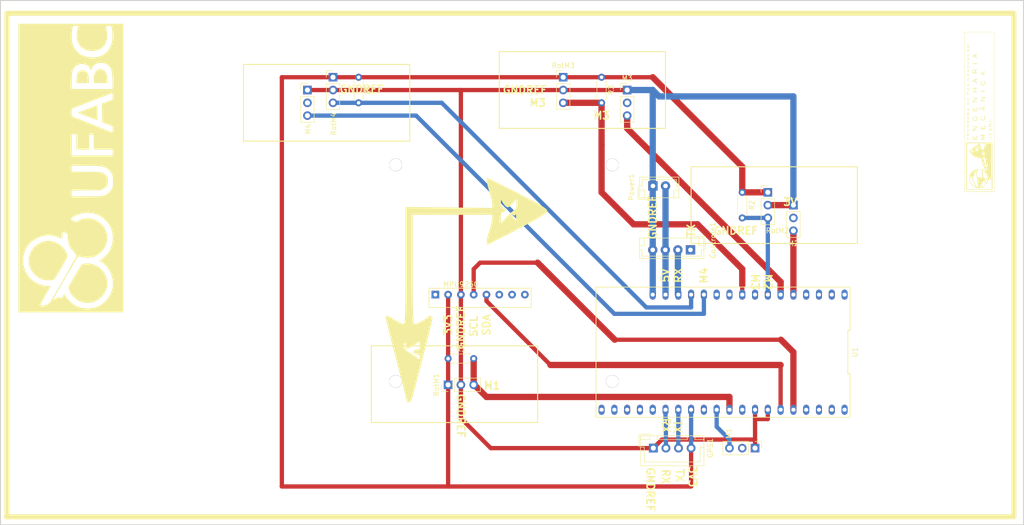
<source format=kicad_pcb>
(kicad_pcb (version 20171130) (host pcbnew 5.0.2+dfsg1-1)

  (general
    (thickness 1.6)
    (drawings 49)
    (tracks 96)
    (zones 0)
    (modules 20)
    (nets 44)
  )

  (page A4)
  (layers
    (0 F.Cu signal)
    (31 B.Cu signal)
    (33 F.Adhes user)
    (35 F.Paste user)
    (37 F.SilkS user)
    (38 B.Mask user)
    (39 F.Mask user)
    (40 Dwgs.User user)
    (41 Cmts.User user)
    (42 Eco1.User user)
    (43 Eco2.User user)
    (44 Edge.Cuts user)
    (45 Margin user)
    (46 B.CrtYd user)
    (47 F.CrtYd user)
    (48 B.Fab user)
    (49 F.Fab user hide)
  )

  (setup
    (last_trace_width 0.85)
    (user_trace_width 1)
    (user_trace_width 1.25)
    (trace_clearance 0.2)
    (zone_clearance 0.508)
    (zone_45_only no)
    (trace_min 0.2)
    (segment_width 0.2)
    (edge_width 0.2)
    (via_size 0.8)
    (via_drill 0.4)
    (via_min_size 0.4)
    (via_min_drill 0.3)
    (user_via 1 0.75)
    (uvia_size 0.3)
    (uvia_drill 0.1)
    (uvias_allowed no)
    (uvia_min_size 0.2)
    (uvia_min_drill 0.1)
    (pcb_text_width 0.3)
    (pcb_text_size 1.5 1.5)
    (mod_edge_width 0.12)
    (mod_text_size 1 1)
    (mod_text_width 0.15)
    (pad_size 1.524 1.524)
    (pad_drill 0.762)
    (pad_to_mask_clearance 0)
    (solder_mask_min_width 0.25)
    (aux_axis_origin 40.64 124.46)
    (grid_origin 40.64 124.46)
    (visible_elements FFFFFFFF)
    (pcbplotparams
      (layerselection 0x210e8_ffffffff)
      (usegerberextensions false)
      (usegerberattributes true)
      (usegerberadvancedattributes true)
      (creategerberjobfile true)
      (excludeedgelayer true)
      (linewidth 0.100000)
      (plotframeref true)
      (viasonmask false)
      (mode 1)
      (useauxorigin false)
      (hpglpennumber 1)
      (hpglpenspeed 20)
      (hpglpendiameter 15.000000)
      (psnegative false)
      (psa4output false)
      (plotreference true)
      (plotvalue true)
      (plotinvisibletext true)
      (padsonsilk false)
      (subtractmaskfromsilk false)
      (outputformat 1)
      (mirror false)
      (drillshape 0)
      (scaleselection 1)
      (outputdirectory ""))
  )

  (net 0 "")
  (net 1 GNDREF)
  (net 2 tx_gps)
  (net 3 rx_gps)
  (net 4 +5V)
  (net 5 com_M4)
  (net 6 com_M2)
  (net 7 com_M3)
  (net 8 com_M1)
  (net 9 tx_cont)
  (net 10 rx_cont)
  (net 11 3V)
  (net 12 SCL)
  (net 13 SDA)
  (net 14 "Net-(MPU9250-Pad8)")
  (net 15 "Net-(MPU9250-Pad7)")
  (net 16 "Net-(MPU9250-Pad6)")
  (net 17 "Net-(MPU9250-Pad1)")
  (net 18 "Net-(U1-Pad36)")
  (net 19 "Net-(U1-Pad35)")
  (net 20 "Net-(U1-Pad33)")
  (net 21 "Net-(U1-Pad32)")
  (net 22 "Net-(U1-Pad10)")
  (net 23 "Net-(U1-Pad25)")
  (net 24 "Net-(U1-Pad4)")
  (net 25 "Net-(U1-Pad20)")
  (net 26 "Net-(U1-Pad3)")
  (net 27 "Net-(U1-Pad2)")
  (net 28 "Net-(M1-Pad2)")
  (net 29 "Net-(M2-Pad2)")
  (net 30 "Net-(M3-Pad2)")
  (net 31 "Net-(M4-Pad2)")
  (net 32 Rot_M2)
  (net 33 Rot_M1)
  (net 34 Rot_M3)
  (net 35 Rot_M4)
  (net 36 "Net-(U1-Pad11)")
  (net 37 "Net-(U1-Pad34)")
  (net 38 "Net-(U1-Pad8)")
  (net 39 "Net-(U1-Pad1)")
  (net 40 "Net-(U1-Pad28)")
  (net 41 "Net-(U1-Pad19)")
  (net 42 "Net-(U1-Pad18)")
  (net 43 "Net-(U1-Pad17)")

  (net_class Default "This is the default net class."
    (clearance 0.2)
    (trace_width 0.85)
    (via_dia 0.8)
    (via_drill 0.4)
    (uvia_dia 0.3)
    (uvia_drill 0.1)
    (add_net +5V)
    (add_net 3V)
    (add_net GNDREF)
    (add_net "Net-(M1-Pad2)")
    (add_net "Net-(M2-Pad2)")
    (add_net "Net-(M3-Pad2)")
    (add_net "Net-(M4-Pad2)")
    (add_net "Net-(MPU9250-Pad1)")
    (add_net "Net-(MPU9250-Pad6)")
    (add_net "Net-(MPU9250-Pad7)")
    (add_net "Net-(MPU9250-Pad8)")
    (add_net "Net-(U1-Pad1)")
    (add_net "Net-(U1-Pad10)")
    (add_net "Net-(U1-Pad11)")
    (add_net "Net-(U1-Pad17)")
    (add_net "Net-(U1-Pad18)")
    (add_net "Net-(U1-Pad19)")
    (add_net "Net-(U1-Pad2)")
    (add_net "Net-(U1-Pad20)")
    (add_net "Net-(U1-Pad25)")
    (add_net "Net-(U1-Pad28)")
    (add_net "Net-(U1-Pad3)")
    (add_net "Net-(U1-Pad32)")
    (add_net "Net-(U1-Pad33)")
    (add_net "Net-(U1-Pad34)")
    (add_net "Net-(U1-Pad35)")
    (add_net "Net-(U1-Pad36)")
    (add_net "Net-(U1-Pad4)")
    (add_net "Net-(U1-Pad8)")
    (add_net Rot_M1)
    (add_net Rot_M2)
    (add_net Rot_M3)
    (add_net Rot_M4)
    (add_net SCL)
    (add_net SDA)
    (add_net com_M1)
    (add_net com_M2)
    (add_net com_M3)
    (add_net com_M4)
    (add_net rx_cont)
    (add_net rx_gps)
    (add_net tx_cont)
    (add_net tx_gps)
  )

  (module Connector_PinHeader_2.54mm:PinHeader_1x03_P2.54mm_Vertical (layer F.Cu) (tedit 59FED5CC) (tstamp 612C8086)
    (at 106.68 35.56)
    (descr "Through hole straight pin header, 1x03, 2.54mm pitch, single row")
    (tags "Through hole pin header THT 1x03 2.54mm single row")
    (path /60FE9AF7)
    (fp_text reference RotM4 (at 0.127 9.271 270) (layer F.SilkS)
      (effects (font (size 1 1) (thickness 0.15)))
    )
    (fp_text value RotM4 (at 0 7.41) (layer F.Fab)
      (effects (font (size 1 1) (thickness 0.15)))
    )
    (fp_text user %R (at 0 2.54 90) (layer F.Fab)
      (effects (font (size 1 1) (thickness 0.15)))
    )
    (fp_line (start 1.8 -1.8) (end -1.8 -1.8) (layer F.CrtYd) (width 0.05))
    (fp_line (start 1.8 6.85) (end 1.8 -1.8) (layer F.CrtYd) (width 0.05))
    (fp_line (start -1.8 6.85) (end 1.8 6.85) (layer F.CrtYd) (width 0.05))
    (fp_line (start -1.8 -1.8) (end -1.8 6.85) (layer F.CrtYd) (width 0.05))
    (fp_line (start -1.33 -1.33) (end 0 -1.33) (layer F.SilkS) (width 0.12))
    (fp_line (start -1.33 0) (end -1.33 -1.33) (layer F.SilkS) (width 0.12))
    (fp_line (start -1.33 1.27) (end 1.33 1.27) (layer F.SilkS) (width 0.12))
    (fp_line (start 1.33 1.27) (end 1.33 6.41) (layer F.SilkS) (width 0.12))
    (fp_line (start -1.33 1.27) (end -1.33 6.41) (layer F.SilkS) (width 0.12))
    (fp_line (start -1.33 6.41) (end 1.33 6.41) (layer F.SilkS) (width 0.12))
    (fp_line (start -1.27 -0.635) (end -0.635 -1.27) (layer F.Fab) (width 0.1))
    (fp_line (start -1.27 6.35) (end -1.27 -0.635) (layer F.Fab) (width 0.1))
    (fp_line (start 1.27 6.35) (end -1.27 6.35) (layer F.Fab) (width 0.1))
    (fp_line (start 1.27 -1.27) (end 1.27 6.35) (layer F.Fab) (width 0.1))
    (fp_line (start -0.635 -1.27) (end 1.27 -1.27) (layer F.Fab) (width 0.1))
    (pad 3 thru_hole oval (at 0 5.08) (size 1.7 1.7) (drill 1) (layers *.Cu *.Mask)
      (net 35 Rot_M4))
    (pad 2 thru_hole oval (at 0 2.54) (size 1.7 1.7) (drill 1) (layers *.Cu *.Mask)
      (net 1 GNDREF))
    (pad 1 thru_hole rect (at 0 0) (size 1.7 1.7) (drill 1) (layers *.Cu *.Mask)
      (net 11 3V))
    (model ${KISYS3DMOD}/Connector_PinHeader_2.54mm.3dshapes/PinHeader_1x03_P2.54mm_Vertical.wrl
      (at (xyz 0 0 0))
      (scale (xyz 1 1 1))
      (rotate (xyz 0 0 0))
    )
  )

  (module Connector_PinHeader_2.54mm:PinHeader_1x03_P2.54mm_Vertical (layer F.Cu) (tedit 59FED5CC) (tstamp 611A3A3E)
    (at 198.12 60.96)
    (descr "Through hole straight pin header, 1x03, 2.54mm pitch, single row")
    (tags "Through hole pin header THT 1x03 2.54mm single row")
    (path /605B5361)
    (fp_text reference M2 (at 0 7.62 -180) (layer F.SilkS)
      (effects (font (size 1 1) (thickness 0.15)))
    )
    (fp_text value M2 (at 0 7.41 -180) (layer F.Fab)
      (effects (font (size 1 1) (thickness 0.15)))
    )
    (fp_line (start -0.635 -1.27) (end 1.27 -1.27) (layer F.Fab) (width 0.1))
    (fp_line (start 1.27 -1.27) (end 1.27 6.35) (layer F.Fab) (width 0.1))
    (fp_line (start 1.27 6.35) (end -1.27 6.35) (layer F.Fab) (width 0.1))
    (fp_line (start -1.27 6.35) (end -1.27 -0.635) (layer F.Fab) (width 0.1))
    (fp_line (start -1.27 -0.635) (end -0.635 -1.27) (layer F.Fab) (width 0.1))
    (fp_line (start -1.33 6.41) (end 1.33 6.41) (layer F.SilkS) (width 0.12))
    (fp_line (start -1.33 1.27) (end -1.33 6.41) (layer F.SilkS) (width 0.12))
    (fp_line (start 1.33 1.27) (end 1.33 6.41) (layer F.SilkS) (width 0.12))
    (fp_line (start -1.33 1.27) (end 1.33 1.27) (layer F.SilkS) (width 0.12))
    (fp_line (start -1.33 0) (end -1.33 -1.33) (layer F.SilkS) (width 0.12))
    (fp_line (start -1.33 -1.33) (end 0 -1.33) (layer F.SilkS) (width 0.12))
    (fp_line (start -1.8 -1.8) (end -1.8 6.85) (layer F.CrtYd) (width 0.05))
    (fp_line (start -1.8 6.85) (end 1.8 6.85) (layer F.CrtYd) (width 0.05))
    (fp_line (start 1.8 6.85) (end 1.8 -1.8) (layer F.CrtYd) (width 0.05))
    (fp_line (start 1.8 -1.8) (end -1.8 -1.8) (layer F.CrtYd) (width 0.05))
    (fp_text user %R (at 0 2.54 -90) (layer F.Fab)
      (effects (font (size 1 1) (thickness 0.15)))
    )
    (pad 3 thru_hole oval (at 0 5.08) (size 1.7 1.7) (drill 1) (layers *.Cu *.Mask)
      (net 6 com_M2))
    (pad 2 thru_hole oval (at 0 2.54) (size 1.7 1.7) (drill 1) (layers *.Cu *.Mask)
      (net 29 "Net-(M2-Pad2)"))
    (pad 1 thru_hole rect (at 0 0) (size 1.7 1.7) (drill 1) (layers *.Cu *.Mask)
      (net 1 GNDREF))
    (model ${KISYS3DMOD}/Connector_PinHeader_2.54mm.3dshapes/PinHeader_1x03_P2.54mm_Vertical.wrl
      (at (xyz 0 0 0))
      (scale (xyz 1 1 1))
      (rotate (xyz 0 0 0))
    )
  )

  (module Connectors_JST:JST_EH_B02B-EH-A_02x2.50mm_Straight (layer F.Cu) (tedit 60FB0BB9) (tstamp 605ADCC4)
    (at 170.22 57.15)
    (descr "JST EH series connector, B02B-EH-A, 2.50mm pitch, top entry")
    (tags "connector jst eh top vertical straight")
    (path /605D7ACA)
    (fp_text reference Power1 (at -4.278 0.254 -270) (layer F.SilkS)
      (effects (font (size 1 1) (thickness 0.15)))
    )
    (fp_text value Power (at 1.25 3.5 -180) (layer F.Fab)
      (effects (font (size 1 1) (thickness 0.15)))
    )
    (fp_line (start -2.5 -1.6) (end -2.5 2.2) (layer F.Fab) (width 0.1))
    (fp_line (start -2.5 2.2) (end 5 2.2) (layer F.Fab) (width 0.1))
    (fp_line (start 5 2.2) (end 5 -1.6) (layer F.Fab) (width 0.1))
    (fp_line (start 5 -1.6) (end -2.5 -1.6) (layer F.Fab) (width 0.1))
    (fp_line (start -2.65 -1.75) (end -2.65 2.35) (layer F.SilkS) (width 0.12))
    (fp_line (start -2.65 2.35) (end 5.15 2.35) (layer F.SilkS) (width 0.12))
    (fp_line (start 5.15 2.35) (end 5.15 -1.75) (layer F.SilkS) (width 0.12))
    (fp_line (start 5.15 -1.75) (end -2.65 -1.75) (layer F.SilkS) (width 0.12))
    (fp_line (start -2.65 0) (end -2.15 0) (layer F.SilkS) (width 0.12))
    (fp_line (start -2.15 0) (end -2.15 -1.25) (layer F.SilkS) (width 0.12))
    (fp_line (start -2.15 -1.25) (end 4.65 -1.25) (layer F.SilkS) (width 0.12))
    (fp_line (start 4.65 -1.25) (end 4.65 0) (layer F.SilkS) (width 0.12))
    (fp_line (start 4.65 0) (end 5.15 0) (layer F.SilkS) (width 0.12))
    (fp_line (start -2.65 0.85) (end -1.65 0.85) (layer F.SilkS) (width 0.12))
    (fp_line (start -1.65 0.85) (end -1.65 2.35) (layer F.SilkS) (width 0.12))
    (fp_line (start 5.15 0.85) (end 4.15 0.85) (layer F.SilkS) (width 0.12))
    (fp_line (start 4.15 0.85) (end 4.15 2.35) (layer F.SilkS) (width 0.12))
    (fp_line (start -2.95 0.15) (end -2.95 2.65) (layer F.SilkS) (width 0.12))
    (fp_line (start -2.95 2.65) (end -0.45 2.65) (layer F.SilkS) (width 0.12))
    (fp_line (start -2.95 0.15) (end -2.95 2.65) (layer F.Fab) (width 0.1))
    (fp_line (start -2.95 2.65) (end -0.45 2.65) (layer F.Fab) (width 0.1))
    (fp_line (start -3.15 -2.25) (end -3.15 2.85) (layer F.CrtYd) (width 0.05))
    (fp_line (start -3.15 2.85) (end 5.65 2.85) (layer F.CrtYd) (width 0.05))
    (fp_line (start 5.65 2.85) (end 5.65 -2.25) (layer F.CrtYd) (width 0.05))
    (fp_line (start 5.65 -2.25) (end -3.15 -2.25) (layer F.CrtYd) (width 0.05))
    (fp_text user %R (at 1.25 -3 -180) (layer F.Fab)
      (effects (font (size 1 1) (thickness 0.15)))
    )
    (pad 2 thru_hole circle (at 2.5 0) (size 1.85 1.85) (drill 0.9) (layers *.Cu *.Mask)
      (net 4 +5V))
    (pad 1 thru_hole rect (at 0 0) (size 1.85 1.85) (drill 0.9) (layers *.Cu *.Mask)
      (net 1 GNDREF))
    (model ${KIPRJMOD}/Connector_JST.3dshapes/JST_XH_B2B-XH-A_1x02_P2.50mm_Vertical.step
      (at (xyz 0 0 0))
      (scale (xyz 1 1 1))
      (rotate (xyz 0 0 0))
    )
  )

  (module personal_foot_print:mpu9250 (layer F.Cu) (tedit 605AC0C4) (tstamp 605BB2B0)
    (at 132.08 76.2)
    (path /6064C8AE)
    (fp_text reference MPU9250 (at 0 0.5 -180) (layer F.SilkS)
      (effects (font (size 1 1) (thickness 0.15)))
    )
    (fp_text value MPU9250 (at 0 -0.5 -180) (layer F.Fab)
      (effects (font (size 1 1) (thickness 0.15)))
    )
    (fp_line (start -6.35 1.27) (end -6.35 5.08) (layer F.SilkS) (width 0.15))
    (fp_line (start -6.35 5.08) (end 13.97 5.08) (layer F.SilkS) (width 0.15))
    (fp_line (start 13.97 5.08) (end 13.97 1.27) (layer F.SilkS) (width 0.15))
    (fp_line (start 13.97 1.27) (end -6.35 1.27) (layer F.SilkS) (width 0.15))
    (pad 8 thru_hole circle (at 12.7 2.54) (size 1.524 1.524) (drill 0.762) (layers *.Cu *.Mask)
      (net 14 "Net-(MPU9250-Pad8)"))
    (pad 7 thru_hole circle (at 10.16 2.54) (size 1.524 1.524) (drill 0.762) (layers *.Cu *.Mask)
      (net 15 "Net-(MPU9250-Pad7)"))
    (pad 6 thru_hole circle (at 7.62 2.54) (size 1.524 1.524) (drill 0.762) (layers *.Cu *.Mask)
      (net 16 "Net-(MPU9250-Pad6)"))
    (pad 5 thru_hole circle (at 5.08 2.54) (size 1.524 1.524) (drill 0.762) (layers *.Cu *.Mask)
      (net 13 SDA))
    (pad 4 thru_hole circle (at 2.54 2.54) (size 1.524 1.524) (drill 0.762) (layers *.Cu *.Mask)
      (net 12 SCL))
    (pad 3 thru_hole circle (at 0 2.54) (size 1.524 1.524) (drill 0.762) (layers *.Cu *.Mask)
      (net 1 GNDREF))
    (pad 2 thru_hole circle (at -2.54 2.54) (size 1.524 1.524) (drill 0.762) (layers *.Cu *.Mask)
      (net 11 3V))
    (pad 1 thru_hole rect (at -5.08 2.54) (size 1.524 1.524) (drill 0.762) (layers *.Cu *.Mask)
      (net 17 "Net-(MPU9250-Pad1)"))
    (model /home/roney/Dropbox/mestrado/documentos/GY-91.STEP
      (offset (xyz -15.6 0.125 -5))
      (scale (xyz 1 1 1))
      (rotate (xyz -90 0 -90))
    )
  )

  (module prototipo:logo_posmec (layer F.Cu) (tedit 0) (tstamp 60FF4A77)
    (at 235.077 42.469 90)
    (path /60FDF0C4)
    (fp_text reference U4 (at 0 0 90) (layer F.SilkS) hide
      (effects (font (size 1.524 1.524) (thickness 0.3)))
    )
    (fp_text value posmec (at 0.75 0 90) (layer F.SilkS) hide
      (effects (font (size 1.524 1.524) (thickness 0.3)))
    )
    (fp_poly (pts (xy 15.9004 2.9972) (xy -15.8496 2.9972) (xy -15.8496 -2.9464) (xy -15.748 -2.9464)
      (xy -15.748 2.9464) (xy 15.8496 2.9464) (xy 15.8496 -2.9464) (xy -15.748 -2.9464)
      (xy -15.8496 -2.9464) (xy -15.8496 -2.9972) (xy 15.9004 -2.9972) (xy 15.9004 2.9972)) (layer F.SilkS) (width 0.01))
    (fp_poly (pts (xy -6.057439 -0.038101) (xy -6.0706 2.5654) (xy -15.4432 2.589862) (xy -15.4432 -2.4892)
      (xy -15.3416 -2.4892) (xy -15.3416 2.4384) (xy -13.528231 2.4384) (xy -13.4366 2.2352)
      (xy -13.349339 2.088544) (xy -13.256467 2.031902) (xy -13.238385 2.030384) (xy -13.110383 1.998548)
      (xy -13.039106 1.958509) (xy -12.991546 1.915718) (xy -13.013979 1.901897) (xy -13.120239 1.911632)
      (xy -13.149154 1.915443) (xy -13.290531 1.923866) (xy -13.372848 1.892213) (xy -13.419169 1.834918)
      (xy -13.516375 1.750586) (xy -13.604366 1.7272) (xy -13.761388 1.695458) (xy -13.965926 1.609988)
      (xy -14.190334 1.485423) (xy -14.268613 1.431572) (xy -14.082748 1.431572) (xy -13.937552 1.518375)
      (xy -13.712127 1.578628) (xy -13.42526 1.608558) (xy -13.197279 1.609424) (xy -12.960581 1.596491)
      (xy -12.78386 1.569916) (xy -12.625557 1.519641) (xy -12.584958 1.500839) (xy -11.6332 1.500839)
      (xy -11.587007 1.514025) (xy -11.463915 1.512662) (xy -11.287155 1.499418) (xy -11.079959 1.476961)
      (xy -10.865559 1.447959) (xy -10.667186 1.415079) (xy -10.508071 1.380989) (xy -10.453703 1.365389)
      (xy -10.231146 1.310978) (xy -9.979727 1.276173) (xy -9.844103 1.26944) (xy -9.54119 1.260922)
      (xy -9.327364 1.234817) (xy -9.191214 1.188457) (xy -9.121328 1.119174) (xy -9.116542 1.10723)
      (xy -8.519655 1.10723) (xy -8.484342 1.118432) (xy -8.404795 1.087581) (xy -8.302245 1.020143)
      (xy -8.2677 0.991431) (xy -8.175614 0.898646) (xy -8.129301 0.829005) (xy -8.128 0.821456)
      (xy -8.09314 0.75308) (xy -8.0518 0.7112) (xy -7.986536 0.609617) (xy -7.9756 0.550277)
      (xy -7.988677 0.488636) (xy -8.04629 0.47121) (xy -8.1661 0.487037) (xy -8.293047 0.512725)
      (xy -8.367817 0.533025) (xy -8.373739 0.536111) (xy -8.388708 0.590924) (xy -8.405812 0.710997)
      (xy -8.411523 0.765086) (xy -8.437545 0.916145) (xy -8.477026 1.029261) (xy -8.489505 1.048514)
      (xy -8.519655 1.10723) (xy -9.116542 1.10723) (xy -9.113034 1.098477) (xy -9.058041 0.987572)
      (xy -8.967567 0.857403) (xy -8.953465 0.840128) (xy -8.885703 0.741567) (xy -8.87065 0.679838)
      (xy -8.878686 0.672638) (xy -8.950157 0.68013) (xy -9.084813 0.716709) (xy -9.22737 0.765129)
      (xy -9.426713 0.832735) (xy -9.623103 0.890228) (xy -9.7282 0.915427) (xy -9.868119 0.948406)
      (xy -10.066624 1.001666) (xy -10.305943 1.069747) (xy -10.568306 1.147187) (xy -10.835938 1.228525)
      (xy -11.09107 1.308299) (xy -11.315928 1.381048) (xy -11.49274 1.441311) (xy -11.603735 1.483625)
      (xy -11.6332 1.500839) (xy -12.584958 1.500839) (xy -12.444113 1.435613) (xy -12.412473 1.419549)
      (xy -12.230112 1.309627) (xy -12.05226 1.173878) (xy -11.893305 1.027596) (xy -11.767631 0.886076)
      (xy -11.689625 0.764611) (xy -11.673673 0.678497) (xy -11.692473 0.654088) (xy -11.803396 0.624078)
      (xy -11.98773 0.615825) (xy -12.220214 0.626871) (xy -12.475587 0.654755) (xy -12.728589 0.697017)
      (xy -12.953958 0.751196) (xy -13.0633 0.787589) (xy -13.119492 0.855099) (xy -13.159533 0.982561)
      (xy -13.176294 1.128729) (xy -13.162647 1.252356) (xy -13.14897 1.283317) (xy -13.145629 1.367892)
      (xy -13.207188 1.444803) (xy -13.290421 1.4732) (xy -13.354753 1.43637) (xy -13.36189 1.4097)
      (xy -13.394758 1.335703) (xy -13.475609 1.224947) (xy -13.515173 1.179309) (xy -13.666967 1.012419)
      (xy -13.894358 1.202495) (xy -14.009508 1.30984) (xy -14.076325 1.394463) (xy -14.082748 1.431572)
      (xy -14.268613 1.431572) (xy -14.406965 1.336396) (xy -14.52083 1.242118) (xy -14.800931 0.925591)
      (xy -14.962806 0.625847) (xy -14.832516 0.625847) (xy -14.799448 0.739024) (xy -14.712645 0.889402)
      (xy -14.593719 1.049699) (xy -14.464283 1.192633) (xy -14.345948 1.29092) (xy -14.284111 1.318135)
      (xy -14.237712 1.292212) (xy -14.138648 1.223507) (xy -14.080911 1.1811) (xy -13.953056 1.083059)
      (xy -13.853769 1.002442) (xy -13.831208 0.982435) (xy -13.7409 0.918076) (xy -13.70824 0.903346)
      (xy -13.683438 0.857888) (xy -13.725763 0.75237) (xy -13.74366 0.721055) (xy -13.833902 0.606954)
      (xy -13.919956 0.58474) (xy -13.927588 0.586862) (xy -14.033365 0.584301) (xy -14.160632 0.537736)
      (xy -14.211226 0.505224) (xy -13.0556 0.505224) (xy -13.038702 0.588918) (xy -12.968586 0.597121)
      (xy -12.9413 0.59046) (xy -12.831591 0.565343) (xy -12.66186 0.53135) (xy -12.501535 0.501733)
      (xy -12.263804 0.474411) (xy -12.005026 0.466604) (xy -11.860821 0.473434) (xy -11.687225 0.48709)
      (xy -11.586421 0.481723) (xy -11.530193 0.449291) (xy -11.490328 0.381754) (xy -11.482935 0.365736)
      (xy -11.440775 0.233751) (xy -11.404742 0.054118) (xy -11.392642 -0.0381) (xy -11.379294 -0.192851)
      (xy -11.387561 -0.272) (xy -11.427381 -0.300872) (xy -11.497306 -0.3048) (xy -11.620446 -0.339121)
      (xy -11.679065 -0.397178) (xy -11.751166 -0.462068) (xy -11.892443 -0.494787) (xy -11.972952 -0.500554)
      (xy -12.107852 -0.499021) (xy -12.291269 -0.487281) (xy -12.496039 -0.468336) (xy -12.694997 -0.445186)
      (xy -12.860979 -0.420835) (xy -12.96682 -0.398283) (xy -12.989052 -0.388283) (xy -12.988364 -0.334228)
      (xy -12.970374 -0.210472) (xy -12.94683 -0.08389) (xy -12.917237 0.087453) (xy -12.916257 0.192888)
      (xy -12.946035 0.2646) (xy -12.972231 0.296878) (xy -13.03903 0.417579) (xy -13.0556 0.505224)
      (xy -14.211226 0.505224) (xy -14.270656 0.467034) (xy -14.324704 0.392065) (xy -14.3256 0.382693)
      (xy -14.357237 0.296664) (xy -14.376622 0.279262) (xy -14.450175 0.285747) (xy -14.562082 0.345164)
      (xy -14.682686 0.434966) (xy -14.782328 0.532606) (xy -14.831352 0.615537) (xy -14.832516 0.625847)
      (xy -14.962806 0.625847) (xy -14.996189 0.564032) (xy -15.104365 0.171563) (xy -15.105413 0.148802)
      (xy -15.006438 0.148802) (xy -14.978785 0.272711) (xy -14.957678 0.3429) (xy -14.932042 0.392833)
      (xy -14.884724 0.394991) (xy -14.794602 0.343571) (xy -14.690511 0.269502) (xy -14.567301 0.178342)
      (xy -14.477103 0.109795) (xy -14.457754 0.094316) (xy -14.478835 0.07467) (xy -14.579041 0.061388)
      (xy -14.718631 0.057493) (xy -14.893419 0.06156) (xy -14.983669 0.085207) (xy -15.006438 0.148802)
      (xy -15.105413 0.148802) (xy -15.12322 -0.237692) (xy -15.099935 -0.369618) (xy -14.971418 -0.369618)
      (xy -14.964421 -0.325904) (xy -14.9352 -0.304146) (xy -14.804185 -0.264245) (xy -14.617246 -0.258159)
      (xy -14.41366 -0.28422) (xy -14.24996 -0.333241) (xy -14.063942 -0.382478) (xy -13.82941 -0.404412)
      (xy -13.748456 -0.404383) (xy -13.51881 -0.415044) (xy -13.276176 -0.451199) (xy -13.1572 -0.480403)
      (xy -12.985659 -0.518985) (xy -12.749235 -0.55499) (xy -12.484615 -0.583393) (xy -12.319 -0.595175)
      (xy -12.10236 -0.609127) (xy -11.93645 -0.623842) (xy -11.838753 -0.637481) (xy -11.8237 -0.647348)
      (xy -11.878576 -0.709734) (xy -11.8872 -0.75673) (xy -11.921873 -0.845683) (xy -12.008177 -0.958664)
      (xy -12.038984 -0.99001) (xy -12.142847 -1.079879) (xy -12.217205 -1.105088) (xy -12.30035 -1.076646)
      (xy -12.31447 -1.069225) (xy -12.490598 -1.027971) (xy -12.671844 -1.08337) (xy -12.836004 -1.22032)
      (xy -12.936313 -1.31696) (xy -13.017792 -1.368807) (xy -13.03198 -1.3716) (xy -13.14904 -1.351502)
      (xy -13.326728 -1.296594) (xy -13.547105 -1.214953) (xy -13.792231 -1.11466) (xy -14.044166 -1.003792)
      (xy -14.28497 -0.890428) (xy -14.496704 -0.782648) (xy -14.661429 -0.688529) (xy -14.761203 -0.61615)
      (xy -14.7828 -0.583162) (xy -14.820823 -0.504804) (xy -14.8971 -0.433249) (xy -14.971418 -0.369618)
      (xy -15.099935 -0.369618) (xy -15.050514 -0.649613) (xy -15.018006 -0.727823) (xy -14.918618 -0.727823)
      (xy -14.914674 -0.7112) (xy -14.86387 -0.733182) (xy -14.741406 -0.79302) (xy -14.565688 -0.881557)
      (xy -14.356715 -0.988812) (xy -14.001794 -1.162419) (xy -13.689502 -1.290244) (xy -13.380809 -1.386956)
      (xy -13.144999 -1.444209) (xy -13.061362 -1.470896) (xy -13.022528 -1.522284) (xy -13.014507 -1.628555)
      (xy -13.017999 -1.718148) (xy -13.0302 -1.961411) (xy -13.3096 -1.939929) (xy -13.609729 -1.882266)
      (xy -13.921543 -1.763191) (xy -14.220901 -1.597545) (xy -14.483664 -1.400173) (xy -14.685692 -1.185918)
      (xy -14.776027 -1.03823) (xy -14.84011 -0.903108) (xy -14.890758 -0.8001) (xy -14.918618 -0.727823)
      (xy -15.018006 -0.727823) (xy -14.884205 -1.049721) (xy -14.723478 -1.298767) (xy -14.532312 -1.500298)
      (xy -14.285978 -1.67636) (xy -14.0208 -1.819488) (xy -13.832886 -1.908294) (xy -13.685664 -1.963423)
      (xy -13.542406 -1.992816) (xy -13.366381 -2.004415) (xy -13.1572 -2.006211) (xy -12.828195 -1.996398)
      (xy -12.572496 -1.961808) (xy -12.3631 -1.893802) (xy -12.173004 -1.783743) (xy -11.98414 -1.630984)
      (xy -11.69485 -1.322738) (xy -11.49728 -0.988258) (xy -11.381903 -0.608289) (xy -11.347744 -0.345045)
      (xy -11.339148 0.03358) (xy -11.382239 0.348836) (xy -11.483594 0.628389) (xy -11.640632 0.887204)
      (xy -11.736582 1.026828) (xy -11.79805 1.127472) (xy -11.812368 1.168302) (xy -11.811635 1.1684)
      (xy -11.745909 1.152484) (xy -11.6043 1.109234) (xy -11.406641 1.045392) (xy -11.172762 0.967704)
      (xy -10.922497 0.882913) (xy -10.675675 0.797762) (xy -10.45213 0.718997) (xy -10.271693 0.653361)
      (xy -10.154195 0.607598) (xy -10.128765 0.596119) (xy -9.983382 0.54148) (xy -9.802668 0.496921)
      (xy -9.7536 0.488658) (xy -9.562963 0.452156) (xy -9.347183 0.398875) (xy -9.262146 0.374248)
      (xy -8.999292 0.293311) (xy -9.216506 0.104598) (xy -8.0772 0.104598) (xy -8.038453 0.151031)
      (xy -8.0264 0.1524) (xy -7.981818 0.11105) (xy -7.9756 0.073201) (xy -8.000228 0.020621)
      (xy -8.0264 0.0254) (xy -8.075263 0.090345) (xy -8.0772 0.104598) (xy -9.216506 0.104598)
      (xy -9.271 0.057255) (xy -9.164971 -0.161873) (xy -9.038467 -0.449694) (xy -7.869057 -0.449694)
      (xy -7.809189 -0.415105) (xy -7.655229 -0.411552) (xy -7.634089 -0.412619) (xy -7.405035 -0.4041)
      (xy -7.26526 -0.348324) (xy -7.213914 -0.24493) (xy -7.2136 -0.233975) (xy -7.199032 -0.15507)
      (xy -7.135197 -0.134066) (xy -7.0612 -0.141564) (xy -6.954286 -0.166609) (xy -6.908816 -0.195826)
      (xy -6.9088 -0.196289) (xy -6.911367 -0.200202) (xy -6.8072 -0.200202) (xy -6.768453 -0.153769)
      (xy -6.7564 -0.1524) (xy -6.711818 -0.19375) (xy -6.7056 -0.231599) (xy -6.730228 -0.284179)
      (xy -6.7564 -0.2794) (xy -6.805263 -0.214455) (xy -6.8072 -0.200202) (xy -6.911367 -0.200202)
      (xy -6.942325 -0.24739) (xy -7.030201 -0.348444) (xy -7.153382 -0.479152) (xy -7.292822 -0.619216)
      (xy -7.410689 -0.731186) (xy -7.474617 -0.783382) (xy -7.529015 -0.790907) (xy -7.602346 -0.745703)
      (xy -7.718195 -0.64412) (xy -7.837753 -0.523353) (xy -7.869057 -0.449694) (xy -9.038467 -0.449694)
      (xy -9.030046 -0.468851) (xy -8.931836 -0.750314) (xy -8.902316 -0.8636) (xy -8.840885 -1.023782)
      (xy -8.764736 -1.1557) (xy -8.126385 -1.1557) (xy -8.08706 -1.12477) (xy -7.996256 -1.11897)
      (xy -7.900353 -1.136116) (xy -7.84836 -1.16879) (xy -7.854762 -1.240081) (xy -7.89873 -1.301987)
      (xy -7.967445 -1.355464) (xy -8.020777 -1.32865) (xy -8.052753 -1.288897) (xy -8.110007 -1.19948)
      (xy -8.126385 -1.1557) (xy -8.764736 -1.1557) (xy -8.734633 -1.207848) (xy -8.612187 -1.369488)
      (xy -8.55369 -1.427553) (xy -8.450923 -1.501558) (xy -8.378698 -1.546263) (xy -8.005493 -1.546263)
      (xy -7.945206 -1.47231) (xy -7.894302 -1.422609) (xy -7.747 -1.280372) (xy -7.635175 -1.397301)
      (xy -7.561396 -1.492605) (xy -7.557813 -1.577749) (xy -7.584375 -1.644136) (xy -7.6796 -1.759813)
      (xy -7.799405 -1.782503) (xy -7.922418 -1.709835) (xy -7.945102 -1.684173) (xy -8.003042 -1.604438)
      (xy -8.005493 -1.546263) (xy -8.378698 -1.546263) (xy -8.304534 -1.592167) (xy -8.242853 -1.627097)
      (xy -8.108413 -1.716967) (xy -8.015691 -1.808563) (xy -7.996292 -1.843637) (xy -7.957284 -1.907423)
      (xy -7.87631 -1.923496) (xy -7.779839 -1.912338) (xy -7.596332 -1.843674) (xy -7.466158 -1.717784)
      (xy -7.413067 -1.55771) (xy -7.413021 -1.556473) (xy -7.367111 -1.455657) (xy -7.243156 -1.322945)
      (xy -7.147423 -1.242606) (xy -7.005106 -1.121215) (xy -6.904297 -1.002213) (xy -6.821849 -0.85181)
      (xy -6.737738 -0.644525) (xy -6.656571 -0.44292) (xy -6.594058 -0.325158) (xy -6.54145 -0.27725)
      (xy -6.508037 -0.27706) (xy -6.38662 -0.270801) (xy -6.297495 -0.170044) (xy -6.281919 -0.133262)
      (xy -6.280671 -0.01284) (xy -6.373302 0.077375) (xy -6.555491 0.133243) (xy -6.560924 0.134127)
      (xy -6.693844 0.164655) (xy -6.777277 0.201019) (xy -6.785924 0.209872) (xy -6.84873 0.236018)
      (xy -6.97672 0.251843) (xy -7.051499 0.254001) (xy -7.209515 0.263763) (xy -7.313959 0.307651)
      (xy -7.41212 0.407567) (xy -7.4295 0.429087) (xy -7.534125 0.581897) (xy -7.559779 0.695711)
      (xy -7.506471 0.795446) (xy -7.429647 0.864398) (xy -7.299864 0.939567) (xy -7.155816 0.950938)
      (xy -7.096596 0.943229) (xy -6.959789 0.933428) (xy -6.858661 0.970436) (xy -6.749641 1.065743)
      (xy -6.612437 1.181734) (xy -6.508272 1.213291) (xy -6.419862 1.164239) (xy -6.4008 1.143)
      (xy -6.314312 1.078445) (xy -6.26758 1.0668) (xy -6.248591 1.052244) (xy -6.233244 1.002533)
      (xy -6.221182 0.908602) (xy -6.212048 0.761385) (xy -6.205485 0.551818) (xy -6.201137 0.270835)
      (xy -6.198647 -0.090629) (xy -6.197658 -0.54164) (xy -6.1976 -0.7112) (xy -6.1976 -2.4892)
      (xy -15.3416 -2.4892) (xy -15.4432 -2.4892) (xy -15.4432 -2.6416) (xy -10.743739 -2.641601)
      (xy -6.044278 -2.641601) (xy -6.057439 -0.038101)) (layer F.SilkS) (width 0.01))
    (fp_poly (pts (xy -5.444476 2.116666) (xy -5.427183 2.282524) (xy -5.392448 2.385549) (xy -5.3721 2.404756)
      (xy -5.335996 2.42772) (xy -5.373695 2.434389) (xy -5.447861 2.397839) (xy -5.4658 2.368011)
      (xy -5.47828 2.27605) (xy -5.476992 2.130585) (xy -5.47308 2.075911) (xy -5.453351 1.8542)
      (xy -5.444476 2.116666)) (layer F.SilkS) (width 0.01))
    (fp_poly (pts (xy -4.945548 1.926729) (xy -4.934891 2.056302) (xy -4.937646 2.145824) (xy -4.953194 2.305843)
      (xy -4.983026 2.389406) (xy -5.037672 2.421588) (xy -5.0546 2.424328) (xy -5.109854 2.423218)
      (xy -5.0927 2.40787) (xy -5.051964 2.339569) (xy -5.0309 2.194987) (xy -5.0292 2.129366)
      (xy -5.019355 1.982427) (xy -4.993841 1.893539) (xy -4.975746 1.8796) (xy -4.945548 1.926729)) (layer F.SilkS) (width 0.01))
    (fp_poly (pts (xy -4.081345 1.879686) (xy -4.063969 1.8923) (xy -4.109086 1.916165) (xy -4.221746 1.929432)
      (xy -4.2672 1.9304) (xy -4.408492 1.942982) (xy -4.466713 1.984693) (xy -4.4704 2.0066)
      (xy -4.424964 2.067095) (xy -4.318 2.0828) (xy -4.21096 2.094975) (xy -4.165611 2.124308)
      (xy -4.1656 2.124801) (xy -4.208996 2.147713) (xy -4.313824 2.145033) (xy -4.318 2.144436)
      (xy -4.423874 2.138442) (xy -4.464313 2.182601) (xy -4.4704 2.280234) (xy -4.48462 2.389705)
      (xy -4.519056 2.438259) (xy -4.5212 2.4384) (xy -4.549233 2.392513) (xy -4.567683 2.274332)
      (xy -4.572 2.163902) (xy -4.572 1.889405) (xy -4.317969 1.871802) (xy -4.173336 1.868605)
      (xy -4.081345 1.879686)) (layer F.SilkS) (width 0.01))
    (fp_poly (pts (xy -3.450288 1.921238) (xy -3.385173 2.02513) (xy -3.315551 2.159739) (xy -3.256841 2.293526)
      (xy -3.224463 2.394956) (xy -3.226195 2.430328) (xy -3.272795 2.420352) (xy -3.308335 2.374476)
      (xy -3.389662 2.309757) (xy -3.508416 2.287131) (xy -3.619917 2.308092) (xy -3.675971 2.3622)
      (xy -3.729409 2.429506) (xy -3.757054 2.4384) (xy -3.763927 2.397555) (xy -3.730439 2.291063)
      (xy -3.688827 2.197241) (xy -3.579048 2.197241) (xy -3.555048 2.231357) (xy -3.504111 2.2352)
      (xy -3.423798 2.219163) (xy -3.407171 2.1971) (xy -3.427062 2.122195) (xy -3.447624 2.065287)
      (xy -3.478386 2.009342) (xy -3.510637 2.034502) (xy -3.544564 2.103387) (xy -3.579048 2.197241)
      (xy -3.688827 2.197241) (xy -3.671866 2.159) (xy -3.593936 2.012161) (xy -3.528923 1.910966)
      (xy -3.495474 1.8796) (xy -3.450288 1.921238)) (layer F.SilkS) (width 0.01))
    (fp_poly (pts (xy -2.45569 1.898731) (xy -2.342603 1.952545) (xy -2.316782 2.035668) (xy -2.3368 2.0828)
      (xy -2.348651 2.184261) (xy -2.328211 2.220149) (xy -2.299373 2.306757) (xy -2.319047 2.396193)
      (xy -2.375961 2.438382) (xy -2.37734 2.4384) (xy -2.409926 2.395439) (xy -2.417034 2.3241)
      (xy -2.430608 2.24651) (xy -2.496867 2.208513) (xy -2.6035 2.194033) (xy -2.728298 2.190472)
      (xy -2.781999 2.219698) (xy -2.793966 2.299329) (xy -2.794 2.308333) (xy -2.811016 2.405259)
      (xy -2.8448 2.4384) (xy -2.87262 2.392468) (xy -2.891072 2.273985) (xy -2.8956 2.159)
      (xy -2.8956 2.032) (xy -2.794 2.032) (xy -2.780264 2.101967) (xy -2.72023 2.12757)
      (xy -2.6035 2.123966) (xy -2.461073 2.093741) (xy -2.413021 2.033603) (xy -2.413 2.032)
      (xy -2.459094 1.971214) (xy -2.599496 1.940373) (xy -2.6035 1.940033) (xy -2.729231 1.937396)
      (xy -2.78329 1.966872) (xy -2.794 2.032) (xy -2.8956 2.032) (xy -2.8956 1.8796)
      (xy -2.647821 1.8796) (xy -2.45569 1.898731)) (layer F.SilkS) (width 0.01))
    (fp_poly (pts (xy -1.46756 1.905853) (xy -1.384415 1.956704) (xy -1.3716 1.992855) (xy -1.401114 2.011177)
      (xy -1.444482 1.983954) (xy -1.54349 1.946344) (xy -1.681659 1.939257) (xy -1.685782 1.939633)
      (xy -1.801482 1.962467) (xy -1.852919 2.023307) (xy -1.870899 2.131357) (xy -1.860526 2.286722)
      (xy -1.79769 2.372657) (xy -1.742203 2.422879) (xy -1.772175 2.438199) (xy -1.783531 2.4384)
      (xy -1.884781 2.404793) (xy -1.92024 2.37744) (xy -1.973778 2.267219) (xy -1.97947 2.124475)
      (xy -1.941141 1.994878) (xy -1.88294 1.932187) (xy -1.749556 1.889711) (xy -1.600185 1.882227)
      (xy -1.46756 1.905853)) (layer F.SilkS) (width 0.01))
    (fp_poly (pts (xy -1.354037 2.322254) (xy -1.348153 2.362782) (xy -1.407129 2.408308) (xy -1.498079 2.436111)
      (xy -1.52101 2.437622) (xy -1.554043 2.421619) (xy -1.497727 2.367845) (xy -1.49617 2.366704)
      (xy -1.404035 2.321256) (xy -1.354037 2.322254)) (layer F.SilkS) (width 0.01))
    (fp_poly (pts (xy -2.738581 0.254802) (xy -2.69219 0.2794) (xy -2.739218 0.305601) (xy -2.866883 0.316217)
      (xy -2.997108 0.312987) (xy -3.302 0.295775) (xy -3.302 0.458023) (xy -3.295993 0.561106)
      (xy -3.25862 0.60377) (xy -3.160857 0.606421) (xy -3.0988 0.600893) (xy -2.963496 0.597073)
      (xy -2.904155 0.624514) (xy -2.8956 0.6604) (xy -2.918999 0.710695) (xy -3.004262 0.725601)
      (xy -3.0988 0.719906) (xy -3.22862 0.712327) (xy -3.286516 0.73664) (xy -3.301513 0.813226)
      (xy -3.302 0.862598) (xy -3.302 1.024669) (xy -2.971694 1.007634) (xy -2.792233 1.00176)
      (xy -2.69201 1.01066) (xy -2.64916 1.039092) (xy -2.641494 1.0795) (xy -2.659215 1.149715)
      (xy -2.6797 1.158306) (xy -2.745971 1.151092) (xy -2.884928 1.141525) (xy -3.067749 1.131564)
      (xy -3.0861 1.13068) (xy -3.4544 1.113148) (xy -3.4544 0.262026) (xy -3.073282 0.245313)
      (xy -2.870736 0.242814) (xy -2.738581 0.254802)) (layer F.SilkS) (width 0.01))
    (fp_poly (pts (xy -0.968079 0.253224) (xy -0.835766 0.301238) (xy -0.790945 0.355063) (xy -0.795803 0.384578)
      (xy -0.827767 0.434614) (xy -0.880478 0.410621) (xy -0.911977 0.383193) (xy -1.020284 0.329924)
      (xy -1.168281 0.305043) (xy -1.183122 0.3048) (xy -1.367997 0.343069) (xy -1.494402 0.442551)
      (xy -1.560722 0.580254) (xy -1.56534 0.733187) (xy -1.506643 0.87836) (xy -1.383013 0.992781)
      (xy -1.235268 1.046923) (xy -1.102356 1.052409) (xy -0.993379 0.994359) (xy -0.943527 0.948144)
      (xy -0.813519 0.818136) (xy -0.755479 0.929768) (xy -0.726104 0.999149) (xy -0.738297 1.003189)
      (xy -0.802015 1.003033) (xy -0.868235 1.045594) (xy -0.975669 1.104594) (xy -1.128313 1.148227)
      (xy -1.163039 1.153803) (xy -1.296716 1.162472) (xy -1.395156 1.132846) (xy -1.50111 1.048088)
      (xy -1.547982 1.002178) (xy -1.680798 0.817842) (xy -1.722975 0.637106) (xy -1.684988 0.473499)
      (xy -1.577313 0.340549) (xy -1.410424 0.251786) (xy -1.194797 0.220737) (xy -0.968079 0.253224)) (layer F.SilkS) (width 0.01))
    (fp_poly (pts (xy 5.991521 0.253224) (xy 6.123834 0.301238) (xy 6.168655 0.355063) (xy 6.163797 0.384578)
      (xy 6.131833 0.434614) (xy 6.079122 0.410621) (xy 6.047623 0.383193) (xy 5.939316 0.329924)
      (xy 5.791319 0.305043) (xy 5.776478 0.3048) (xy 5.591603 0.343069) (xy 5.465198 0.442551)
      (xy 5.398878 0.580254) (xy 5.39426 0.733187) (xy 5.452957 0.87836) (xy 5.576587 0.992781)
      (xy 5.724332 1.046923) (xy 5.857244 1.052409) (xy 5.966221 0.994359) (xy 6.016073 0.948144)
      (xy 6.146081 0.818136) (xy 6.204121 0.929768) (xy 6.233496 0.999149) (xy 6.221303 1.003189)
      (xy 6.157585 1.003033) (xy 6.091365 1.045594) (xy 5.983931 1.104594) (xy 5.831287 1.148227)
      (xy 5.796561 1.153803) (xy 5.662884 1.162472) (xy 5.564444 1.132846) (xy 5.45849 1.048088)
      (xy 5.411618 1.002178) (xy 5.278802 0.817842) (xy 5.236625 0.637106) (xy 5.274612 0.473499)
      (xy 5.382287 0.340549) (xy 5.549176 0.251786) (xy 5.764803 0.220737) (xy 5.991521 0.253224)) (layer F.SilkS) (width 0.01))
    (fp_poly (pts (xy -4.583172 0.25879) (xy -4.547633 0.28656) (xy -4.529188 0.357403) (xy -4.522243 0.491415)
      (xy -4.5212 0.6858) (xy -4.523627 0.897422) (xy -4.53356 1.026836) (xy -4.554977 1.093374)
      (xy -4.591858 1.116366) (xy -4.6101 1.117706) (xy -4.657065 1.105567) (xy -4.681436 1.05465)
      (xy -4.687705 0.943421) (xy -4.681625 0.774806) (xy -4.676312 0.607778) (xy -4.678816 0.493872)
      (xy -4.688573 0.456663) (xy -4.689203 0.4572) (xy -4.72293 0.512065) (xy -4.788352 0.632726)
      (xy -4.871868 0.794031) (xy -4.879359 0.808798) (xy -5.044562 1.134997) (xy -5.240159 0.757998)
      (xy -5.435756 0.381) (xy -5.422978 0.749414) (xy -5.421309 0.954781) (xy -5.435123 1.072762)
      (xy -5.466272 1.116653) (xy -5.474339 1.117714) (xy -5.50749 1.086851) (xy -5.52651 0.985991)
      (xy -5.533098 0.802504) (xy -5.532406 0.6858) (xy -5.526706 0.473084) (xy -5.514243 0.342969)
      (xy -5.490991 0.276493) (xy -5.452926 0.254691) (xy -5.44075 0.254) (xy -5.365666 0.30061)
      (xy -5.272469 0.431783) (xy -5.216273 0.537196) (xy -5.135457 0.681856) (xy -5.063118 0.776923)
      (xy -5.019801 0.8012) (xy -4.971188 0.746367) (xy -4.907002 0.625506) (xy -4.861907 0.518003)
      (xy -4.793996 0.360826) (xy -4.732176 0.280317) (xy -4.658112 0.254526) (xy -4.641397 0.254)
      (xy -4.583172 0.25879)) (layer F.SilkS) (width 0.01))
    (fp_poly (pts (xy 0.726276 0.297578) (xy 0.82453 0.441094) (xy 0.913582 0.6223) (xy 1.011534 0.841333)
      (xy 1.07268 0.983914) (xy 1.101465 1.06644) (xy 1.102333 1.10531) (xy 1.079727 1.116919)
      (xy 1.047802 1.1176) (xy 0.976318 1.074208) (xy 0.93526 0.9906) (xy 0.902173 0.910564)
      (xy 0.835402 0.873491) (xy 0.70331 0.863689) (xy 0.679203 0.8636) (xy 0.53096 0.872942)
      (xy 0.44801 0.911604) (xy 0.397156 0.9906) (xy 0.331901 1.084347) (xy 0.27039 1.1176)
      (xy 0.24127 1.091678) (xy 0.26297 1.005156) (xy 0.322409 0.8763) (xy 0.371927 0.76958)
      (xy 0.508 0.76958) (xy 0.552612 0.798398) (xy 0.662008 0.812513) (xy 0.682027 0.8128)
      (xy 0.856054 0.8128) (xy 0.770927 0.610116) (xy 0.712095 0.486407) (xy 0.664544 0.414364)
      (xy 0.652669 0.406916) (xy 0.617828 0.448761) (xy 0.571502 0.548283) (xy 0.529699 0.66535)
      (xy 0.508429 0.759828) (xy 0.508 0.76958) (xy 0.371927 0.76958) (xy 0.4073 0.693345)
      (xy 0.481787 0.510461) (xy 0.505004 0.4445) (xy 0.569673 0.300656) (xy 0.642377 0.251223)
      (xy 0.726276 0.297578)) (layer F.SilkS) (width 0.01))
    (fp_poly (pts (xy 2.971139 0.301755) (xy 2.988658 0.433098) (xy 2.996854 0.630147) (xy 2.9972 0.6858)
      (xy 2.995309 0.895753) (xy 2.98652 1.023998) (xy 2.96616 1.090399) (xy 2.929553 1.114823)
      (xy 2.8956 1.1176) (xy 2.813183 1.089327) (xy 2.794 1.049797) (xy 2.758772 0.973729)
      (xy 2.67207 0.87399) (xy 2.65275 0.85614) (xy 2.525962 0.730295) (xy 2.395057 0.581931)
      (xy 2.373914 0.555643) (xy 2.236326 0.381) (xy 2.235763 0.7493) (xy 2.229016 0.959832)
      (xy 2.208428 1.07932) (xy 2.172289 1.117593) (xy 2.1717 1.1176) (xy 2.13806 1.083956)
      (xy 2.117657 0.975584) (xy 2.108849 0.78132) (xy 2.1082 0.6858) (xy 2.110086 0.475865)
      (xy 2.11886 0.347656) (xy 2.139198 0.281323) (xy 2.175772 0.257015) (xy 2.2098 0.254347)
      (xy 2.305422 0.295399) (xy 2.408604 0.398742) (xy 2.424866 0.421373) (xy 2.535027 0.563542)
      (xy 2.672983 0.717048) (xy 2.716966 0.761191) (xy 2.8956 0.93433) (xy 2.8956 0.594165)
      (xy 2.902587 0.417707) (xy 2.921187 0.296449) (xy 2.9464 0.254) (xy 2.971139 0.301755)) (layer F.SilkS) (width 0.01))
    (fp_poly (pts (xy 4.178295 0.272434) (xy 4.201612 0.33954) (xy 4.213271 0.473016) (xy 4.2164 0.6858)
      (xy 4.213146 0.901677) (xy 4.201304 1.033801) (xy 4.17775 1.099874) (xy 4.1402 1.1176)
      (xy 4.102104 1.099165) (xy 4.078787 1.032059) (xy 4.067128 0.898583) (xy 4.064 0.6858)
      (xy 4.067253 0.469922) (xy 4.079095 0.337798) (xy 4.102649 0.271725) (xy 4.1402 0.254)
      (xy 4.178295 0.272434)) (layer F.SilkS) (width 0.01))
    (fp_poly (pts (xy 7.701766 0.319912) (xy 7.807343 0.486214) (xy 7.873182 0.6223) (xy 7.971134 0.841333)
      (xy 8.03228 0.983914) (xy 8.061065 1.06644) (xy 8.061933 1.10531) (xy 8.039327 1.116919)
      (xy 8.007402 1.1176) (xy 7.935918 1.074208) (xy 7.89486 0.9906) (xy 7.861773 0.910564)
      (xy 7.795002 0.873491) (xy 7.66291 0.863689) (xy 7.638803 0.8636) (xy 7.49056 0.872942)
      (xy 7.40761 0.911604) (xy 7.356756 0.9906) (xy 7.291544 1.084344) (xy 7.230114 1.1176)
      (xy 7.205313 1.087071) (xy 7.231836 0.989451) (xy 7.307156 0.8255) (xy 7.333304 0.76958)
      (xy 7.4676 0.76958) (xy 7.512212 0.798398) (xy 7.621608 0.812513) (xy 7.641627 0.8128)
      (xy 7.815654 0.8128) (xy 7.730527 0.610116) (xy 7.671695 0.486407) (xy 7.624144 0.414364)
      (xy 7.612269 0.406916) (xy 7.577428 0.448761) (xy 7.531102 0.548283) (xy 7.489299 0.66535)
      (xy 7.468029 0.759828) (xy 7.4676 0.76958) (xy 7.333304 0.76958) (xy 7.390387 0.647504)
      (xy 7.456922 0.485006) (xy 7.486655 0.3937) (xy 7.538862 0.27214) (xy 7.611419 0.24805)
      (xy 7.701766 0.319912)) (layer F.SilkS) (width 0.01))
    (fp_poly (pts (xy 0.792467 -0.019269) (xy 0.843 0.0254) (xy 0.924809 0.108663) (xy 0.932656 0.145464)
      (xy 0.889318 0.1524) (xy 0.786301 0.114923) (xy 0.7295 0.0635) (xy 0.670837 0.0023)
      (xy 0.62326 0.024353) (xy 0.591299 0.0635) (xy 0.508201 0.141993) (xy 0.455203 0.149355)
      (xy 0.454402 0.093786) (xy 0.492928 0.026996) (xy 0.586884 -0.072981) (xy 0.678352 -0.088365)
      (xy 0.792467 -0.019269)) (layer F.SilkS) (width 0.01))
    (fp_poly (pts (xy -5.1435 -1.371657) (xy -4.93309 -1.365226) (xy -4.813608 -1.344871) (xy -4.77512 -1.308878)
      (xy -4.775108 -1.3081) (xy -4.809135 -1.271645) (xy -4.919787 -1.257665) (xy -5.079908 -1.261813)
      (xy -5.3848 -1.279025) (xy -5.3848 -1.116997) (xy -5.379847 -1.017958) (xy -5.34665 -0.973427)
      (xy -5.25771 -0.9661) (xy -5.1562 -0.973151) (xy -5.009851 -0.977002) (xy -4.941189 -0.954225)
      (xy -4.9276 -0.9144) (xy -4.950745 -0.866989) (xy -5.034652 -0.850556) (xy -5.1562 -0.85565)
      (xy -5.296488 -0.863292) (xy -5.36304 -0.845059) (xy -5.383359 -0.783667) (xy -5.3848 -0.711981)
      (xy -5.3848 -0.550131) (xy -5.054494 -0.567166) (xy -4.875033 -0.57304) (xy -4.77481 -0.56414)
      (xy -4.73196 -0.535708) (xy -4.724294 -0.4953) (xy -4.742051 -0.424604) (xy -4.7625 -0.415553)
      (xy -4.828919 -0.42397) (xy -4.967259 -0.437398) (xy -5.148144 -0.452995) (xy -5.1562 -0.453653)
      (xy -5.5118 -0.4826) (xy -5.5118 -1.371714) (xy -5.1435 -1.371657)) (layer F.SilkS) (width 0.01))
    (fp_poly (pts (xy -1.152384 -1.354606) (xy -1.016569 -1.318354) (xy -0.920297 -1.271172) (xy -0.887105 -1.223185)
      (xy -0.906488 -1.198691) (xy -0.992171 -1.192148) (xy -1.062411 -1.216851) (xy -1.253327 -1.273303)
      (xy -1.437158 -1.250088) (xy -1.586312 -1.155799) (xy -1.664079 -1.02951) (xy -1.683968 -0.839302)
      (xy -1.607036 -0.674166) (xy -1.499734 -0.580272) (xy -1.343666 -0.526301) (xy -1.183842 -0.544936)
      (xy -1.055784 -0.627185) (xy -1.008499 -0.704603) (xy -0.986778 -0.78666) (xy -1.023343 -0.811313)
      (xy -1.117076 -0.802041) (xy -1.229485 -0.801688) (xy -1.27 -0.835641) (xy -1.22793 -0.868542)
      (xy -1.128146 -0.876433) (xy -1.010286 -0.863371) (xy -0.91399 -0.833415) (xy -0.878529 -0.795572)
      (xy -0.863334 -0.692332) (xy -0.857362 -0.66864) (xy -0.88546 -0.602112) (xy -0.980929 -0.526181)
      (xy -1.113098 -0.458098) (xy -1.251296 -0.415112) (xy -1.320008 -0.408434) (xy -1.460186 -0.434681)
      (xy -1.586223 -0.485588) (xy -1.739317 -0.608764) (xy -1.815311 -0.780202) (xy -1.8288 -0.931945)
      (xy -1.782567 -1.115764) (xy -1.65674 -1.260213) (xy -1.470629 -1.349176) (xy -1.304203 -1.3698)
      (xy -1.152384 -1.354606)) (layer F.SilkS) (width 0.01))
    (fp_poly (pts (xy 0.5715 -1.371657) (xy 0.789398 -1.365887) (xy 0.916845 -1.347515) (xy 0.964404 -1.314838)
      (xy 0.965306 -1.3081) (xy 0.932609 -1.272718) (xy 0.825654 -1.257906) (xy 0.635106 -1.261635)
      (xy 0.3048 -1.27867) (xy 0.3048 -1.11682) (xy 0.309764 -1.017891) (xy 0.342993 -0.973414)
      (xy 0.431986 -0.966106) (xy 0.5334 -0.973151) (xy 0.679749 -0.977002) (xy 0.748411 -0.954225)
      (xy 0.762 -0.9144) (xy 0.738855 -0.866989) (xy 0.654948 -0.850556) (xy 0.5334 -0.85565)
      (xy 0.393112 -0.863292) (xy 0.32656 -0.845059) (xy 0.306241 -0.783667) (xy 0.3048 -0.711981)
      (xy 0.3048 -0.550131) (xy 0.635106 -0.567166) (xy 0.814567 -0.57304) (xy 0.91479 -0.56414)
      (xy 0.95764 -0.535708) (xy 0.965306 -0.4953) (xy 0.959309 -0.424613) (xy 0.9525 -0.415716)
      (xy 0.899533 -0.423721) (xy 0.771072 -0.436384) (xy 0.59297 -0.451201) (xy 0.5588 -0.453816)
      (xy 0.1778 -0.4826) (xy 0.1778 -1.371714) (xy 0.5715 -1.371657)) (layer F.SilkS) (width 0.01))
    (fp_poly (pts (xy -2.812618 -1.358333) (xy -2.837841 -1.303861) (xy -2.842683 -1.297952) (xy -2.877223 -1.195626)
      (xy -2.890259 -1.003509) (xy -2.887003 -0.840634) (xy -2.881028 -0.644196) (xy -2.887015 -0.52851)
      (xy -2.908822 -0.47305) (xy -2.950309 -0.457291) (xy -2.9591 -0.457082) (xy -3.035368 -0.48714)
      (xy -3.049853 -0.5207) (xy -3.083626 -0.585505) (xy -3.171521 -0.700395) (xy -3.296234 -0.843202)
      (xy -3.329253 -0.878669) (xy -3.6068 -1.173138) (xy -3.6068 -0.815169) (xy -3.613506 -0.607855)
      (xy -3.63476 -0.491716) (xy -3.6703 -0.457082) (xy -3.703701 -0.487579) (xy -3.719596 -0.588168)
      (xy -3.719616 -0.772254) (xy -3.716998 -0.840634) (xy -3.715995 -1.084364) (xy -3.737089 -1.244424)
      (xy -3.761318 -1.297952) (xy -3.786579 -1.346612) (xy -3.741631 -1.367675) (xy -3.640015 -1.3716)
      (xy -3.515336 -1.359355) (xy -3.479421 -1.319754) (xy -3.482997 -1.305388) (xy -3.462361 -1.239855)
      (xy -3.385048 -1.12427) (xy -3.266225 -0.980425) (xy -3.226682 -0.937088) (xy -2.944959 -0.635)
      (xy -2.95838 -1.003415) (xy -2.962759 -1.194462) (xy -2.955406 -1.305358) (xy -2.931617 -1.357311)
      (xy -2.886689 -1.371526) (xy -2.87668 -1.371715) (xy -2.812618 -1.358333)) (layer F.SilkS) (width 0.01))
    (fp_poly (pts (xy 2.093905 -1.371717) (xy 2.19456 -1.352601) (xy 2.210021 -1.3081) (xy 2.231961 -1.243532)
      (xy 2.309713 -1.128097) (xy 2.428059 -0.983576) (xy 2.467372 -0.9398) (xy 2.746713 -0.635)
      (xy 2.732256 -1.003415) (xy 2.728337 -1.198819) (xy 2.737776 -1.312347) (xy 2.763795 -1.363215)
      (xy 2.794 -1.371832) (xy 2.83035 -1.3559) (xy 2.851231 -1.296232) (xy 2.858973 -1.175025)
      (xy 2.855909 -0.974475) (xy 2.853894 -0.914517) (xy 2.844101 -0.696538) (xy 2.830472 -0.561015)
      (xy 2.808223 -0.488812) (xy 2.772572 -0.460789) (xy 2.739594 -0.4572) (xy 2.65821 -0.484677)
      (xy 2.639747 -0.5207) (xy 2.605974 -0.585505) (xy 2.518079 -0.700395) (xy 2.393366 -0.843202)
      (xy 2.360347 -0.878669) (xy 2.0828 -1.173138) (xy 2.0828 -0.815169) (xy 2.075938 -0.604281)
      (xy 2.058384 -0.489765) (xy 2.034681 -0.467543) (xy 2.009374 -0.533535) (xy 1.987009 -0.683662)
      (xy 1.972129 -0.913847) (xy 1.972105 -0.914517) (xy 1.9558 -1.371834) (xy 2.093905 -1.371717)) (layer F.SilkS) (width 0.01))
    (fp_poly (pts (xy 4.746231 -1.365217) (xy 4.775401 -1.332659) (xy 4.788841 -1.254653) (xy 4.790224 -1.111814)
      (xy 4.784294 -0.914517) (xy 4.772502 -0.68703) (xy 4.754757 -0.545467) (xy 4.728019 -0.474196)
      (xy 4.695394 -0.4572) (xy 4.643889 -0.4958) (xy 4.623502 -0.618962) (xy 4.6228 -0.6604)
      (xy 4.6228 -0.8636) (xy 4.064 -0.8636) (xy 4.064 -0.6604) (xy 4.049182 -0.516794)
      (xy 4.007379 -0.457961) (xy 4.0005 -0.4572) (xy 3.967745 -0.489802) (xy 3.94747 -0.595196)
      (xy 3.938094 -0.784767) (xy 3.937 -0.9144) (xy 3.939866 -1.136779) (xy 3.950457 -1.275285)
      (xy 3.97176 -1.347538) (xy 4.006764 -1.371155) (xy 4.014542 -1.3716) (xy 4.064036 -1.347237)
      (xy 4.078315 -1.259488) (xy 4.072706 -1.1684) (xy 4.053328 -0.9652) (xy 4.633471 -0.9652)
      (xy 4.614093 -1.1684) (xy 4.608395 -1.299543) (xy 4.632477 -1.358183) (xy 4.697599 -1.371717)
      (xy 4.697657 -1.371717) (xy 4.746231 -1.365217)) (layer F.SilkS) (width 0.01))
    (fp_poly (pts (xy 6.326287 -1.344232) (xy 6.35 -1.292071) (xy 6.370395 -1.210729) (xy 6.424535 -1.065658)
      (xy 6.501849 -0.884555) (xy 6.524494 -0.834871) (xy 6.608336 -0.649095) (xy 6.651255 -0.536557)
      (xy 6.656939 -0.479212) (xy 6.629074 -0.459014) (xy 6.601662 -0.4572) (xy 6.510265 -0.503174)
      (xy 6.47246 -0.5842) (xy 6.439116 -0.664537) (xy 6.371747 -0.70155) (xy 6.238553 -0.711137)
      (xy 6.21846 -0.7112) (xy 6.076059 -0.703664) (xy 6.002988 -0.670457) (xy 5.967451 -0.59568)
      (xy 5.96446 -0.5842) (xy 5.90632 -0.482678) (xy 5.84177 -0.4572) (xy 5.792986 -0.465197)
      (xy 5.784697 -0.503981) (xy 5.819314 -0.59574) (xy 5.868001 -0.6985) (xy 5.920721 -0.8128)
      (xy 6.053373 -0.8128) (xy 6.228391 -0.8128) (xy 6.343883 -0.817192) (xy 6.376585 -0.847133)
      (xy 6.345306 -0.927771) (xy 6.332874 -0.9525) (xy 6.274833 -1.075879) (xy 6.240377 -1.162578)
      (xy 6.211754 -1.163707) (xy 6.163818 -1.087124) (xy 6.135894 -1.022878) (xy 6.053373 -0.8128)
      (xy 5.920721 -0.8128) (xy 5.974314 -0.928992) (xy 6.054339 -1.125095) (xy 6.100801 -1.267563)
      (xy 6.108078 -1.3335) (xy 6.141779 -1.361941) (xy 6.223 -1.3716) (xy 6.326287 -1.344232)) (layer F.SilkS) (width 0.01))
    (fp_poly (pts (xy 7.966239 -1.371717) (xy 8.206338 -1.361388) (xy 8.361923 -1.325011) (xy 8.448538 -1.254189)
      (xy 8.481724 -1.140525) (xy 8.4836 -1.0922) (xy 8.457683 -0.942326) (xy 8.380416 -0.862753)
      (xy 8.277233 -0.807531) (xy 8.380416 -0.662624) (xy 8.460417 -0.540188) (xy 8.477465 -0.477706)
      (xy 8.434869 -0.458111) (xy 8.4201 -0.457829) (xy 8.354908 -0.497493) (xy 8.269234 -0.595822)
      (xy 8.241832 -0.635629) (xy 8.141468 -0.758984) (xy 8.034648 -0.808416) (xy 7.975132 -0.8128)
      (xy 7.873047 -0.802842) (xy 7.831177 -0.752433) (xy 7.8232 -0.635) (xy 7.805107 -0.500502)
      (xy 7.750605 -0.4572) (xy 7.713666 -0.480391) (xy 7.688343 -0.560384) (xy 7.671594 -0.712814)
      (xy 7.661705 -0.914517) (xy 7.65537 -1.0922) (xy 7.8232 -1.0922) (xy 7.829596 -0.977546)
      (xy 7.868506 -0.927191) (xy 7.969514 -0.914711) (xy 8.022245 -0.9144) (xy 8.172736 -0.922019)
      (xy 8.287996 -0.940794) (xy 8.301645 -0.945236) (xy 8.365172 -1.01484) (xy 8.382 -1.0922)
      (xy 8.35696 -1.189306) (xy 8.27111 -1.245356) (xy 8.108354 -1.268304) (xy 8.022245 -1.27)
      (xy 7.89389 -1.264287) (xy 7.837518 -1.229529) (xy 7.823547 -1.139303) (xy 7.8232 -1.0922)
      (xy 7.65537 -1.0922) (xy 7.6454 -1.371834) (xy 7.966239 -1.371717)) (layer F.SilkS) (width 0.01))
    (fp_poly (pts (xy 9.638375 -1.353855) (xy 9.661531 -1.288855) (xy 9.673561 -1.159284) (xy 9.677359 -0.947778)
      (xy 9.6774 -0.914542) (xy 9.674427 -0.691489) (xy 9.663582 -0.552548) (xy 9.641968 -0.480354)
      (xy 9.606693 -0.457541) (xy 9.6012 -0.457297) (xy 9.564027 -0.475054) (xy 9.540872 -0.540015)
      (xy 9.528841 -0.669539) (xy 9.52504 -0.880987) (xy 9.525 -0.9144) (xy 9.52797 -1.137459)
      (xy 9.538811 -1.276403) (xy 9.560415 -1.348596) (xy 9.595677 -1.371402) (xy 9.6012 -1.371645)
      (xy 9.638375 -1.353855)) (layer F.SilkS) (width 0.01))
    (fp_poly (pts (xy 11.225596 -1.359371) (xy 11.257214 -1.329597) (xy 11.255589 -1.326284) (xy 11.262523 -1.262277)
      (xy 11.305363 -1.131186) (xy 11.375735 -0.957368) (xy 11.404991 -0.89167) (xy 11.496911 -0.689222)
      (xy 11.551305 -0.562003) (xy 11.572279 -0.492561) (xy 11.563937 -0.463443) (xy 11.530382 -0.457198)
      (xy 11.507167 -0.4572) (xy 11.439799 -0.500549) (xy 11.40006 -0.5842) (xy 11.366973 -0.664236)
      (xy 11.300202 -0.701309) (xy 11.16811 -0.711111) (xy 11.144003 -0.7112) (xy 10.99576 -0.701858)
      (xy 10.91281 -0.663196) (xy 10.861956 -0.5842) (xy 10.794355 -0.481656) (xy 10.734226 -0.451292)
      (xy 10.705053 -0.490851) (xy 10.729818 -0.5969) (xy 10.785044 -0.715077) (xy 10.826341 -0.787801)
      (xy 10.856924 -0.847385) (xy 10.988856 -0.847385) (xy 11.036961 -0.816903) (xy 11.121776 -0.8128)
      (xy 11.230329 -0.820738) (xy 11.277535 -0.839917) (xy 11.2776 -0.840723) (xy 11.256436 -0.900322)
      (xy 11.204586 -1.00967) (xy 11.195592 -1.027231) (xy 11.136298 -1.120236) (xy 11.088731 -1.129075)
      (xy 11.041756 -1.048019) (xy 11.000921 -0.9271) (xy 10.988856 -0.847385) (xy 10.856924 -0.847385)
      (xy 10.873908 -0.880472) (xy 10.925033 -1.017508) (xy 10.968641 -1.16275) (xy 10.993654 -1.280037)
      (xy 10.992459 -1.330088) (xy 11.017834 -1.358419) (xy 11.114111 -1.371498) (xy 11.1252 -1.3716)
      (xy 11.225596 -1.359371)) (layer F.SilkS) (width 0.01))
    (fp_poly (pts (xy 11.427932 -1.944324) (xy 11.43 -1.9304) (xy 11.412667 -1.880921) (xy 11.407598 -1.8796)
      (xy 11.364226 -1.915198) (xy 11.3538 -1.9304) (xy 11.357827 -1.977212) (xy 11.376201 -1.9812)
      (xy 11.427932 -1.944324)) (layer F.SilkS) (width 0.01))
    (fp_poly (pts (xy 2.737767 -2.486374) (xy 2.7432 -2.477843) (xy 2.698509 -2.451764) (xy 2.588629 -2.438738)
      (xy 2.5654 -2.4384) (xy 2.437392 -2.423754) (xy 2.389279 -2.374214) (xy 2.3876 -2.356278)
      (xy 2.416111 -2.298139) (xy 2.514257 -2.298369) (xy 2.5146 -2.298434) (xy 2.608996 -2.301917)
      (xy 2.6416 -2.278956) (xy 2.598085 -2.246052) (xy 2.5146 -2.2352) (xy 2.412456 -2.208704)
      (xy 2.3876 -2.159) (xy 2.426155 -2.102642) (xy 2.549206 -2.082938) (xy 2.5654 -2.0828)
      (xy 2.68292 -2.070041) (xy 2.741664 -2.038667) (xy 2.7432 -2.032) (xy 2.733651 -1.989214)
      (xy 2.7305 -1.98974) (xy 2.676912 -2.000004) (xy 2.560238 -2.014654) (xy 2.5273 -2.018207)
      (xy 2.408636 -2.036073) (xy 2.353567 -2.077007) (xy 2.337681 -2.17178) (xy 2.3368 -2.258331)
      (xy 2.341219 -2.395845) (xy 2.371813 -2.46242) (xy 2.454589 -2.488718) (xy 2.54 -2.497907)
      (xy 2.666828 -2.501319) (xy 2.737767 -2.486374)) (layer F.SilkS) (width 0.01))
    (fp_poly (pts (xy -5.122286 -2.470686) (xy -5.047645 -2.412757) (xy -5.045604 -2.407874) (xy -5.053647 -2.317044)
      (xy -5.14651 -2.256336) (xy -5.292367 -2.235978) (xy -5.403992 -2.209167) (xy -5.450549 -2.1209)
      (xy -5.464043 -2.098504) (xy -5.475088 -2.16357) (xy -5.479482 -2.2479) (xy -5.482662 -2.358826)
      (xy -5.4356 -2.358826) (xy -5.396032 -2.307325) (xy -5.305913 -2.293383) (xy -5.208124 -2.314644)
      (xy -5.145543 -2.368751) (xy -5.143185 -2.3749) (xy -5.169708 -2.423241) (xy -5.278967 -2.4384)
      (xy -5.399588 -2.418372) (xy -5.4356 -2.358826) (xy -5.482662 -2.358826) (xy -5.4864 -2.4892)
      (xy -5.281606 -2.4892) (xy -5.122286 -2.470686)) (layer F.SilkS) (width 0.01))
    (fp_poly (pts (xy -4.374637 -2.467614) (xy -4.285495 -2.413753) (xy -4.267702 -2.343967) (xy -4.323298 -2.282424)
      (xy -4.367703 -2.231486) (xy -4.340698 -2.152449) (xy -4.33027 -2.135151) (xy -4.299041 -2.057463)
      (xy -4.315783 -2.032) (xy -4.376123 -2.07165) (xy -4.4196 -2.1336) (xy -4.504898 -2.215049)
      (xy -4.577211 -2.2352) (xy -4.651726 -2.21454) (xy -4.649109 -2.136495) (xy -4.6482 -2.1336)
      (xy -4.643342 -2.05179) (xy -4.670177 -2.032) (xy -4.703073 -2.077674) (xy -4.722193 -2.194619)
      (xy -4.7244 -2.2606) (xy -4.7244 -2.3622) (xy -4.6736 -2.3622) (xy -4.628164 -2.301705)
      (xy -4.5212 -2.286) (xy -4.400209 -2.308719) (xy -4.3688 -2.3622) (xy -4.414237 -2.422696)
      (xy -4.5212 -2.4384) (xy -4.642192 -2.415682) (xy -4.6736 -2.3622) (xy -4.7244 -2.3622)
      (xy -4.7244 -2.4892) (xy -4.519606 -2.4892) (xy -4.374637 -2.467614)) (layer F.SilkS) (width 0.01))
    (fp_poly (pts (xy -3.552222 -2.470452) (xy -3.432629 -2.409372) (xy -3.366447 -2.327926) (xy -3.366312 -2.253802)
      (xy -3.431881 -2.144904) (xy -3.541444 -2.062843) (xy -3.691971 -2.030133) (xy -3.836895 -2.051927)
      (xy -3.90144 -2.09296) (xy -3.951997 -2.19399) (xy -3.958323 -2.319689) (xy -3.9524 -2.337172)
      (xy -3.886083 -2.337172) (xy -3.884363 -2.212094) (xy -3.810004 -2.121859) (xy -3.690052 -2.081691)
      (xy -3.551558 -2.106815) (xy -3.513456 -2.127423) (xy -3.467037 -2.206068) (xy -3.462656 -2.291745)
      (xy -3.494075 -2.376419) (xy -3.576738 -2.416762) (xy -3.665986 -2.42851) (xy -3.797063 -2.427825)
      (xy -3.863248 -2.387444) (xy -3.886083 -2.337172) (xy -3.9524 -2.337172) (xy -3.922838 -2.424414)
      (xy -3.882046 -2.458365) (xy -3.718232 -2.48864) (xy -3.552222 -2.470452)) (layer F.SilkS) (width 0.01))
    (fp_poly (pts (xy -2.57953 -2.458453) (xy -2.572672 -2.450166) (xy -2.600863 -2.429634) (xy -2.700758 -2.426457)
      (xy -2.740255 -2.429413) (xy -2.898834 -2.416176) (xy -2.978231 -2.340022) (xy -2.97677 -2.202823)
      (xy -2.96861 -2.174349) (xy -2.916533 -2.104497) (xy -2.805514 -2.090557) (xy -2.780871 -2.092606)
      (xy -2.663585 -2.12436) (xy -2.600758 -2.178968) (xy -2.600612 -2.179404) (xy -2.60904 -2.228398)
      (xy -2.685599 -2.22226) (xy -2.770154 -2.217463) (xy -2.794 -2.239956) (xy -2.749874 -2.272426)
      (xy -2.643725 -2.286) (xy -2.643237 -2.286) (xy -2.54051 -2.277134) (xy -2.516368 -2.23475)
      (xy -2.534437 -2.1717) (xy -2.616543 -2.075965) (xy -2.747755 -2.035007) (xy -2.890169 -2.051147)
      (xy -3.005882 -2.126703) (xy -3.017774 -2.142125) (xy -3.084485 -2.25212) (xy -3.08596 -2.326142)
      (xy -3.022386 -2.405948) (xy -3.018972 -2.409372) (xy -2.926138 -2.458427) (xy -2.793511 -2.485559)
      (xy -2.663755 -2.486867) (xy -2.57953 -2.458453)) (layer F.SilkS) (width 0.01))
    (fp_poly (pts (xy -1.834637 -2.467614) (xy -1.745495 -2.413753) (xy -1.727702 -2.343967) (xy -1.783298 -2.282424)
      (xy -1.827703 -2.231486) (xy -1.800698 -2.152449) (xy -1.79027 -2.135151) (xy -1.758218 -2.055616)
      (xy -1.77714 -2.032) (xy -1.840892 -2.070467) (xy -1.89139 -2.1336) (xy -1.971125 -2.21291)
      (xy -2.055867 -2.237043) (xy -2.114198 -2.206001) (xy -2.118881 -2.1336) (xy -2.116032 -2.052596)
      (xy -2.138356 -2.032) (xy -2.165819 -2.077414) (xy -2.18229 -2.192313) (xy -2.1844 -2.2606)
      (xy -2.1844 -2.3622) (xy -2.1336 -2.3622) (xy -2.088164 -2.301705) (xy -1.9812 -2.286)
      (xy -1.860209 -2.308719) (xy -1.8288 -2.3622) (xy -1.874237 -2.422696) (xy -1.9812 -2.4384)
      (xy -2.102192 -2.415682) (xy -2.1336 -2.3622) (xy -2.1844 -2.3622) (xy -2.1844 -2.4892)
      (xy -1.979606 -2.4892) (xy -1.834637 -2.467614)) (layer F.SilkS) (width 0.01))
    (fp_poly (pts (xy -1.138176 -2.447482) (xy -1.0734 -2.346427) (xy -1.014331 -2.222188) (xy -0.978233 -2.110916)
      (xy -0.981456 -2.049612) (xy -1.022788 -2.060475) (xy -1.04564 -2.10093) (xy -1.114937 -2.165042)
      (xy -1.222965 -2.181709) (xy -1.320599 -2.149771) (xy -1.35323 -2.1082) (xy -1.40273 -2.040986)
      (xy -1.427175 -2.032) (xy -1.432835 -2.072459) (xy -1.398698 -2.176075) (xy -1.360818 -2.2606)
      (xy -1.349927 -2.279801) (xy -1.266683 -2.279801) (xy -1.225945 -2.237412) (xy -1.198556 -2.2352)
      (xy -1.148822 -2.272433) (xy -1.154804 -2.341095) (xy -1.184907 -2.409158) (xy -1.222889 -2.38319)
      (xy -1.22547 -2.379195) (xy -1.266683 -2.279801) (xy -1.349927 -2.279801) (xy -1.286155 -2.392221)
      (xy -1.218668 -2.47485) (xy -1.191393 -2.4892) (xy -1.138176 -2.447482)) (layer F.SilkS) (width 0.01))
    (fp_poly (pts (xy -0.515548 -2.464035) (xy -0.452243 -2.344181) (xy -0.448421 -2.333452) (xy -0.394127 -2.177703)
      (xy -0.29941 -2.333452) (xy -0.209755 -2.454303) (xy -0.147106 -2.477274) (xy -0.111227 -2.402279)
      (xy -0.1016 -2.2606) (xy -0.11169 -2.124269) (xy -0.137219 -2.04249) (xy -0.1524 -2.032)
      (xy -0.187561 -2.076449) (xy -0.205027 -2.184703) (xy -0.20533 -2.1971) (xy -0.207459 -2.3622)
      (xy -0.301822 -2.184941) (xy -0.396186 -2.007681) (xy -0.473349 -2.184941) (xy -0.550513 -2.3622)
      (xy -0.554657 -2.1971) (xy -0.568072 -2.069985) (xy -0.592613 -2.033994) (xy -0.617929 -2.080945)
      (xy -0.633669 -2.202659) (xy -0.635 -2.2606) (xy -0.618028 -2.417911) (xy -0.574509 -2.487167)
      (xy -0.515548 -2.464035)) (layer F.SilkS) (width 0.01))
    (fp_poly (pts (xy 0.541936 -2.447488) (xy 0.608013 -2.340994) (xy 0.649617 -2.2606) (xy 0.703302 -2.131304)
      (xy 0.720171 -2.048433) (xy 0.708945 -2.032) (xy 0.647678 -2.072581) (xy 0.62797 -2.1082)
      (xy 0.558347 -2.172588) (xy 0.450515 -2.175733) (xy 0.34599 -2.119373) (xy 0.324715 -2.0955)
      (xy 0.272054 -2.041578) (xy 0.255615 -2.046724) (xy 0.276666 -2.121637) (xy 0.330664 -2.237691)
      (xy 0.3715 -2.3114) (xy 0.438829 -2.3114) (xy 0.446384 -2.245805) (xy 0.4826 -2.2352)
      (xy 0.532344 -2.269356) (xy 0.52637 -2.3114) (xy 0.493214 -2.378149) (xy 0.4826 -2.3876)
      (xy 0.454693 -2.348045) (xy 0.438829 -2.3114) (xy 0.3715 -2.3114) (xy 0.398697 -2.36049)
      (xy 0.46185 -2.455638) (xy 0.498909 -2.4892) (xy 0.541936 -2.447488)) (layer F.SilkS) (width 0.01))
    (fp_poly (pts (xy 1.900367 -2.458619) (xy 1.994075 -2.370244) (xy 2.002563 -2.229129) (xy 1.982464 -2.162327)
      (xy 1.932844 -2.076037) (xy 1.848822 -2.038869) (xy 1.728457 -2.032) (xy 1.524 -2.032)
      (xy 1.524 -2.2606) (xy 1.5748 -2.2606) (xy 1.583325 -2.141126) (xy 1.626382 -2.092123)
      (xy 1.726232 -2.0828) (xy 1.84444 -2.103431) (xy 1.901366 -2.181035) (xy 1.908814 -2.206913)
      (xy 1.91824 -2.345751) (xy 1.852854 -2.419221) (xy 1.724201 -2.4384) (xy 1.623776 -2.428179)
      (xy 1.582588 -2.377021) (xy 1.5748 -2.2606) (xy 1.524 -2.2606) (xy 1.524 -2.4892)
      (xy 1.725412 -2.4892) (xy 1.900367 -2.458619)) (layer F.SilkS) (width 0.01))
    (fp_poly (pts (xy 3.869314 -2.470686) (xy 3.943955 -2.412757) (xy 3.945996 -2.407874) (xy 3.937953 -2.317044)
      (xy 3.84509 -2.256336) (xy 3.699233 -2.235978) (xy 3.587608 -2.209167) (xy 3.541051 -2.1209)
      (xy 3.527557 -2.098504) (xy 3.516512 -2.16357) (xy 3.512118 -2.2479) (xy 3.508938 -2.358826)
      (xy 3.556 -2.358826) (xy 3.595568 -2.307325) (xy 3.685687 -2.293383) (xy 3.783476 -2.314644)
      (xy 3.846057 -2.368751) (xy 3.848415 -2.3749) (xy 3.821892 -2.423241) (xy 3.712633 -2.4384)
      (xy 3.592012 -2.418372) (xy 3.556 -2.358826) (xy 3.508938 -2.358826) (xy 3.5052 -2.4892)
      (xy 3.709994 -2.4892) (xy 3.869314 -2.470686)) (layer F.SilkS) (width 0.01))
    (fp_poly (pts (xy 4.6609 -2.459885) (xy 4.782321 -2.38072) (xy 4.824175 -2.274181) (xy 4.794385 -2.16454)
      (xy 4.700877 -2.076072) (xy 4.551576 -2.033049) (xy 4.5212 -2.032) (xy 4.382589 -2.057206)
      (xy 4.297484 -2.098347) (xy 4.218767 -2.198419) (xy 4.221628 -2.291745) (xy 4.326255 -2.291745)
      (xy 4.348996 -2.164165) (xy 4.449628 -2.093387) (xy 4.5212 -2.084356) (xy 4.63306 -2.110749)
      (xy 4.665344 -2.127423) (xy 4.711763 -2.206068) (xy 4.716144 -2.291745) (xy 4.687018 -2.375117)
      (xy 4.610704 -2.408557) (xy 4.5212 -2.413) (xy 4.397278 -2.401176) (xy 4.341341 -2.352357)
      (xy 4.326255 -2.291745) (xy 4.221628 -2.291745) (xy 4.222 -2.303866) (xy 4.290043 -2.397635)
      (xy 4.405753 -2.462672) (xy 4.551987 -2.481923) (xy 4.6609 -2.459885)) (layer F.SilkS) (width 0.01))
    (fp_poly (pts (xy 5.45702 -2.47938) (xy 5.54021 -2.455278) (xy 5.543613 -2.452307) (xy 5.530522 -2.428495)
      (xy 5.438644 -2.426111) (xy 5.403821 -2.429504) (xy 5.281301 -2.43476) (xy 5.239251 -2.407683)
      (xy 5.242679 -2.381198) (xy 5.304355 -2.328456) (xy 5.422438 -2.296054) (xy 5.429893 -2.295252)
      (xy 5.543053 -2.272016) (xy 5.580675 -2.218981) (xy 5.578381 -2.168252) (xy 5.542497 -2.087928)
      (xy 5.446508 -2.049915) (xy 5.382984 -2.042283) (xy 5.253532 -2.041536) (xy 5.17216 -2.059551)
      (xy 5.167084 -2.063449) (xy 5.129353 -2.130346) (xy 5.153327 -2.160176) (xy 5.204203 -2.135921)
      (xy 5.296661 -2.096893) (xy 5.402435 -2.09567) (xy 5.477777 -2.128724) (xy 5.490411 -2.159)
      (xy 5.445998 -2.200146) (xy 5.33765 -2.232832) (xy 5.323299 -2.2352) (xy 5.201223 -2.271646)
      (xy 5.15749 -2.340872) (xy 5.1562 -2.3622) (xy 5.18155 -2.437025) (xy 5.273981 -2.473354)
      (xy 5.327759 -2.480201) (xy 5.45702 -2.47938)) (layer F.SilkS) (width 0.01))
    (fp_poly (pts (xy 6.76767 -2.458453) (xy 6.774528 -2.450166) (xy 6.746219 -2.429752) (xy 6.646096 -2.426551)
      (xy 6.604693 -2.429628) (xy 6.471833 -2.432343) (xy 6.404292 -2.397972) (xy 6.376169 -2.339225)
      (xy 6.374913 -2.214452) (xy 6.404954 -2.153994) (xy 6.497863 -2.101991) (xy 6.617446 -2.097767)
      (xy 6.716843 -2.137839) (xy 6.746583 -2.179404) (xy 6.738161 -2.228398) (xy 6.661601 -2.22226)
      (xy 6.577046 -2.217463) (xy 6.5532 -2.239956) (xy 6.597326 -2.272426) (xy 6.703475 -2.286)
      (xy 6.703963 -2.286) (xy 6.80669 -2.277134) (xy 6.830832 -2.23475) (xy 6.812763 -2.1717)
      (xy 6.730657 -2.075965) (xy 6.599445 -2.035007) (xy 6.457031 -2.051147) (xy 6.341318 -2.126703)
      (xy 6.329426 -2.142125) (xy 6.262715 -2.25212) (xy 6.26124 -2.326142) (xy 6.324814 -2.405948)
      (xy 6.328228 -2.409372) (xy 6.421062 -2.458427) (xy 6.553689 -2.485559) (xy 6.683445 -2.486867)
      (xy 6.76767 -2.458453)) (layer F.SilkS) (width 0.01))
    (fp_poly (pts (xy 7.512563 -2.467614) (xy 7.601705 -2.413753) (xy 7.619498 -2.343967) (xy 7.563902 -2.282424)
      (xy 7.519497 -2.231486) (xy 7.546502 -2.152449) (xy 7.55693 -2.135151) (xy 7.588159 -2.057463)
      (xy 7.571417 -2.032) (xy 7.511077 -2.07165) (xy 7.4676 -2.1336) (xy 7.385065 -2.214938)
      (xy 7.316329 -2.2352) (xy 7.243209 -2.207106) (xy 7.239 -2.1336) (xy 7.235299 -2.052058)
      (xy 7.210683 -2.032) (xy 7.182125 -2.077411) (xy 7.164995 -2.192302) (xy 7.1628 -2.2606)
      (xy 7.1628 -2.3622) (xy 7.2136 -2.3622) (xy 7.259036 -2.301705) (xy 7.366 -2.286)
      (xy 7.486991 -2.308719) (xy 7.5184 -2.3622) (xy 7.472963 -2.422696) (xy 7.366 -2.4384)
      (xy 7.245008 -2.415682) (xy 7.2136 -2.3622) (xy 7.1628 -2.3622) (xy 7.1628 -2.4892)
      (xy 7.367594 -2.4892) (xy 7.512563 -2.467614)) (layer F.SilkS) (width 0.01))
    (fp_poly (pts (xy 8.204082 -2.447194) (xy 8.278038 -2.340024) (xy 8.320417 -2.2606) (xy 8.375398 -2.131147)
      (xy 8.39539 -2.048289) (xy 8.386774 -2.032) (xy 8.331834 -2.072411) (xy 8.312829 -2.1082)
      (xy 8.243403 -2.169428) (xy 8.132153 -2.180138) (xy 8.024393 -2.142058) (xy 7.979669 -2.0955)
      (xy 7.938022 -2.039572) (xy 7.926344 -2.043672) (xy 7.945295 -2.135593) (xy 7.995654 -2.260905)
      (xy 8.005475 -2.279801) (xy 8.080517 -2.279801) (xy 8.121255 -2.237412) (xy 8.148644 -2.2352)
      (xy 8.198378 -2.272433) (xy 8.192396 -2.341095) (xy 8.162293 -2.409158) (xy 8.124311 -2.38319)
      (xy 8.12173 -2.379195) (xy 8.080517 -2.279801) (xy 8.005475 -2.279801) (xy 8.059752 -2.384221)
      (xy 8.119921 -2.470153) (xy 8.148793 -2.4892) (xy 8.204082 -2.447194)) (layer F.SilkS) (width 0.01))
    (fp_poly (pts (xy 9.113967 -2.458619) (xy 9.207675 -2.370244) (xy 9.216163 -2.229129) (xy 9.196064 -2.162327)
      (xy 9.146444 -2.076037) (xy 9.062422 -2.038869) (xy 8.942057 -2.032) (xy 8.7376 -2.032)
      (xy 8.7376 -2.2606) (xy 8.7884 -2.2606) (xy 8.796925 -2.141126) (xy 8.839982 -2.092123)
      (xy 8.939832 -2.0828) (xy 9.05804 -2.103431) (xy 9.114966 -2.181035) (xy 9.122414 -2.206913)
      (xy 9.13184 -2.345751) (xy 9.066454 -2.419221) (xy 8.937801 -2.4384) (xy 8.837376 -2.428179)
      (xy 8.796188 -2.377021) (xy 8.7884 -2.2606) (xy 8.7376 -2.2606) (xy 8.7376 -2.4892)
      (xy 8.939012 -2.4892) (xy 9.113967 -2.458619)) (layer F.SilkS) (width 0.01))
    (fp_poly (pts (xy 9.995998 -2.445173) (xy 10.005173 -2.332911) (xy 9.98443 -2.182141) (xy 9.975581 -2.1463)
      (xy 9.908198 -2.061541) (xy 9.790868 -2.026353) (xy 9.663155 -2.042233) (xy 9.564618 -2.110681)
      (xy 9.552187 -2.130261) (xy 9.513475 -2.24405) (xy 9.501112 -2.366827) (xy 9.515612 -2.460597)
      (xy 9.547333 -2.4892) (xy 9.581756 -2.444269) (xy 9.607229 -2.332877) (xy 9.610833 -2.2987)
      (xy 9.631835 -2.170357) (xy 9.681956 -2.111498) (xy 9.764528 -2.092297) (xy 9.87253 -2.099657)
      (xy 9.925508 -2.172972) (xy 9.935106 -2.206484) (xy 9.949597 -2.33421) (xy 9.938472 -2.412887)
      (xy 9.93736 -2.478369) (xy 9.958394 -2.4892) (xy 9.995998 -2.445173)) (layer F.SilkS) (width 0.01))
    (fp_poly (pts (xy 10.593616 -2.447259) (xy 10.665807 -2.340239) (xy 10.708017 -2.2606) (xy 10.761702 -2.131304)
      (xy 10.778571 -2.048433) (xy 10.767345 -2.032) (xy 10.706078 -2.072581) (xy 10.68637 -2.1082)
      (xy 10.616589 -2.172618) (xy 10.507679 -2.175556) (xy 10.400101 -2.118683) (xy 10.378309 -2.0955)
      (xy 10.329279 -2.04594) (xy 10.322162 -2.0574) (xy 10.393915 -2.255918) (xy 10.405278 -2.279801)
      (xy 10.468117 -2.279801) (xy 10.508855 -2.237412) (xy 10.536244 -2.2352) (xy 10.585978 -2.272433)
      (xy 10.579996 -2.341095) (xy 10.549893 -2.409158) (xy 10.511911 -2.38319) (xy 10.50933 -2.379195)
      (xy 10.468117 -2.279801) (xy 10.405278 -2.279801) (xy 10.464502 -2.404271) (xy 10.523669 -2.482236)
      (xy 10.541082 -2.4892) (xy 10.593616 -2.447259)) (layer F.SilkS) (width 0.01))
    (fp_poly (pts (xy 11.525299 -2.470145) (xy 11.549212 -2.4511) (xy 11.520701 -2.426623) (xy 11.420424 -2.413634)
      (xy 11.38711 -2.413) (xy 11.264212 -2.405404) (xy 11.212407 -2.366053) (xy 11.201422 -2.270106)
      (xy 11.2014 -2.2606) (xy 11.219125 -2.146091) (xy 11.286853 -2.097699) (xy 11.318496 -2.091601)
      (xy 11.440427 -2.101455) (xy 11.504473 -2.132168) (xy 11.578126 -2.159656) (xy 11.602985 -2.14139)
      (xy 11.596466 -2.086665) (xy 11.519086 -2.050476) (xy 11.400494 -2.0365) (xy 11.270335 -2.048413)
      (xy 11.1633 -2.08687) (xy 11.089793 -2.179629) (xy 11.081442 -2.302961) (xy 11.137007 -2.410536)
      (xy 11.17266 -2.436613) (xy 11.292356 -2.476126) (xy 11.424605 -2.487869) (xy 11.525299 -2.470145)) (layer F.SilkS) (width 0.01))
    (fp_poly (pts (xy 12.218887 -2.447248) (xy 12.291378 -2.340203) (xy 12.333617 -2.2606) (xy 12.387302 -2.131304)
      (xy 12.404171 -2.048433) (xy 12.392945 -2.032) (xy 12.331678 -2.072581) (xy 12.31197 -2.1082)
      (xy 12.242547 -2.170361) (xy 12.133166 -2.179231) (xy 12.029232 -2.136616) (xy 11.992869 -2.0955)
      (xy 11.951864 -2.04938) (xy 11.939544 -2.068377) (xy 11.960734 -2.165789) (xy 12.010162 -2.279801)
      (xy 12.093717 -2.279801) (xy 12.134455 -2.237412) (xy 12.161844 -2.2352) (xy 12.211578 -2.272433)
      (xy 12.205596 -2.341095) (xy 12.175493 -2.409158) (xy 12.137511 -2.38319) (xy 12.13493 -2.379195)
      (xy 12.093717 -2.279801) (xy 12.010162 -2.279801) (xy 12.014985 -2.290924) (xy 12.082953 -2.407814)
      (xy 12.145295 -2.480494) (xy 12.165886 -2.4892) (xy 12.218887 -2.447248)) (layer F.SilkS) (width 0.01))
    (fp_poly (pts (xy 13.1445 -2.459885) (xy 13.265921 -2.38072) (xy 13.307775 -2.274181) (xy 13.277985 -2.16454)
      (xy 13.184477 -2.076072) (xy 13.035176 -2.033049) (xy 13.0048 -2.032) (xy 12.866189 -2.057206)
      (xy 12.781084 -2.098347) (xy 12.702367 -2.198419) (xy 12.705228 -2.291745) (xy 12.809855 -2.291745)
      (xy 12.829572 -2.165915) (xy 12.927998 -2.100585) (xy 13.0556 -2.095041) (xy 13.147525 -2.123696)
      (xy 13.180349 -2.204729) (xy 13.1826 -2.2606) (xy 13.172688 -2.362992) (xy 13.122414 -2.404989)
      (xy 13.0048 -2.413) (xy 12.880878 -2.401176) (xy 12.824941 -2.352357) (xy 12.809855 -2.291745)
      (xy 12.705228 -2.291745) (xy 12.7056 -2.303866) (xy 12.773643 -2.397635) (xy 12.889353 -2.462672)
      (xy 13.035587 -2.481923) (xy 13.1445 -2.459885)) (layer F.SilkS) (width 0.01))
    (fp_poly (pts (xy 5.9182 -2.304371) (xy 5.98504 -2.268314) (xy 5.9944 -2.255165) (xy 5.952917 -2.237407)
      (xy 5.9182 -2.2352) (xy 5.850584 -2.261786) (xy 5.842 -2.284406) (xy 5.879236 -2.312357)
      (xy 5.9182 -2.304371)) (layer F.SilkS) (width 0.01))
    (fp_poly (pts (xy 4.556062 -2.659586) (xy 4.5466 -2.6416) (xy 4.498735 -2.593086) (xy 4.489803 -2.5908)
      (xy 4.486337 -2.623615) (xy 4.4958 -2.6416) (xy 4.543664 -2.690115) (xy 4.552596 -2.6924)
      (xy 4.556062 -2.659586)) (layer F.SilkS) (width 0.01))
    (fp_poly (pts (xy 12.2887 -2.645119) (xy 12.2936 -2.63368) (xy 12.250523 -2.605742) (xy 12.169013 -2.60225)
      (xy 12.084106 -2.618022) (xy 12.068448 -2.636582) (xy 12.136111 -2.662925) (xy 12.227098 -2.665544)
      (xy 12.2887 -2.645119)) (layer F.SilkS) (width 0.01))
  )

  (module prototipo:logo_ufabc (layer F.Cu) (tedit 0) (tstamp 60FF4A3D)
    (at 54.61 53.645 90)
    (path /60FDEC68)
    (attr virtual)
    (fp_text reference U3 (at 0 0 90) (layer F.SilkS) hide
      (effects (font (size 1.524 1.524) (thickness 0.3)))
    )
    (fp_text value logo_ufabc (at 0.75 0 90) (layer F.SilkS) hide
      (effects (font (size 1.524 1.524) (thickness 0.3)))
    )
    (fp_poly (pts (xy 28.702 10.414) (xy -28.617333 10.414) (xy -28.617333 3.556) (xy -27.830641 3.556)
      (xy -27.738699 4.370052) (xy -27.543269 5.089915) (xy -27.227903 5.766649) (xy -26.999796 6.135346)
      (xy -26.441075 6.822051) (xy -25.763433 7.403269) (xy -24.992534 7.861658) (xy -24.154041 8.179873)
      (xy -23.869903 8.250512) (xy -23.359172 8.339095) (xy -22.884431 8.365706) (xy -22.376913 8.330533)
      (xy -21.889351 8.255951) (xy -21.10257 8.036836) (xy -20.339722 7.675717) (xy -19.636735 7.196403)
      (xy -19.029535 6.622704) (xy -18.624099 6.091998) (xy -18.354538 5.671924) (xy -17.946741 6.252607)
      (xy -17.361675 6.944179) (xy -16.676123 7.503077) (xy -15.902016 7.923261) (xy -15.051287 8.198688)
      (xy -14.135868 8.323317) (xy -13.843 8.330391) (xy -12.917629 8.256072) (xy -12.071117 8.033152)
      (xy -11.294237 7.657653) (xy -10.577765 7.125593) (xy -10.20077 6.759131) (xy -9.634088 6.041264)
      (xy -9.215509 5.25708) (xy -8.946484 4.424918) (xy -8.828465 3.563119) (xy -8.862902 2.690023)
      (xy -9.051247 1.82397) (xy -9.39495 0.983301) (xy -9.702323 0.459214) (xy -9.868526 0.223869)
      (xy -9.913321 0.169333) (xy -5.597771 0.169333) (xy -5.570753 3.196166) (xy -5.56323 3.995155)
      (xy -5.555589 4.643856) (xy -5.546648 5.16131) (xy -5.535227 5.56656) (xy -5.520141 5.878648)
      (xy -5.500211 6.116614) (xy -5.474252 6.299502) (xy -5.441084 6.446352) (xy -5.399523 6.576207)
      (xy -5.353524 6.695384) (xy -5.02653 7.299196) (xy -4.584075 7.786698) (xy -4.039245 8.145607)
      (xy -3.640667 8.302825) (xy -3.35853 8.352493) (xy -2.963526 8.375735) (xy -2.509796 8.3741)
      (xy -2.051481 8.349134) (xy -1.792713 8.319538) (xy 15.748 8.319538) (xy 17.3355 8.274957)
      (xy 18.044512 8.248571) (xy 18.599565 8.212943) (xy 19.015851 8.166721) (xy 19.308559 8.108553)
      (xy 19.353644 8.095355) (xy 19.941452 7.835181) (xy 20.399451 7.469379) (xy 20.721463 7.008037)
      (xy 20.90131 6.461239) (xy 20.932812 5.839073) (xy 20.90195 5.567919) (xy 20.738479 5.041142)
      (xy 20.431686 4.602378) (xy 19.98762 4.25988) (xy 19.913162 4.219204) (xy 19.880649 4.202219)
      (xy 22.017197 4.202219) (xy 22.084848 5.072144) (xy 22.13792 5.35774) (xy 22.375728 6.097231)
      (xy 22.751848 6.74376) (xy 23.258355 7.289741) (xy 23.887328 7.727589) (xy 24.630844 8.049721)
      (xy 25.078997 8.173298) (xy 25.488125 8.233391) (xy 26.005971 8.262106) (xy 26.575026 8.260344)
      (xy 27.13778 8.229006) (xy 27.636723 8.168994) (xy 27.837496 8.130077) (xy 28.285326 8.027873)
      (xy 28.228442 7.506436) (xy 28.195305 7.229701) (xy 28.165905 7.030547) (xy 28.148796 6.958073)
      (xy 28.062371 6.96517) (xy 27.863785 7.011909) (xy 27.683012 7.06271) (xy 26.93749 7.217791)
      (xy 26.201969 7.245897) (xy 25.504637 7.151594) (xy 24.873682 6.939445) (xy 24.337293 6.614017)
      (xy 24.203525 6.499173) (xy 23.797447 6.010167) (xy 23.505633 5.420268) (xy 23.335609 4.760037)
      (xy 23.294897 4.060035) (xy 23.391022 3.350822) (xy 23.409835 3.275236) (xy 23.655709 2.639943)
      (xy 24.02625 2.105008) (xy 24.504509 1.677957) (xy 25.073533 1.366316) (xy 25.716371 1.177611)
      (xy 26.416072 1.119368) (xy 27.155686 1.199112) (xy 27.732472 1.35609) (xy 27.993873 1.444515)
      (xy 28.182091 1.505346) (xy 28.249588 1.524) (xy 28.264446 1.446775) (xy 28.274927 1.244846)
      (xy 28.278667 0.977646) (xy 28.278667 0.431292) (xy 27.961167 0.331466) (xy 27.682207 0.274084)
      (xy 27.281355 0.230051) (xy 26.805623 0.200684) (xy 26.302025 0.187296) (xy 25.817573 0.191203)
      (xy 25.399279 0.213719) (xy 25.114099 0.251834) (xy 24.345066 0.491033) (xy 23.671589 0.861458)
      (xy 23.101659 1.349403) (xy 22.643264 1.941159) (xy 22.304396 2.623019) (xy 22.093043 3.381275)
      (xy 22.017197 4.202219) (xy 19.880649 4.202219) (xy 19.466883 3.986065) (xy 19.80387 3.814147)
      (xy 20.209663 3.516906) (xy 20.505555 3.110807) (xy 20.679082 2.625482) (xy 20.717778 2.090565)
      (xy 20.670257 1.754385) (xy 20.480186 1.250068) (xy 20.15223 0.835578) (xy 19.679083 0.502193)
      (xy 19.577438 0.449881) (xy 19.405605 0.368215) (xy 19.250531 0.30722) (xy 19.083568 0.263351)
      (xy 18.876067 0.233062) (xy 18.59938 0.212806) (xy 18.224858 0.199036) (xy 17.723851 0.188208)
      (xy 17.420167 0.182843) (xy 15.748 0.15402) (xy 15.748 8.319538) (xy -1.792713 8.319538)
      (xy -1.64272 8.302383) (xy -1.343223 8.237189) (xy -0.850177 7.997408) (xy -0.400726 7.621584)
      (xy -0.026163 7.14256) (xy 0.242219 6.593179) (xy 0.253246 6.561666) (xy 0.307935 6.396133)
      (xy 0.35212 6.23846) (xy 0.387177 6.068331) (xy 0.414483 5.865428) (xy 0.435414 5.609435)
      (xy 0.451344 5.280034) (xy 0.46365 4.856908) (xy 0.473707 4.319741) (xy 0.482892 3.648214)
      (xy 0.489748 3.069166) (xy 0.523134 0.169333) (xy 2.54 0.169333) (xy 2.54 8.297333)
      (xy 3.725333 8.297333) (xy 3.725333 8.1915) (xy 7.135662 8.1915) (xy 7.159178 8.248556)
      (xy 7.299581 8.282179) (xy 7.578664 8.29628) (xy 7.725406 8.297333) (xy 8.356929 8.297333)
      (xy 8.740074 7.260166) (xy 9.123219 6.223) (xy 10.989594 6.200231) (xy 12.855968 6.177462)
      (xy 13.040172 6.665898) (xy 13.171713 7.015618) (xy 13.324575 7.423343) (xy 13.437664 7.725833)
      (xy 13.650952 8.297333) (xy 14.276143 8.297333) (xy 14.630504 8.286942) (xy 14.833314 8.253899)
      (xy 14.901184 8.195397) (xy 14.901333 8.191727) (xy 14.871356 8.094265) (xy 14.785335 7.854617)
      (xy 14.649135 7.488205) (xy 14.468623 7.010451) (xy 14.249665 6.43678) (xy 13.998125 5.782615)
      (xy 13.71987 5.063377) (xy 13.420766 4.294491) (xy 13.356167 4.12896) (xy 11.811 0.171799)
      (xy 11.078728 0.170566) (xy 10.346457 0.169333) (xy 8.761949 4.1275) (xy 8.451138 4.903945)
      (xy 8.158875 5.634114) (xy 7.891305 6.302644) (xy 7.654577 6.894172) (xy 7.454838 7.393335)
      (xy 7.298236 7.784772) (xy 7.190918 8.053119) (xy 7.139033 8.183015) (xy 7.135662 8.1915)
      (xy 3.725333 8.1915) (xy 3.725333 4.572) (xy 6.688667 4.572) (xy 6.688667 3.640666)
      (xy 3.725333 3.640666) (xy 3.725333 1.100666) (xy 6.773333 1.100666) (xy 6.773333 0.169333)
      (xy 2.54 0.169333) (xy 0.523134 0.169333) (xy -0.667216 0.169333) (xy -0.695446 3.069166)
      (xy -0.704221 3.868923) (xy -0.714005 4.51723) (xy -0.725731 5.03197) (xy -0.740332 5.431028)
      (xy -0.758741 5.732287) (xy -0.78189 5.953629) (xy -0.810712 6.11294) (xy -0.84614 6.228101)
      (xy -0.862147 6.265333) (xy -1.158568 6.757558) (xy -1.523858 7.098843) (xy -1.972239 7.29852)
      (xy -2.51793 7.365922) (xy -2.539347 7.366) (xy -3.100515 7.30539) (xy -3.554841 7.117451)
      (xy -3.916768 6.793021) (xy -4.200741 6.322936) (xy -4.207675 6.307666) (xy -4.24935 6.20041)
      (xy -4.283209 6.07001) (xy -4.310278 5.897872) (xy -4.331587 5.665402) (xy -4.34816 5.354006)
      (xy -4.361026 4.945089) (xy -4.371212 4.420059) (xy -4.379744 3.76032) (xy -4.386559 3.069166)
      (xy -4.412785 0.169333) (xy -5.597771 0.169333) (xy -9.913321 0.169333) (xy -10.004563 0.058251)
      (xy -10.077353 0) (xy -10.15243 0.067912) (xy -10.27921 0.245181) (xy -10.41689 0.470718)
      (xy -10.686208 0.941436) (xy -10.425745 1.430114) (xy -10.097528 2.20905) (xy -9.935288 2.991723)
      (xy -9.93712 3.765003) (xy -10.10112 4.515763) (xy -10.425382 5.230873) (xy -10.908003 5.897204)
      (xy -11.104227 6.106697) (xy -11.718787 6.611457) (xy -12.398292 6.970689) (xy -13.121169 7.184429)
      (xy -13.86585 7.252713) (xy -14.610763 7.175578) (xy -15.334338 6.95306) (xy -16.015005 6.585196)
      (xy -16.605984 6.097408) (xy -17.128015 5.462396) (xy -17.500045 4.757416) (xy -17.717702 3.998897)
      (xy -17.776619 3.203271) (xy -17.672425 2.386969) (xy -17.634039 2.231684) (xy -17.558655 1.925693)
      (xy -17.53289 1.727955) (xy -17.555278 1.58528) (xy -17.612872 1.464392) (xy -17.702168 1.377095)
      (xy -17.908119 1.227592) (xy -18.23523 1.013123) (xy -18.688007 0.730928) (xy -19.270955 0.378247)
      (xy -19.988577 -0.047679) (xy -20.84538 -0.54961) (xy -21.845868 -1.130307) (xy -21.886333 -1.153705)
      (xy -22.652778 -1.596308) (xy -23.37528 -2.012527) (xy -24.040576 -2.394788) (xy -24.635402 -2.735517)
      (xy -25.146493 -3.027143) (xy -25.560585 -3.262092) (xy -25.864414 -3.432791) (xy -26.044715 -3.531667)
      (xy -26.090726 -3.554143) (xy -26.081373 -3.486257) (xy -26.00716 -3.304253) (xy -25.882931 -3.043413)
      (xy -25.841077 -2.960804) (xy -25.687491 -2.649535) (xy -25.605287 -2.435639) (xy -25.582563 -2.269049)
      (xy -25.607421 -2.0997) (xy -25.622399 -2.040792) (xy -25.709097 -1.715977) (xy -25.342882 -1.515924)
      (xy -25.131428 -1.390728) (xy -24.999137 -1.293768) (xy -24.976667 -1.263461) (xy -25.046753 -1.201184)
      (xy -25.224458 -1.103031) (xy -25.3365 -1.050389) (xy -25.551047 -0.921074) (xy -25.836746 -0.703303)
      (xy -26.149223 -0.432421) (xy -26.335879 -0.254363) (xy -26.94656 0.448353) (xy -27.39473 1.187188)
      (xy -27.685701 1.975678) (xy -27.824783 2.827363) (xy -27.830641 3.556) (xy -28.617333 3.556)
      (xy -28.617333 -5.567402) (xy -27.262667 -5.567402) (xy -27.190808 -5.065774) (xy -26.992292 -4.594394)
      (xy -26.705 -4.226222) (xy -26.573222 -4.128947) (xy -26.313467 -3.960811) (xy -25.941312 -3.730743)
      (xy -25.472335 -3.447669) (xy -24.922113 -3.120514) (xy -24.306225 -2.758207) (xy -23.640248 -2.369672)
      (xy -22.939759 -1.963838) (xy -22.220337 -1.54963) (xy -21.497559 -1.135976) (xy -20.787003 -0.731801)
      (xy -20.104247 -0.346032) (xy -19.464868 0.012404) (xy -18.884444 0.33458) (xy -18.378553 0.61157)
      (xy -17.962772 0.834448) (xy -17.652679 0.994286) (xy -17.463852 1.082159) (xy -17.416135 1.096631)
      (xy -17.236238 1.057969) (xy -17.024062 0.922239) (xy -16.747347 0.668741) (xy -16.74385 0.665246)
      (xy -16.101338 0.116827) (xy -15.42508 -0.270495) (xy -14.697638 -0.504168) (xy -13.901573 -0.591641)
      (xy -13.799011 -0.592667) (xy -13.137858 -0.592667) (xy -12.876596 -1.017272) (xy -12.735958 -1.257288)
      (xy -12.641111 -1.441072) (xy -12.615333 -1.514194) (xy -12.693673 -1.576427) (xy -12.903388 -1.631058)
      (xy -13.206525 -1.671569) (xy -13.565131 -1.691436) (xy -13.6525 -1.692402) (xy -13.88705 -1.699148)
      (xy -14.031975 -1.715263) (xy -14.054667 -1.726161) (xy -14.021435 -1.813315) (xy -13.933941 -2.012)
      (xy -13.810489 -2.280753) (xy -13.799122 -2.305075) (xy -13.477064 -3.179276) (xy -13.323808 -4.06198)
      (xy -13.339284 -4.949254) (xy -13.523418 -5.837164) (xy -13.876138 -6.721777) (xy -13.880719 -6.731)
      (xy -14.252885 -7.382733) (xy -14.6724 -7.913943) (xy -15.181091 -8.373353) (xy -15.472074 -8.584624)
      (xy -16.264967 -9.029529) (xy -17.102126 -9.321287) (xy -17.96354 -9.461702) (xy -18.829201 -9.452579)
      (xy -19.679098 -9.295722) (xy -20.493221 -8.992935) (xy -21.25156 -8.546021) (xy -21.885523 -8.006346)
      (xy -22.469896 -7.3222) (xy -22.900583 -6.592021) (xy -23.187845 -5.793012) (xy -23.341943 -4.902374)
      (xy -23.355623 -4.740382) (xy -23.410333 -3.989383) (xy -25.248926 -5.049485) (xy -25.75543 -5.337519)
      (xy -26.215486 -5.591508) (xy -26.60839 -5.800637) (xy -26.913437 -5.954093) (xy -27.109922 -6.041063)
      (xy -27.175093 -6.055464) (xy -27.225119 -5.946249) (xy -27.25682 -5.726526) (xy -27.262667 -5.567402)
      (xy -28.617333 -5.567402) (xy -28.617333 -10.414) (xy 28.702 -10.414) (xy 28.702 10.414)) (layer F.SilkS) (width 0.01))
    (fp_poly (pts (xy -21.378627 0.77063) (xy -20.673616 1.180345) (xy -20.108377 1.516676) (xy -19.673232 1.785853)
      (xy -19.358504 1.994107) (xy -19.154515 2.147668) (xy -19.051586 2.252766) (xy -19.038426 2.277143)
      (xy -18.949341 2.634521) (xy -18.905314 3.088444) (xy -18.909388 3.571422) (xy -18.960846 3.997028)
      (xy -19.191917 4.774123) (xy -19.556465 5.467816) (xy -20.036809 6.066001) (xy -20.615267 6.556572)
      (xy -21.274157 6.927422) (xy -21.995798 7.166446) (xy -22.762508 7.261537) (xy -23.556605 7.200589)
      (xy -23.622 7.188373) (xy -24.316673 6.9699) (xy -24.97254 6.604422) (xy -25.56184 6.113904)
      (xy -26.056812 5.520314) (xy -26.341744 5.036312) (xy -26.516797 4.665364) (xy -26.626234 4.369614)
      (xy -26.689182 4.077656) (xy -26.724771 3.718086) (xy -26.733737 3.573017) (xy -26.747846 3.132909)
      (xy -26.726947 2.785879) (xy -26.663665 2.457937) (xy -26.600043 2.232193) (xy -26.292292 1.488616)
      (xy -25.856594 0.831939) (xy -25.310893 0.280853) (xy -24.673135 -0.145949) (xy -24.077556 -0.395323)
      (xy -23.640566 -0.533072) (xy -21.378627 0.77063)) (layer F.SilkS) (width 0.01))
    (fp_poly (pts (xy 11.090281 1.457396) (xy 11.175369 1.674872) (xy 11.301723 2.00423) (xy 11.46039 2.42208)
      (xy 11.642418 2.905035) (xy 11.711981 3.090433) (xy 11.905852 3.607421) (xy 12.084495 4.083175)
      (xy 12.237609 4.490319) (xy 12.354898 4.801477) (xy 12.426064 4.989272) (xy 12.436507 5.0165)
      (xy 12.526475 5.249333) (xy 11.046904 5.249333) (xy 10.567626 5.246126) (xy 10.153089 5.237227)
      (xy 9.830409 5.223723) (xy 9.626699 5.206698) (xy 9.567333 5.190123) (xy 9.596297 5.095196)
      (xy 9.676415 4.872898) (xy 9.797526 4.549279) (xy 9.949468 4.15039) (xy 10.12208 3.70228)
      (xy 10.305202 3.231) (xy 10.488672 2.762598) (xy 10.662328 2.323124) (xy 10.81601 1.93863)
      (xy 10.939557 1.635163) (xy 11.022807 1.438775) (xy 11.055412 1.375189) (xy 11.090281 1.457396)) (layer F.SilkS) (width 0.01))
    (fp_poly (pts (xy 18.181393 4.578655) (xy 18.481328 4.603864) (xy 18.711465 4.655489) (xy 18.921402 4.741395)
      (xy 18.963603 4.7625) (xy 19.33679 5.004381) (xy 19.563565 5.28986) (xy 19.666666 5.654593)
      (xy 19.678952 5.884333) (xy 19.616016 6.327803) (xy 19.423689 6.681485) (xy 19.09669 6.949114)
      (xy 18.629739 7.134428) (xy 18.017555 7.241163) (xy 17.731114 7.262677) (xy 16.933333 7.304406)
      (xy 16.933333 4.572) (xy 17.76206 4.572) (xy 18.181393 4.578655)) (layer F.SilkS) (width 0.01))
    (fp_poly (pts (xy 17.719132 1.118696) (xy 18.350583 1.189465) (xy 18.833683 1.331239) (xy 19.176159 1.549349)
      (xy 19.38574 1.849125) (xy 19.470153 2.235899) (xy 19.4727 2.328333) (xy 19.40295 2.763061)
      (xy 19.19354 3.102806) (xy 18.844231 3.34773) (xy 18.354786 3.497996) (xy 17.724964 3.553767)
      (xy 17.674167 3.55414) (xy 16.933333 3.556) (xy 16.933333 1.077593) (xy 17.719132 1.118696)) (layer F.SilkS) (width 0.01))
    (fp_poly (pts (xy -17.750474 -8.334436) (xy -17.027629 -8.145441) (xy -16.336685 -7.809218) (xy -15.696882 -7.323553)
      (xy -15.571893 -7.20344) (xy -15.053547 -6.574308) (xy -14.68577 -5.887076) (xy -14.46854 -5.161081)
      (xy -14.401833 -4.415655) (xy -14.485629 -3.670134) (xy -14.719903 -2.943853) (xy -15.104635 -2.256145)
      (xy -15.578315 -1.687382) (xy -15.940894 -1.373482) (xy -16.374923 -1.077772) (xy -16.825245 -0.832717)
      (xy -17.236701 -0.670782) (xy -17.356667 -0.640685) (xy -17.454148 -0.647558) (xy -17.614834 -0.701462)
      (xy -17.852353 -0.809402) (xy -18.180335 -0.978384) (xy -18.612405 -1.215412) (xy -19.162193 -1.527493)
      (xy -19.803595 -1.898502) (xy -20.364654 -2.228152) (xy -20.87949 -2.53665) (xy -21.329382 -2.812301)
      (xy -21.695605 -3.043413) (xy -21.959439 -3.218292) (xy -22.102159 -3.325245) (xy -22.120779 -3.34571)
      (xy -22.163876 -3.49529) (xy -22.206055 -3.763542) (xy -22.239873 -4.099929) (xy -22.24707 -4.203279)
      (xy -22.228888 -4.995719) (xy -22.066056 -5.714668) (xy -21.752796 -6.383525) (xy -21.679854 -6.500611)
      (xy -21.169705 -7.148486) (xy -20.576 -7.662418) (xy -19.917982 -8.040194) (xy -19.214893 -8.279598)
      (xy -18.485976 -8.378416) (xy -17.750474 -8.334436)) (layer F.SilkS) (width 0.01))
  )

  (module prototipo:sistema_cordenadas (layer F.Cu) (tedit 0) (tstamp 60FF4A33)
    (at 140.843 80.95 270)
    (path /60FBAC79)
    (fp_text reference U2 (at 0 0 270) (layer F.SilkS) hide
      (effects (font (size 1.524 1.524) (thickness 0.3)))
    )
    (fp_text value sistema_coordenadas (at 0.75 0 270) (layer F.SilkS) hide
      (effects (font (size 1.524 1.524) (thickness 0.3)))
    )
    (fp_poly (pts (xy -18.510678 -8.211395) (xy -18.095132 -7.679574) (xy -17.518136 -6.767576) (xy -16.757036 -5.438406)
      (xy -15.789175 -3.655068) (xy -15.198778 -2.54) (xy -14.332861 -0.886118) (xy -13.561918 0.601696)
      (xy -12.92298 1.850713) (xy -12.453076 2.788206) (xy -12.189239 3.341444) (xy -12.145237 3.457222)
      (xy -12.376387 3.641099) (xy -13.033633 3.618122) (xy -14.022708 3.400116) (xy -14.957778 3.104444)
      (xy -15.958267 2.797819) (xy -16.864097 2.59557) (xy -17.286111 2.549213) (xy -18.062222 2.54)
      (xy -18.062222 18.344444) (xy -7.196667 18.344444) (xy -4.017182 18.337333) (xy -1.395702 18.315889)
      (xy 0.674034 18.27994) (xy 2.198289 18.22932) (xy 3.183324 18.163858) (xy 3.635401 18.083385)
      (xy 3.668889 18.050979) (xy 3.534073 17.575961) (xy 3.240579 16.933333) (xy 7.069187 16.933333)
      (xy 7.884444 18.128965) (xy 8.411274 19.025229) (xy 8.515596 19.553207) (xy 8.197355 19.718956)
      (xy 7.870371 19.665452) (xy 7.437555 19.659453) (xy 7.337778 19.781977) (xy 7.57862 19.977031)
      (xy 8.016516 20.037778) (xy 8.529197 19.892391) (xy 9.029494 19.389398) (xy 9.473752 18.697222)
      (xy 9.962393 17.911111) (xy 10.380726 17.332784) (xy 10.558902 17.149321) (xy 10.574171 16.991891)
      (xy 10.213899 16.937655) (xy 9.770928 17.019073) (xy 9.71097 17.173978) (xy 9.68211 17.563928)
      (xy 9.482554 17.930396) (xy 9.175131 18.279776) (xy 8.95796 18.152635) (xy 8.795969 17.867969)
      (xy 8.621712 17.350831) (xy 8.664744 17.111552) (xy 8.548948 16.990661) (xy 8.028513 16.933936)
      (xy 7.956075 16.933333) (xy 7.069187 16.933333) (xy 3.240579 16.933333) (xy 3.205238 16.855953)
      (xy 2.795801 16.105956) (xy 2.419177 15.540973) (xy 2.26181 15.383603) (xy 1.992169 14.99386)
      (xy 2.069196 14.572682) (xy 2.41537 14.393333) (xy 2.823682 14.466098) (xy 3.758691 14.681314)
      (xy 5.202145 15.034363) (xy 7.135795 15.520626) (xy 9.541389 16.135484) (xy 12.400676 16.874318)
      (xy 15.695406 17.732512) (xy 18.132778 18.370765) (xy 18.843536 18.656146) (xy 19.182029 19.000229)
      (xy 19.191111 19.060878) (xy 19.109422 19.430262) (xy 19.044296 19.473333) (xy 18.744406 19.541879)
      (xy 17.967134 19.735793) (xy 16.781139 20.03749) (xy 15.255083 20.429387) (xy 13.457624 20.893897)
      (xy 11.457423 21.413436) (xy 10.779765 21.59) (xy 8.717381 22.124846) (xy 6.824977 22.610046)
      (xy 5.173379 23.027878) (xy 3.833417 23.360626) (xy 2.875918 23.590568) (xy 2.37171 23.699988)
      (xy 2.318802 23.706666) (xy 1.997748 23.530373) (xy 1.975555 23.434245) (xy 2.116754 23.061432)
      (xy 2.48049 22.388938) (xy 2.822222 21.826769) (xy 3.291265 21.025102) (xy 3.598723 20.380583)
      (xy 3.668889 20.123635) (xy 3.572061 20.030059) (xy 3.252048 19.952931) (xy 2.66455 19.890851)
      (xy 1.765269 19.84242) (xy 0.509909 19.806238) (xy -1.14583 19.780905) (xy -3.246244 19.76502)
      (xy -5.835632 19.757185) (xy -7.972778 19.755739) (xy -19.614445 19.755924) (xy -19.429737 2.54)
      (xy -20.131947 2.54) (xy -20.765298 2.623397) (xy -21.712079 2.84051) (xy -22.623189 3.100803)
      (xy -24.021656 3.495716) (xy -24.941589 3.65528) (xy -25.369199 3.57754) (xy -25.4 3.494528)
      (xy -25.276209 3.20469) (xy -24.928794 2.485547) (xy -24.393691 1.409017) (xy -23.706836 0.047019)
      (xy -22.904164 -1.528529) (xy -22.529991 -2.257778) (xy -21.175572 -2.257778) (xy -20.263536 -1.442874)
      (xy -19.711769 -0.905578) (xy -19.542993 -0.551429) (xy -19.693832 -0.218096) (xy -19.755396 -0.141304)
      (xy -20.356772 0.373354) (xy -20.733535 0.578125) (xy -21.023447 0.733331) (xy -20.839021 0.807063)
      (xy -20.343519 0.828777) (xy -19.756525 0.794633) (xy -19.54826 0.687521) (xy -19.564959 0.660967)
      (xy -19.572281 0.32189) (xy -19.43344 0.093042) (xy -19.048275 -0.136117) (xy -18.733441 0.028497)
      (xy -18.481411 0.417924) (xy -18.505319 0.596422) (xy -18.357227 0.750975) (xy -17.800745 0.838946)
      (xy -17.526525 0.846666) (xy -16.393071 0.846666) (xy -17.787521 -0.457678) (xy -18.466433 -1.14589)
      (xy -18.468842 -1.148898) (xy -18.336283 -1.148898) (xy -18.207612 -1.211082) (xy -17.916248 -1.44484)
      (xy -17.315547 -1.862897) (xy -16.933334 -2.05756) (xy -16.89167 -2.156789) (xy -17.313553 -2.210234)
      (xy -17.497778 -2.213217) (xy -18.045418 -2.179035) (xy -18.17161 -2.094193) (xy -18.120999 -2.066941)
      (xy -17.898332 -1.864022) (xy -18.097137 -1.479034) (xy -18.116135 -1.454222) (xy -18.336283 -1.148898)
      (xy -18.468842 -1.148898) (xy -18.912302 -1.702432) (xy -19.029821 -2.008119) (xy -19.028774 -2.009901)
      (xy -19.178695 -2.162123) (xy -19.737404 -2.249559) (xy -20.025575 -2.257778) (xy -21.175572 -2.257778)
      (xy -22.529991 -2.257778) (xy -22.366111 -2.577173) (xy -21.368333 -4.501145) (xy -20.584577 -5.971083)
      (xy -19.981944 -7.040518) (xy -19.527532 -7.762986) (xy -19.188439 -8.192019) (xy -18.931765 -8.381151)
      (xy -18.78743 -8.400035) (xy -18.510678 -8.211395)) (layer F.SilkS) (width 0.01))
  )

  (module Connector_PinHeader_2.54mm:PinHeader_1x03_P2.54mm_Vertical (layer F.Cu) (tedit 59FED5CC) (tstamp 61E71FBF)
    (at 152.4 35.56)
    (descr "Through hole straight pin header, 1x03, 2.54mm pitch, single row")
    (tags "Through hole pin header THT 1x03 2.54mm single row")
    (path /60FE9C28)
    (fp_text reference RotM3 (at 0 -2.33) (layer F.SilkS)
      (effects (font (size 1 1) (thickness 0.15)))
    )
    (fp_text value RotM3 (at 0 7.41) (layer F.Fab)
      (effects (font (size 1 1) (thickness 0.15)))
    )
    (fp_line (start -0.635 -1.27) (end 1.27 -1.27) (layer F.Fab) (width 0.1))
    (fp_line (start 1.27 -1.27) (end 1.27 6.35) (layer F.Fab) (width 0.1))
    (fp_line (start 1.27 6.35) (end -1.27 6.35) (layer F.Fab) (width 0.1))
    (fp_line (start -1.27 6.35) (end -1.27 -0.635) (layer F.Fab) (width 0.1))
    (fp_line (start -1.27 -0.635) (end -0.635 -1.27) (layer F.Fab) (width 0.1))
    (fp_line (start -1.33 6.41) (end 1.33 6.41) (layer F.SilkS) (width 0.12))
    (fp_line (start -1.33 1.27) (end -1.33 6.41) (layer F.SilkS) (width 0.12))
    (fp_line (start 1.33 1.27) (end 1.33 6.41) (layer F.SilkS) (width 0.12))
    (fp_line (start -1.33 1.27) (end 1.33 1.27) (layer F.SilkS) (width 0.12))
    (fp_line (start -1.33 0) (end -1.33 -1.33) (layer F.SilkS) (width 0.12))
    (fp_line (start -1.33 -1.33) (end 0 -1.33) (layer F.SilkS) (width 0.12))
    (fp_line (start -1.8 -1.8) (end -1.8 6.85) (layer F.CrtYd) (width 0.05))
    (fp_line (start -1.8 6.85) (end 1.8 6.85) (layer F.CrtYd) (width 0.05))
    (fp_line (start 1.8 6.85) (end 1.8 -1.8) (layer F.CrtYd) (width 0.05))
    (fp_line (start 1.8 -1.8) (end -1.8 -1.8) (layer F.CrtYd) (width 0.05))
    (fp_text user %R (at 0 2.54 90) (layer F.Fab)
      (effects (font (size 1 1) (thickness 0.15)))
    )
    (pad 1 thru_hole rect (at 0 0) (size 1.7 1.7) (drill 1) (layers *.Cu *.Mask)
      (net 11 3V))
    (pad 2 thru_hole oval (at 0 2.54) (size 1.7 1.7) (drill 1) (layers *.Cu *.Mask)
      (net 1 GNDREF))
    (pad 3 thru_hole oval (at 0 5.08) (size 1.7 1.7) (drill 1) (layers *.Cu *.Mask)
      (net 34 Rot_M3))
    (model ${KISYS3DMOD}/Connector_PinHeader_2.54mm.3dshapes/PinHeader_1x03_P2.54mm_Vertical.wrl
      (at (xyz 0 0 0))
      (scale (xyz 1 1 1))
      (rotate (xyz 0 0 0))
    )
  )

  (module Connector_PinHeader_2.54mm:PinHeader_1x03_P2.54mm_Vertical (layer F.Cu) (tedit 61001653) (tstamp 612E82DA)
    (at 193.04 58.42)
    (descr "Through hole straight pin header, 1x03, 2.54mm pitch, single row")
    (tags "Through hole pin header THT 1x03 2.54mm single row")
    (path /60FE9D5C)
    (fp_text reference RotM2 (at 1.905 7.62) (layer F.SilkS)
      (effects (font (size 1 1) (thickness 0.15)))
    )
    (fp_text value RotM2 (at 0 7.41) (layer F.Fab)
      (effects (font (size 1 1) (thickness 0.15)))
    )
    (fp_text user %R (at 0 2.54 90) (layer F.Fab)
      (effects (font (size 1 1) (thickness 0.15)))
    )
    (fp_line (start 1.8 -1.8) (end -1.8 -1.8) (layer F.CrtYd) (width 0.05))
    (fp_line (start 1.8 6.85) (end 1.8 -1.8) (layer F.CrtYd) (width 0.05))
    (fp_line (start -1.8 6.85) (end 1.8 6.85) (layer F.CrtYd) (width 0.05))
    (fp_line (start -1.8 -1.8) (end -1.8 6.85) (layer F.CrtYd) (width 0.05))
    (fp_line (start -1.33 -1.33) (end 0 -1.33) (layer F.SilkS) (width 0.12))
    (fp_line (start -1.33 0) (end -1.33 -1.33) (layer F.SilkS) (width 0.12))
    (fp_line (start -1.33 1.27) (end 1.33 1.27) (layer F.SilkS) (width 0.12))
    (fp_line (start 1.33 1.27) (end 1.33 6.41) (layer F.SilkS) (width 0.12))
    (fp_line (start -1.33 1.27) (end -1.33 6.41) (layer F.SilkS) (width 0.12))
    (fp_line (start -1.33 6.41) (end 1.33 6.41) (layer F.SilkS) (width 0.12))
    (fp_line (start -1.27 -0.635) (end -0.635 -1.27) (layer F.Fab) (width 0.1))
    (fp_line (start -1.27 6.35) (end -1.27 -0.635) (layer F.Fab) (width 0.1))
    (fp_line (start 1.27 6.35) (end -1.27 6.35) (layer F.Fab) (width 0.1))
    (fp_line (start 1.27 -1.27) (end 1.27 6.35) (layer F.Fab) (width 0.1))
    (fp_line (start -0.635 -1.27) (end 1.27 -1.27) (layer F.Fab) (width 0.1))
    (pad 3 thru_hole oval (at 0 5.08) (size 1.7 1.7) (drill 1) (layers *.Cu *.Mask)
      (net 32 Rot_M2))
    (pad 2 thru_hole oval (at 0 2.54) (size 1.7 1.7) (drill 1) (layers *.Cu *.Mask)
      (net 1 GNDREF))
    (pad 1 thru_hole rect (at 0 0) (size 1.7 1.7) (drill 1) (layers *.Cu *.Mask)
      (net 11 3V))
    (model ${KISYS3DMOD}/Connector_PinHeader_2.54mm.3dshapes/PinHeader_1x03_P2.54mm_Vertical.wrl
      (at (xyz 0 0 0))
      (scale (xyz 1 1 1))
      (rotate (xyz 0 0 0))
    )
  )

  (module Connector_PinHeader_2.54mm:PinHeader_1x03_P2.54mm_Vertical (layer F.Cu) (tedit 59FED5CC) (tstamp 61193883)
    (at 129.54 96.6492 90)
    (descr "Through hole straight pin header, 1x03, 2.54mm pitch, single row")
    (tags "Through hole pin header THT 1x03 2.54mm single row")
    (path /60FE9D63)
    (fp_text reference RotM1 (at 0 -2.33 90) (layer F.SilkS)
      (effects (font (size 1 1) (thickness 0.15)))
    )
    (fp_text value RotM1 (at 0 7.41 90) (layer F.Fab)
      (effects (font (size 1 1) (thickness 0.15)))
    )
    (fp_text user %R (at 0 2.54 180) (layer F.Fab)
      (effects (font (size 1 1) (thickness 0.15)))
    )
    (fp_line (start 1.8 -1.8) (end -1.8 -1.8) (layer F.CrtYd) (width 0.05))
    (fp_line (start 1.8 6.85) (end 1.8 -1.8) (layer F.CrtYd) (width 0.05))
    (fp_line (start -1.8 6.85) (end 1.8 6.85) (layer F.CrtYd) (width 0.05))
    (fp_line (start -1.8 -1.8) (end -1.8 6.85) (layer F.CrtYd) (width 0.05))
    (fp_line (start -1.33 -1.33) (end 0 -1.33) (layer F.SilkS) (width 0.12))
    (fp_line (start -1.33 0) (end -1.33 -1.33) (layer F.SilkS) (width 0.12))
    (fp_line (start -1.33 1.27) (end 1.33 1.27) (layer F.SilkS) (width 0.12))
    (fp_line (start 1.33 1.27) (end 1.33 6.41) (layer F.SilkS) (width 0.12))
    (fp_line (start -1.33 1.27) (end -1.33 6.41) (layer F.SilkS) (width 0.12))
    (fp_line (start -1.33 6.41) (end 1.33 6.41) (layer F.SilkS) (width 0.12))
    (fp_line (start -1.27 -0.635) (end -0.635 -1.27) (layer F.Fab) (width 0.1))
    (fp_line (start -1.27 6.35) (end -1.27 -0.635) (layer F.Fab) (width 0.1))
    (fp_line (start 1.27 6.35) (end -1.27 6.35) (layer F.Fab) (width 0.1))
    (fp_line (start 1.27 -1.27) (end 1.27 6.35) (layer F.Fab) (width 0.1))
    (fp_line (start -0.635 -1.27) (end 1.27 -1.27) (layer F.Fab) (width 0.1))
    (pad 3 thru_hole oval (at 0 5.08 90) (size 1.7 1.7) (drill 1) (layers *.Cu *.Mask)
      (net 33 Rot_M1))
    (pad 2 thru_hole oval (at 0 2.54 90) (size 1.7 1.7) (drill 1) (layers *.Cu *.Mask)
      (net 1 GNDREF))
    (pad 1 thru_hole rect (at 0 0 90) (size 1.7 1.7) (drill 1) (layers *.Cu *.Mask)
      (net 11 3V))
    (model ${KISYS3DMOD}/Connector_PinHeader_2.54mm.3dshapes/PinHeader_1x03_P2.54mm_Vertical.wrl
      (at (xyz 0 0 0))
      (scale (xyz 1 1 1))
      (rotate (xyz 0 0 0))
    )
  )

  (module Resistor_THT:R_Axial_DIN0204_L3.6mm_D1.6mm_P5.08mm_Horizontal (layer F.Cu) (tedit 5AE5139B) (tstamp 612C8032)
    (at 111.76 35.56 270)
    (descr "Resistor, Axial_DIN0204 series, Axial, Horizontal, pin pitch=5.08mm, 0.167W, length*diameter=3.6*1.6mm^2, http://cdn-reichelt.de/documents/datenblatt/B400/1_4W%23YAG.pdf")
    (tags "Resistor Axial_DIN0204 series Axial Horizontal pin pitch 5.08mm 0.167W length 3.6mm diameter 1.6mm")
    (path /60FF41D4)
    (fp_text reference R4 (at 2.54 -1.92 270) (layer F.SilkS)
      (effects (font (size 1 1) (thickness 0.15)))
    )
    (fp_text value 10K (at 2.54 1.92 270) (layer F.Fab)
      (effects (font (size 1 1) (thickness 0.15)))
    )
    (fp_text user %R (at 2.54 0 270) (layer F.Fab)
      (effects (font (size 0.72 0.72) (thickness 0.108)))
    )
    (fp_line (start 6.03 -1.05) (end -0.95 -1.05) (layer F.CrtYd) (width 0.05))
    (fp_line (start 6.03 1.05) (end 6.03 -1.05) (layer F.CrtYd) (width 0.05))
    (fp_line (start -0.95 1.05) (end 6.03 1.05) (layer F.CrtYd) (width 0.05))
    (fp_line (start -0.95 -1.05) (end -0.95 1.05) (layer F.CrtYd) (width 0.05))
    (fp_line (start 0.62 0.92) (end 4.46 0.92) (layer F.SilkS) (width 0.12))
    (fp_line (start 0.62 -0.92) (end 4.46 -0.92) (layer F.SilkS) (width 0.12))
    (fp_line (start 5.08 0) (end 4.34 0) (layer F.Fab) (width 0.1))
    (fp_line (start 0 0) (end 0.74 0) (layer F.Fab) (width 0.1))
    (fp_line (start 4.34 -0.8) (end 0.74 -0.8) (layer F.Fab) (width 0.1))
    (fp_line (start 4.34 0.8) (end 4.34 -0.8) (layer F.Fab) (width 0.1))
    (fp_line (start 0.74 0.8) (end 4.34 0.8) (layer F.Fab) (width 0.1))
    (fp_line (start 0.74 -0.8) (end 0.74 0.8) (layer F.Fab) (width 0.1))
    (pad 2 thru_hole oval (at 5.08 0 270) (size 1.4 1.4) (drill 0.7) (layers *.Cu *.Mask)
      (net 35 Rot_M4))
    (pad 1 thru_hole circle (at 0 0 270) (size 1.4 1.4) (drill 0.7) (layers *.Cu *.Mask)
      (net 11 3V))
    (model ${KISYS3DMOD}/Resistor_THT.3dshapes/R_Axial_DIN0204_L3.6mm_D1.6mm_P5.08mm_Horizontal.wrl
      (at (xyz 0 0 0))
      (scale (xyz 1 1 1))
      (rotate (xyz 0 0 0))
    )
  )

  (module Resistor_THT:R_Axial_DIN0204_L3.6mm_D1.6mm_P5.08mm_Horizontal (layer F.Cu) (tedit 5AE5139B) (tstamp 61E69CF4)
    (at 160.02 35.56 270)
    (descr "Resistor, Axial_DIN0204 series, Axial, Horizontal, pin pitch=5.08mm, 0.167W, length*diameter=3.6*1.6mm^2, http://cdn-reichelt.de/documents/datenblatt/B400/1_4W%23YAG.pdf")
    (tags "Resistor Axial_DIN0204 series Axial Horizontal pin pitch 5.08mm 0.167W length 3.6mm diameter 1.6mm")
    (path /60FF35DF)
    (fp_text reference R3 (at 2.54 -1.92 270) (layer F.SilkS)
      (effects (font (size 1 1) (thickness 0.15)))
    )
    (fp_text value 10K (at 2.54 1.92 270) (layer F.Fab)
      (effects (font (size 1 1) (thickness 0.15)))
    )
    (fp_line (start 0.74 -0.8) (end 0.74 0.8) (layer F.Fab) (width 0.1))
    (fp_line (start 0.74 0.8) (end 4.34 0.8) (layer F.Fab) (width 0.1))
    (fp_line (start 4.34 0.8) (end 4.34 -0.8) (layer F.Fab) (width 0.1))
    (fp_line (start 4.34 -0.8) (end 0.74 -0.8) (layer F.Fab) (width 0.1))
    (fp_line (start 0 0) (end 0.74 0) (layer F.Fab) (width 0.1))
    (fp_line (start 5.08 0) (end 4.34 0) (layer F.Fab) (width 0.1))
    (fp_line (start 0.62 -0.92) (end 4.46 -0.92) (layer F.SilkS) (width 0.12))
    (fp_line (start 0.62 0.92) (end 4.46 0.92) (layer F.SilkS) (width 0.12))
    (fp_line (start -0.95 -1.05) (end -0.95 1.05) (layer F.CrtYd) (width 0.05))
    (fp_line (start -0.95 1.05) (end 6.03 1.05) (layer F.CrtYd) (width 0.05))
    (fp_line (start 6.03 1.05) (end 6.03 -1.05) (layer F.CrtYd) (width 0.05))
    (fp_line (start 6.03 -1.05) (end -0.95 -1.05) (layer F.CrtYd) (width 0.05))
    (fp_text user %R (at 2.54 0 270) (layer F.Fab)
      (effects (font (size 0.72 0.72) (thickness 0.108)))
    )
    (pad 1 thru_hole circle (at 0 0 270) (size 1.4 1.4) (drill 0.7) (layers *.Cu *.Mask)
      (net 11 3V))
    (pad 2 thru_hole oval (at 5.08 0 270) (size 1.4 1.4) (drill 0.7) (layers *.Cu *.Mask)
      (net 34 Rot_M3))
    (model ${KISYS3DMOD}/Resistor_THT.3dshapes/R_Axial_DIN0204_L3.6mm_D1.6mm_P5.08mm_Horizontal.wrl
      (at (xyz 0 0 0))
      (scale (xyz 1 1 1))
      (rotate (xyz 0 0 0))
    )
  )

  (module Resistor_THT:R_Axial_DIN0204_L3.6mm_D1.6mm_P5.08mm_Horizontal (layer F.Cu) (tedit 5AE5139B) (tstamp 612B8A03)
    (at 187.96 58.42 270)
    (descr "Resistor, Axial_DIN0204 series, Axial, Horizontal, pin pitch=5.08mm, 0.167W, length*diameter=3.6*1.6mm^2, http://cdn-reichelt.de/documents/datenblatt/B400/1_4W%23YAG.pdf")
    (tags "Resistor Axial_DIN0204 series Axial Horizontal pin pitch 5.08mm 0.167W length 3.6mm diameter 1.6mm")
    (path /60FF3BA5)
    (fp_text reference R2 (at 2.54 -1.92 270) (layer F.SilkS)
      (effects (font (size 1 1) (thickness 0.15)))
    )
    (fp_text value 10K (at 2.54 1.92 270) (layer F.Fab)
      (effects (font (size 1 1) (thickness 0.15)))
    )
    (fp_text user %R (at 2.54 0 270) (layer F.Fab)
      (effects (font (size 0.72 0.72) (thickness 0.108)))
    )
    (fp_line (start 6.03 -1.05) (end -0.95 -1.05) (layer F.CrtYd) (width 0.05))
    (fp_line (start 6.03 1.05) (end 6.03 -1.05) (layer F.CrtYd) (width 0.05))
    (fp_line (start -0.95 1.05) (end 6.03 1.05) (layer F.CrtYd) (width 0.05))
    (fp_line (start -0.95 -1.05) (end -0.95 1.05) (layer F.CrtYd) (width 0.05))
    (fp_line (start 0.62 0.92) (end 4.46 0.92) (layer F.SilkS) (width 0.12))
    (fp_line (start 0.62 -0.92) (end 4.46 -0.92) (layer F.SilkS) (width 0.12))
    (fp_line (start 5.08 0) (end 4.34 0) (layer F.Fab) (width 0.1))
    (fp_line (start 0 0) (end 0.74 0) (layer F.Fab) (width 0.1))
    (fp_line (start 4.34 -0.8) (end 0.74 -0.8) (layer F.Fab) (width 0.1))
    (fp_line (start 4.34 0.8) (end 4.34 -0.8) (layer F.Fab) (width 0.1))
    (fp_line (start 0.74 0.8) (end 4.34 0.8) (layer F.Fab) (width 0.1))
    (fp_line (start 0.74 -0.8) (end 0.74 0.8) (layer F.Fab) (width 0.1))
    (pad 2 thru_hole oval (at 5.08 0 270) (size 1.4 1.4) (drill 0.7) (layers *.Cu *.Mask)
      (net 32 Rot_M2))
    (pad 1 thru_hole circle (at 0 0 270) (size 1.4 1.4) (drill 0.7) (layers *.Cu *.Mask)
      (net 11 3V))
    (model ${KISYS3DMOD}/Resistor_THT.3dshapes/R_Axial_DIN0204_L3.6mm_D1.6mm_P5.08mm_Horizontal.wrl
      (at (xyz 0 0 0))
      (scale (xyz 1 1 1))
      (rotate (xyz 0 0 0))
    )
  )

  (module Resistor_THT:R_Axial_DIN0204_L3.6mm_D1.6mm_P5.08mm_Horizontal (layer F.Cu) (tedit 5AE5139B) (tstamp 61E69CD0)
    (at 129.54 91.44)
    (descr "Resistor, Axial_DIN0204 series, Axial, Horizontal, pin pitch=5.08mm, 0.167W, length*diameter=3.6*1.6mm^2, http://cdn-reichelt.de/documents/datenblatt/B400/1_4W%23YAG.pdf")
    (tags "Resistor Axial_DIN0204 series Axial Horizontal pin pitch 5.08mm 0.167W length 3.6mm diameter 1.6mm")
    (path /60FF219D)
    (fp_text reference R1 (at 2.54 -1.92) (layer F.SilkS)
      (effects (font (size 1 1) (thickness 0.15)))
    )
    (fp_text value 10K (at 2.54 1.92) (layer F.Fab)
      (effects (font (size 1 1) (thickness 0.15)))
    )
    (fp_line (start 0.74 -0.8) (end 0.74 0.8) (layer F.Fab) (width 0.1))
    (fp_line (start 0.74 0.8) (end 4.34 0.8) (layer F.Fab) (width 0.1))
    (fp_line (start 4.34 0.8) (end 4.34 -0.8) (layer F.Fab) (width 0.1))
    (fp_line (start 4.34 -0.8) (end 0.74 -0.8) (layer F.Fab) (width 0.1))
    (fp_line (start 0 0) (end 0.74 0) (layer F.Fab) (width 0.1))
    (fp_line (start 5.08 0) (end 4.34 0) (layer F.Fab) (width 0.1))
    (fp_line (start 0.62 -0.92) (end 4.46 -0.92) (layer F.SilkS) (width 0.12))
    (fp_line (start 0.62 0.92) (end 4.46 0.92) (layer F.SilkS) (width 0.12))
    (fp_line (start -0.95 -1.05) (end -0.95 1.05) (layer F.CrtYd) (width 0.05))
    (fp_line (start -0.95 1.05) (end 6.03 1.05) (layer F.CrtYd) (width 0.05))
    (fp_line (start 6.03 1.05) (end 6.03 -1.05) (layer F.CrtYd) (width 0.05))
    (fp_line (start 6.03 -1.05) (end -0.95 -1.05) (layer F.CrtYd) (width 0.05))
    (fp_text user %R (at 2.54 0) (layer F.Fab)
      (effects (font (size 0.72 0.72) (thickness 0.108)))
    )
    (pad 1 thru_hole circle (at 0 0) (size 1.4 1.4) (drill 0.7) (layers *.Cu *.Mask)
      (net 11 3V))
    (pad 2 thru_hole oval (at 5.08 0) (size 1.4 1.4) (drill 0.7) (layers *.Cu *.Mask)
      (net 33 Rot_M1))
    (model ${KISYS3DMOD}/Resistor_THT.3dshapes/R_Axial_DIN0204_L3.6mm_D1.6mm_P5.08mm_Horizontal.wrl
      (at (xyz 0 0 0))
      (scale (xyz 1 1 1))
      (rotate (xyz 0 0 0))
    )
  )

  (module ESP32-Footprints:esp32_lolin32 (layer F.Cu) (tedit 60FB26B8) (tstamp 611C16F8)
    (at 189.23 90.17 270)
    (path /605A7AB9)
    (fp_text reference U1 (at 0 -21.15 270) (layer F.SilkS)
      (effects (font (size 1 1) (thickness 0.15)))
    )
    (fp_text value Lolin32 (at 0 5.08 180) (layer F.Fab)
      (effects (font (size 1 1) (thickness 0.15)))
    )
    (fp_line (start -12.929999 -20.15) (end -12.93 30.31) (layer F.SilkS) (width 0.15))
    (fp_line (start -12.93 30.31) (end 12.929999 30.31) (layer F.SilkS) (width 0.15))
    (fp_line (start 12.929999 30.31) (end 12.93 -20.15) (layer F.SilkS) (width 0.15))
    (fp_line (start 12.93 -20.15) (end 4.31 -20.15) (layer F.SilkS) (width 0.15))
    (fp_line (start 4.31 -20.15) (end 4.31 -19.7) (layer F.SilkS) (width 0.15))
    (fp_line (start 4.31 -19.7) (end -4.309999 -19.7) (layer F.SilkS) (width 0.15))
    (fp_line (start -4.309999 -19.7) (end -4.309999 -20.15) (layer F.SilkS) (width 0.15))
    (fp_line (start -4.309999 -20.15) (end -12.929999 -20.15) (layer F.SilkS) (width 0.15))
    (fp_line (start 13.1 -20.32) (end 13.1 30.48) (layer F.CrtYd) (width 0.05))
    (fp_line (start 13.1 30.48) (end -13.1 30.48) (layer F.CrtYd) (width 0.05))
    (fp_line (start -13.1 30.48) (end -13.1 -20.32) (layer F.CrtYd) (width 0.05))
    (fp_line (start -13.1 -20.32) (end 13.1 -20.32) (layer F.CrtYd) (width 0.05))
    (pad 36 thru_hole oval (at 11.43 29.21 180) (size 1.2 2) (drill 0.8) (layers *.Cu *.Mask)
      (net 18 "Net-(U1-Pad36)"))
    (pad 35 thru_hole oval (at 11.43 26.67 180) (size 1.2 2) (drill 0.8) (layers *.Cu *.Mask)
      (net 19 "Net-(U1-Pad35)"))
    (pad 34 thru_hole oval (at 11.43 24.13 180) (size 1.2 2) (drill 0.8) (layers *.Cu *.Mask)
      (net 37 "Net-(U1-Pad34)"))
    (pad 33 thru_hole oval (at 11.43 21.59 180) (size 1.2 2) (drill 0.8) (layers *.Cu *.Mask)
      (net 20 "Net-(U1-Pad33)"))
    (pad 16 thru_hole oval (at -11.43 19.05 180) (size 1.2 2) (drill 0.8) (layers *.Cu *.Mask)
      (net 1 GNDREF))
    (pad 32 thru_hole oval (at 11.43 19.05 180) (size 1.2 2) (drill 0.8) (layers *.Cu *.Mask)
      (net 21 "Net-(U1-Pad32)"))
    (pad 15 thru_hole oval (at -11.43 16.51 180) (size 1.2 2) (drill 0.8) (layers *.Cu *.Mask)
      (net 4 +5V))
    (pad 31 thru_hole oval (at 11.43 16.51 180) (size 1.2 2) (drill 0.8) (layers *.Cu *.Mask)
      (net 3 rx_gps))
    (pad 14 thru_hole oval (at -11.43 13.97 180) (size 1.2 2) (drill 0.8) (layers *.Cu *.Mask)
      (net 10 rx_cont))
    (pad 30 thru_hole oval (at 11.43 13.97 180) (size 1.2 2) (drill 0.8) (layers *.Cu *.Mask)
      (net 2 tx_gps))
    (pad 13 thru_hole oval (at -11.43 11.43 180) (size 1.2 2) (drill 0.8) (layers *.Cu *.Mask)
      (net 35 Rot_M4))
    (pad 29 thru_hole oval (at 11.43 11.43 180) (size 1.2 2) (drill 0.8) (layers *.Cu *.Mask)
      (net 11 3V))
    (pad 12 thru_hole oval (at -11.43 8.89 180) (size 1.2 2) (drill 0.8) (layers *.Cu *.Mask)
      (net 5 com_M4))
    (pad 28 thru_hole oval (at 11.43 8.89 180) (size 1.2 2) (drill 0.8) (layers *.Cu *.Mask)
      (net 40 "Net-(U1-Pad28)"))
    (pad 11 thru_hole oval (at -11.43 6.35 180) (size 1.2 2) (drill 0.8) (layers *.Cu *.Mask)
      (net 36 "Net-(U1-Pad11)"))
    (pad 27 thru_hole oval (at 11.43 6.35 180) (size 1.2 2) (drill 0.8) (layers *.Cu *.Mask)
      (net 8 com_M1))
    (pad 10 thru_hole oval (at -11.43 3.81 180) (size 1.2 2) (drill 0.8) (layers *.Cu *.Mask)
      (net 22 "Net-(U1-Pad10)"))
    (pad 26 thru_hole oval (at 11.43 3.81 180) (size 1.2 2) (drill 0.8) (layers *.Cu *.Mask)
      (net 33 Rot_M1))
    (pad 9 thru_hole oval (at -11.43 1.27 180) (size 1.2 2) (drill 0.8) (layers *.Cu *.Mask)
      (net 34 Rot_M3))
    (pad 25 thru_hole oval (at 11.43 1.27 180) (size 1.2 2) (drill 0.8) (layers *.Cu *.Mask)
      (net 23 "Net-(U1-Pad25)"))
    (pad 8 thru_hole oval (at -11.43 -1.27 180) (size 1.2 2) (drill 0.8) (layers *.Cu *.Mask)
      (net 38 "Net-(U1-Pad8)"))
    (pad 24 thru_hole oval (at 11.43 -1.27 180) (size 1.2 2) (drill 0.8) (layers *.Cu *.Mask)
      (net 1 GNDREF))
    (pad 7 thru_hole oval (at -11.43 -3.81 180) (size 1.2 2) (drill 0.8) (layers *.Cu *.Mask)
      (net 32 Rot_M2))
    (pad 23 thru_hole oval (at 11.43 -3.81 180) (size 1.2 2) (drill 0.8) (layers *.Cu *.Mask)
      (net 1 GNDREF))
    (pad 6 thru_hole oval (at -11.43 -6.35 180) (size 1.2 2) (drill 0.8) (layers *.Cu *.Mask)
      (net 7 com_M3))
    (pad 22 thru_hole oval (at 11.43 -6.35 180) (size 1.2 2) (drill 0.8) (layers *.Cu *.Mask)
      (net 13 SDA))
    (pad 5 thru_hole oval (at -11.43 -8.89 180) (size 1.2 2) (drill 0.8) (layers *.Cu *.Mask)
      (net 6 com_M2))
    (pad 21 thru_hole oval (at 11.43 -8.89 180) (size 1.2 2) (drill 0.8) (layers *.Cu *.Mask)
      (net 12 SCL))
    (pad 4 thru_hole oval (at -11.43 -11.43 180) (size 1.2 2) (drill 0.8) (layers *.Cu *.Mask)
      (net 24 "Net-(U1-Pad4)"))
    (pad 20 thru_hole oval (at 11.43 -11.43 180) (size 1.2 2) (drill 0.8) (layers *.Cu *.Mask)
      (net 25 "Net-(U1-Pad20)"))
    (pad 3 thru_hole oval (at -11.43 -13.97 180) (size 1.2 2) (drill 0.8) (layers *.Cu *.Mask)
      (net 26 "Net-(U1-Pad3)"))
    (pad 19 thru_hole oval (at 11.43 -13.97 180) (size 1.2 2) (drill 0.8) (layers *.Cu *.Mask)
      (net 41 "Net-(U1-Pad19)"))
    (pad 2 thru_hole oval (at -11.43 -16.51 180) (size 1.2 2) (drill 0.8) (layers *.Cu *.Mask)
      (net 27 "Net-(U1-Pad2)"))
    (pad 18 thru_hole oval (at 11.43 -16.51 180) (size 1.2 2) (drill 0.8) (layers *.Cu *.Mask)
      (net 42 "Net-(U1-Pad18)"))
    (pad 1 thru_hole oval (at -11.43 -19.05 180) (size 1.2 2) (drill 0.8) (layers *.Cu *.Mask)
      (net 39 "Net-(U1-Pad1)"))
    (pad 17 thru_hole oval (at 11.43 -19.05 180) (size 1.2 2) (drill 0.8) (layers *.Cu *.Mask)
      (net 43 "Net-(U1-Pad17)"))
    (model "${KIPRJMOD}/Wemos Lolin D32.stp"
      (offset (xyz 0 -2.8 7))
      (scale (xyz 1.03 1 1))
      (rotate (xyz 90 0 0))
    )
  )

  (module Connectors_JST:JST_XH_B04B-XH-A_04x2.50mm_Straight (layer F.Cu) (tedit 60FEFE87) (tstamp 611998FB)
    (at 170.3 109.22)
    (descr "JST XH series connector, B04B-XH-A, top entry type, through hole")
    (tags "connector jst xh tht top vertical 2.50mm")
    (path /604BDB20)
    (fp_text reference GPS1 (at 11.31 0 -90) (layer F.SilkS)
      (effects (font (size 1 1) (thickness 0.15)))
    )
    (fp_text value GPS (at 3.75 4.5 -180) (layer F.Fab)
      (effects (font (size 1 1) (thickness 0.15)))
    )
    (fp_line (start -2.45 -2.35) (end -2.45 3.4) (layer F.Fab) (width 0.1))
    (fp_line (start -2.45 3.4) (end 9.95 3.4) (layer F.Fab) (width 0.1))
    (fp_line (start 9.95 3.4) (end 9.95 -2.35) (layer F.Fab) (width 0.1))
    (fp_line (start 9.95 -2.35) (end -2.45 -2.35) (layer F.Fab) (width 0.1))
    (fp_line (start -2.95 -2.85) (end -2.95 3.9) (layer F.CrtYd) (width 0.05))
    (fp_line (start -2.95 3.9) (end 10.45 3.9) (layer F.CrtYd) (width 0.05))
    (fp_line (start 10.45 3.9) (end 10.45 -2.85) (layer F.CrtYd) (width 0.05))
    (fp_line (start 10.45 -2.85) (end -2.95 -2.85) (layer F.CrtYd) (width 0.05))
    (fp_line (start -2.55 -2.45) (end -2.55 3.5) (layer F.SilkS) (width 0.12))
    (fp_line (start -2.55 3.5) (end 10.05 3.5) (layer F.SilkS) (width 0.12))
    (fp_line (start 10.05 3.5) (end 10.05 -2.45) (layer F.SilkS) (width 0.12))
    (fp_line (start 10.05 -2.45) (end -2.55 -2.45) (layer F.SilkS) (width 0.12))
    (fp_line (start 0.75 -2.45) (end 0.75 -1.7) (layer F.SilkS) (width 0.12))
    (fp_line (start 0.75 -1.7) (end 6.75 -1.7) (layer F.SilkS) (width 0.12))
    (fp_line (start 6.75 -1.7) (end 6.75 -2.45) (layer F.SilkS) (width 0.12))
    (fp_line (start 6.75 -2.45) (end 0.75 -2.45) (layer F.SilkS) (width 0.12))
    (fp_line (start -2.55 -2.45) (end -2.55 -1.7) (layer F.SilkS) (width 0.12))
    (fp_line (start -2.55 -1.7) (end -0.75 -1.7) (layer F.SilkS) (width 0.12))
    (fp_line (start -0.75 -1.7) (end -0.75 -2.45) (layer F.SilkS) (width 0.12))
    (fp_line (start -0.75 -2.45) (end -2.55 -2.45) (layer F.SilkS) (width 0.12))
    (fp_line (start 8.25 -2.45) (end 8.25 -1.7) (layer F.SilkS) (width 0.12))
    (fp_line (start 8.25 -1.7) (end 10.05 -1.7) (layer F.SilkS) (width 0.12))
    (fp_line (start 10.05 -1.7) (end 10.05 -2.45) (layer F.SilkS) (width 0.12))
    (fp_line (start 10.05 -2.45) (end 8.25 -2.45) (layer F.SilkS) (width 0.12))
    (fp_line (start -2.55 -0.2) (end -1.8 -0.2) (layer F.SilkS) (width 0.12))
    (fp_line (start -1.8 -0.2) (end -1.8 2.75) (layer F.SilkS) (width 0.12))
    (fp_line (start -1.8 2.75) (end 3.75 2.75) (layer F.SilkS) (width 0.12))
    (fp_line (start 10.05 -0.2) (end 9.3 -0.2) (layer F.SilkS) (width 0.12))
    (fp_line (start 9.3 -0.2) (end 9.3 2.75) (layer F.SilkS) (width 0.12))
    (fp_line (start 9.3 2.75) (end 3.75 2.75) (layer F.SilkS) (width 0.12))
    (fp_line (start -0.35 -2.75) (end -2.85 -2.75) (layer F.SilkS) (width 0.12))
    (fp_line (start -2.85 -2.75) (end -2.85 -0.25) (layer F.SilkS) (width 0.12))
    (fp_line (start -0.35 -2.75) (end -2.85 -2.75) (layer F.Fab) (width 0.1))
    (fp_line (start -2.85 -2.75) (end -2.85 -0.25) (layer F.Fab) (width 0.1))
    (fp_text user %R (at 3.75 2.5 -180) (layer F.Fab)
      (effects (font (size 1 1) (thickness 0.15)))
    )
    (pad 4 thru_hole circle (at 7.5 0) (size 1.75 1.75) (drill 1) (layers *.Cu *.Mask)
      (net 11 3V))
    (pad 3 thru_hole circle (at 5 0) (size 1.75 1.75) (drill 1) (layers *.Cu *.Mask)
      (net 2 tx_gps))
    (pad 2 thru_hole circle (at 2.5 0) (size 1.75 1.75) (drill 1) (layers *.Cu *.Mask)
      (net 3 rx_gps))
    (pad 1 thru_hole rect (at 0 0) (size 1.75 1.75) (drill 1) (layers *.Cu *.Mask)
      (net 1 GNDREF))
    (model ${KIPRJMOD}/Connector_JST.3dshapes/JST_XH_B4B-XH-A_1x04_P2.50mm_Vertical.step
      (at (xyz 0 0 0))
      (scale (xyz 1 1 1))
      (rotate (xyz 0 0 0))
    )
  )

  (module Connectors_JST:JST_EH_B04B-EH-A_04x2.50mm_Straight (layer F.Cu) (tedit 60FEFE7C) (tstamp 6101E95C)
    (at 177.68 69.85 180)
    (descr "JST EH series connector, B04B-EH-A, 2.50mm pitch, top entry")
    (tags "connector jst eh top vertical straight")
    (path /605AAD17)
    (fp_text reference Controle1 (at -4.445 1.905 270) (layer F.SilkS)
      (effects (font (size 1 1) (thickness 0.15)))
    )
    (fp_text value Controle (at 3.75 3.5) (layer F.Fab)
      (effects (font (size 1 1) (thickness 0.15)))
    )
    (fp_line (start -2.5 -1.6) (end -2.5 2.2) (layer F.Fab) (width 0.1))
    (fp_line (start -2.5 2.2) (end 10 2.2) (layer F.Fab) (width 0.1))
    (fp_line (start 10 2.2) (end 10 -1.6) (layer F.Fab) (width 0.1))
    (fp_line (start 10 -1.6) (end -2.5 -1.6) (layer F.Fab) (width 0.1))
    (fp_line (start -2.65 -1.75) (end -2.65 2.35) (layer F.SilkS) (width 0.12))
    (fp_line (start -2.65 2.35) (end 10.15 2.35) (layer F.SilkS) (width 0.12))
    (fp_line (start 10.15 2.35) (end 10.15 -1.75) (layer F.SilkS) (width 0.12))
    (fp_line (start 10.15 -1.75) (end -2.65 -1.75) (layer F.SilkS) (width 0.12))
    (fp_line (start -2.65 0) (end -2.15 0) (layer F.SilkS) (width 0.12))
    (fp_line (start -2.15 0) (end -2.15 -1.25) (layer F.SilkS) (width 0.12))
    (fp_line (start -2.15 -1.25) (end 9.65 -1.25) (layer F.SilkS) (width 0.12))
    (fp_line (start 9.65 -1.25) (end 9.65 0) (layer F.SilkS) (width 0.12))
    (fp_line (start 9.65 0) (end 10.15 0) (layer F.SilkS) (width 0.12))
    (fp_line (start -2.65 0.85) (end -1.65 0.85) (layer F.SilkS) (width 0.12))
    (fp_line (start -1.65 0.85) (end -1.65 2.35) (layer F.SilkS) (width 0.12))
    (fp_line (start 10.15 0.85) (end 9.15 0.85) (layer F.SilkS) (width 0.12))
    (fp_line (start 9.15 0.85) (end 9.15 2.35) (layer F.SilkS) (width 0.12))
    (fp_line (start -2.95 0.15) (end -2.95 2.65) (layer F.SilkS) (width 0.12))
    (fp_line (start -2.95 2.65) (end -0.45 2.65) (layer F.SilkS) (width 0.12))
    (fp_line (start -2.95 0.15) (end -2.95 2.65) (layer F.Fab) (width 0.1))
    (fp_line (start -2.95 2.65) (end -0.45 2.65) (layer F.Fab) (width 0.1))
    (fp_line (start -3.15 -2.25) (end -3.15 2.85) (layer F.CrtYd) (width 0.05))
    (fp_line (start -3.15 2.85) (end 10.65 2.85) (layer F.CrtYd) (width 0.05))
    (fp_line (start 10.65 2.85) (end 10.65 -2.25) (layer F.CrtYd) (width 0.05))
    (fp_line (start 10.65 -2.25) (end -3.15 -2.25) (layer F.CrtYd) (width 0.05))
    (fp_text user %R (at 3.75 -3) (layer F.Fab)
      (effects (font (size 1 1) (thickness 0.15)))
    )
    (pad 4 thru_hole circle (at 7.5 0 180) (size 1.85 1.85) (drill 0.9) (layers *.Cu *.Mask)
      (net 1 GNDREF))
    (pad 3 thru_hole circle (at 5 0 180) (size 1.85 1.85) (drill 0.9) (layers *.Cu *.Mask)
      (net 4 +5V))
    (pad 2 thru_hole circle (at 2.5 0 180) (size 1.85 1.85) (drill 0.9) (layers *.Cu *.Mask)
      (net 10 rx_cont))
    (pad 1 thru_hole rect (at 0 0 180) (size 1.85 1.85) (drill 0.9) (layers *.Cu *.Mask)
      (net 9 tx_cont))
    (model ${KIPRJMOD}/Connector_JST.3dshapes/JST_XH_B4B-XH-A_1x04_P2.50mm_Vertical.wrl
      (at (xyz 0 0 0))
      (scale (xyz 1 1 1))
      (rotate (xyz 0 0 0))
    )
  )

  (module Connector_PinHeader_2.54mm:PinHeader_1x03_P2.54mm_Vertical (layer F.Cu) (tedit 59FED5CC) (tstamp 6119971F)
    (at 190.5 109.22 270)
    (descr "Through hole straight pin header, 1x03, 2.54mm pitch, single row")
    (tags "Through hole pin header THT 1x03 2.54mm single row")
    (path /605B3C0D)
    (fp_text reference M1 (at -2.921 5.207 270) (layer F.SilkS)
      (effects (font (size 1 1) (thickness 0.15)))
    )
    (fp_text value M1 (at 0 7.41 270) (layer F.Fab)
      (effects (font (size 1 1) (thickness 0.15)))
    )
    (fp_line (start -0.635 -1.27) (end 1.27 -1.27) (layer F.Fab) (width 0.1))
    (fp_line (start 1.27 -1.27) (end 1.27 6.35) (layer F.Fab) (width 0.1))
    (fp_line (start 1.27 6.35) (end -1.27 6.35) (layer F.Fab) (width 0.1))
    (fp_line (start -1.27 6.35) (end -1.27 -0.635) (layer F.Fab) (width 0.1))
    (fp_line (start -1.27 -0.635) (end -0.635 -1.27) (layer F.Fab) (width 0.1))
    (fp_line (start -1.33 6.41) (end 1.33 6.41) (layer F.SilkS) (width 0.12))
    (fp_line (start -1.33 1.27) (end -1.33 6.41) (layer F.SilkS) (width 0.12))
    (fp_line (start 1.33 1.27) (end 1.33 6.41) (layer F.SilkS) (width 0.12))
    (fp_line (start -1.33 1.27) (end 1.33 1.27) (layer F.SilkS) (width 0.12))
    (fp_line (start -1.33 0) (end -1.33 -1.33) (layer F.SilkS) (width 0.12))
    (fp_line (start -1.33 -1.33) (end 0 -1.33) (layer F.SilkS) (width 0.12))
    (fp_line (start -1.8 -1.8) (end -1.8 6.85) (layer F.CrtYd) (width 0.05))
    (fp_line (start -1.8 6.85) (end 1.8 6.85) (layer F.CrtYd) (width 0.05))
    (fp_line (start 1.8 6.85) (end 1.8 -1.8) (layer F.CrtYd) (width 0.05))
    (fp_line (start 1.8 -1.8) (end -1.8 -1.8) (layer F.CrtYd) (width 0.05))
    (fp_text user %R (at 0 2.54) (layer F.Fab)
      (effects (font (size 1 1) (thickness 0.15)))
    )
    (pad 3 thru_hole oval (at 0 5.08 270) (size 1.7 1.7) (drill 1) (layers *.Cu *.Mask)
      (net 8 com_M1))
    (pad 2 thru_hole oval (at 0 2.54 270) (size 1.7 1.7) (drill 1) (layers *.Cu *.Mask)
      (net 28 "Net-(M1-Pad2)"))
    (pad 1 thru_hole rect (at 0 0 270) (size 1.7 1.7) (drill 1) (layers *.Cu *.Mask)
      (net 1 GNDREF))
    (model ${KISYS3DMOD}/Connector_PinHeader_2.54mm.3dshapes/PinHeader_1x03_P2.54mm_Vertical.wrl
      (at (xyz 0 0 0))
      (scale (xyz 1 1 1))
      (rotate (xyz 0 0 0))
    )
  )

  (module Connector_PinHeader_2.54mm:PinHeader_1x03_P2.54mm_Vertical (layer F.Cu) (tedit 59FED5CC) (tstamp 6100FF84)
    (at 165.1 38.1)
    (descr "Through hole straight pin header, 1x03, 2.54mm pitch, single row")
    (tags "Through hole pin header THT 1x03 2.54mm single row")
    (path /605B6C39)
    (fp_text reference M3 (at 0 -2.33 180) (layer F.SilkS)
      (effects (font (size 1 1) (thickness 0.15)))
    )
    (fp_text value M3 (at 0 7.41 180) (layer F.Fab)
      (effects (font (size 1 1) (thickness 0.15)))
    )
    (fp_line (start -0.635 -1.27) (end 1.27 -1.27) (layer F.Fab) (width 0.1))
    (fp_line (start 1.27 -1.27) (end 1.27 6.35) (layer F.Fab) (width 0.1))
    (fp_line (start 1.27 6.35) (end -1.27 6.35) (layer F.Fab) (width 0.1))
    (fp_line (start -1.27 6.35) (end -1.27 -0.635) (layer F.Fab) (width 0.1))
    (fp_line (start -1.27 -0.635) (end -0.635 -1.27) (layer F.Fab) (width 0.1))
    (fp_line (start -1.33 6.41) (end 1.33 6.41) (layer F.SilkS) (width 0.12))
    (fp_line (start -1.33 1.27) (end -1.33 6.41) (layer F.SilkS) (width 0.12))
    (fp_line (start 1.33 1.27) (end 1.33 6.41) (layer F.SilkS) (width 0.12))
    (fp_line (start -1.33 1.27) (end 1.33 1.27) (layer F.SilkS) (width 0.12))
    (fp_line (start -1.33 0) (end -1.33 -1.33) (layer F.SilkS) (width 0.12))
    (fp_line (start -1.33 -1.33) (end 0 -1.33) (layer F.SilkS) (width 0.12))
    (fp_line (start -1.8 -1.8) (end -1.8 6.85) (layer F.CrtYd) (width 0.05))
    (fp_line (start -1.8 6.85) (end 1.8 6.85) (layer F.CrtYd) (width 0.05))
    (fp_line (start 1.8 6.85) (end 1.8 -1.8) (layer F.CrtYd) (width 0.05))
    (fp_line (start 1.8 -1.8) (end -1.8 -1.8) (layer F.CrtYd) (width 0.05))
    (fp_text user %R (at 0 2.54 -90) (layer F.Fab)
      (effects (font (size 1 1) (thickness 0.15)))
    )
    (pad 3 thru_hole oval (at 0 5.08) (size 1.7 1.7) (drill 1) (layers *.Cu *.Mask)
      (net 7 com_M3))
    (pad 2 thru_hole oval (at 0 2.54) (size 1.7 1.7) (drill 1) (layers *.Cu *.Mask)
      (net 30 "Net-(M3-Pad2)"))
    (pad 1 thru_hole rect (at 0 0) (size 1.7 1.7) (drill 1) (layers *.Cu *.Mask)
      (net 1 GNDREF))
    (model ${KISYS3DMOD}/Connector_PinHeader_2.54mm.3dshapes/PinHeader_1x03_P2.54mm_Vertical.wrl
      (at (xyz 0 0 0))
      (scale (xyz 1 1 1))
      (rotate (xyz 0 0 0))
    )
  )

  (module Connector_PinHeader_2.54mm:PinHeader_1x03_P2.54mm_Vertical (layer F.Cu) (tedit 59FED5CC) (tstamp 612C7FF1)
    (at 101.6 38.1)
    (descr "Through hole straight pin header, 1x03, 2.54mm pitch, single row")
    (tags "Through hole pin header THT 1x03 2.54mm single row")
    (path /605B6EF8)
    (fp_text reference M4 (at 0.127 7.747 90) (layer F.SilkS)
      (effects (font (size 1 1) (thickness 0.15)))
    )
    (fp_text value M4 (at 0 7.41 -180) (layer F.Fab)
      (effects (font (size 1 1) (thickness 0.15)))
    )
    (fp_line (start -0.635 -1.27) (end 1.27 -1.27) (layer F.Fab) (width 0.1))
    (fp_line (start 1.27 -1.27) (end 1.27 6.35) (layer F.Fab) (width 0.1))
    (fp_line (start 1.27 6.35) (end -1.27 6.35) (layer F.Fab) (width 0.1))
    (fp_line (start -1.27 6.35) (end -1.27 -0.635) (layer F.Fab) (width 0.1))
    (fp_line (start -1.27 -0.635) (end -0.635 -1.27) (layer F.Fab) (width 0.1))
    (fp_line (start -1.33 6.41) (end 1.33 6.41) (layer F.SilkS) (width 0.12))
    (fp_line (start -1.33 1.27) (end -1.33 6.41) (layer F.SilkS) (width 0.12))
    (fp_line (start 1.33 1.27) (end 1.33 6.41) (layer F.SilkS) (width 0.12))
    (fp_line (start -1.33 1.27) (end 1.33 1.27) (layer F.SilkS) (width 0.12))
    (fp_line (start -1.33 0) (end -1.33 -1.33) (layer F.SilkS) (width 0.12))
    (fp_line (start -1.33 -1.33) (end 0 -1.33) (layer F.SilkS) (width 0.12))
    (fp_line (start -1.8 -1.8) (end -1.8 6.85) (layer F.CrtYd) (width 0.05))
    (fp_line (start -1.8 6.85) (end 1.8 6.85) (layer F.CrtYd) (width 0.05))
    (fp_line (start 1.8 6.85) (end 1.8 -1.8) (layer F.CrtYd) (width 0.05))
    (fp_line (start 1.8 -1.8) (end -1.8 -1.8) (layer F.CrtYd) (width 0.05))
    (fp_text user %R (at 0 2.54 -270) (layer F.Fab)
      (effects (font (size 1 1) (thickness 0.15)))
    )
    (pad 3 thru_hole oval (at 0 5.08) (size 1.7 1.7) (drill 1) (layers *.Cu *.Mask)
      (net 5 com_M4))
    (pad 2 thru_hole oval (at 0 2.54) (size 1.7 1.7) (drill 1) (layers *.Cu *.Mask)
      (net 31 "Net-(M4-Pad2)"))
    (pad 1 thru_hole rect (at 0 0) (size 1.7 1.7) (drill 1) (layers *.Cu *.Mask)
      (net 1 GNDREF))
    (model ${KISYS3DMOD}/Connector_PinHeader_2.54mm.3dshapes/PinHeader_1x03_P2.54mm_Vertical.wrl
      (at (xyz 0 0 0))
      (scale (xyz 1 1 1))
      (rotate (xyz 0 0 0))
    )
  )

  (gr_line (start 210.82 68.58) (end 210.82 53.34) (layer F.SilkS) (width 0.2) (tstamp 61011BED))
  (gr_line (start 177.8 53.34) (end 177.8 68.58) (layer F.SilkS) (width 0.2) (tstamp 61011BEC))
  (gr_line (start 210.82 53.34) (end 177.8 53.34) (layer F.SilkS) (width 0.2) (tstamp 61011BEB))
  (gr_line (start 177.8 68.58) (end 210.82 68.58) (layer F.SilkS) (width 0.2) (tstamp 61011BEA))
  (gr_line (start 147.32 104.14) (end 147.32 88.9) (layer F.SilkS) (width 0.2) (tstamp 61011BED))
  (gr_line (start 114.3 88.9) (end 114.3 104.14) (layer F.SilkS) (width 0.2) (tstamp 61011BEC))
  (gr_line (start 147.32 88.9) (end 114.3 88.9) (layer F.SilkS) (width 0.2) (tstamp 61011BEB))
  (gr_line (start 114.3 104.14) (end 147.32 104.14) (layer F.SilkS) (width 0.2) (tstamp 61011BEA))
  (gr_line (start 121.92 48.26) (end 121.92 33.02) (layer F.SilkS) (width 0.2) (tstamp 61011BED))
  (gr_line (start 88.9 33.02) (end 88.9 48.26) (layer F.SilkS) (width 0.2) (tstamp 61011BEC))
  (gr_line (start 121.92 33.02) (end 88.9 33.02) (layer F.SilkS) (width 0.2) (tstamp 61011BEB))
  (gr_line (start 88.9 48.26) (end 121.92 48.26) (layer F.SilkS) (width 0.2) (tstamp 61011BEA))
  (gr_line (start 172.72 30.48) (end 139.7 30.48) (layer F.SilkS) (width 0.2))
  (gr_line (start 172.72 45.72) (end 172.72 30.48) (layer F.SilkS) (width 0.2))
  (gr_line (start 139.7 45.72) (end 172.72 45.72) (layer F.SilkS) (width 0.2))
  (gr_line (start 139.7 30.48) (end 139.7 45.72) (layer F.SilkS) (width 0.2))
  (gr_text 3V (at 197.485 60.325) (layer F.SilkS)
    (effects (font (size 1.5 1.5) (thickness 0.3)))
  )
  (gr_line (start 243.84 20.32) (end 40.64 20.32) (layer Edge.Cuts) (width 0.2))
  (gr_line (start 243.84 124.46) (end 243.84 20.32) (layer Edge.Cuts) (width 0.2))
  (gr_line (start 40.64 124.46) (end 243.84 124.46) (layer Edge.Cuts) (width 0.2))
  (gr_line (start 40.64 20.32) (end 40.64 124.46) (layer Edge.Cuts) (width 0.2))
  (gr_line (start 41.91 122.86) (end 41.91 22.86) (layer F.SilkS) (width 1))
  (gr_line (start 41.91 22.86) (end 241.91 22.86) (layer F.SilkS) (width 1) (tstamp 60FDBC25))
  (gr_line (start 41.77 122.86) (end 241.77 122.86) (layer F.SilkS) (width 1))
  (gr_line (start 241.91 122.86) (end 241.91 22.86) (layer F.SilkS) (width 1) (tstamp 60FDBC2B))
  (gr_text TX (at 175.057 104.953 270) (layer F.SilkS) (tstamp 60FB6D47)
    (effects (font (size 1.5 1.5) (thickness 0.3)))
  )
  (gr_text TX (at 177.8 66.04 90) (layer F.SilkS) (tstamp 60FB6D3C)
    (effects (font (size 1.5 1.5) (thickness 0.3)))
  )
  (gr_text RX (at 175.26 74.93 90) (layer F.SilkS) (tstamp 60FB6D3C)
    (effects (font (size 1.5 1.5) (thickness 0.3)))
  )
  (gr_text RX (at 172.771 104.699 270) (layer F.SilkS) (tstamp 60FB6D3C)
    (effects (font (size 1.5 1.5) (thickness 0.3)))
  )
  (gr_text RX (at 172.771 114.884 270) (layer F.SilkS) (tstamp 60FB6876)
    (effects (font (size 1.5 1.5) (thickness 0.3)))
  )
  (gr_text TX (at 175.565 114.63 270) (layer F.SilkS) (tstamp 60FB6876)
    (effects (font (size 1.5 1.5) (thickness 0.3)))
  )
  (gr_text 3V3 (at 178.105 114.884 270) (layer F.SilkS) (tstamp 60FB6876)
    (effects (font (size 1.5 1.5) (thickness 0.3)))
  )
  (gr_text 3V3 (at 129.54 84.76 90) (layer F.SilkS) (tstamp 60FB5C85)
    (effects (font (size 1.5 1.5) (thickness 0.3)))
  )
  (gr_text SCL (at 134.62 85.014 90) (layer F.SilkS) (tstamp 60FB5C85)
    (effects (font (size 1.5 1.5) (thickness 0.3)))
  )
  (gr_text SDA (at 137.16 84.76 90) (layer F.SilkS) (tstamp 60FB5C85)
    (effects (font (size 1.5 1.5) (thickness 0.3)))
  )
  (gr_text M2 (at 193.04 76.2 270) (layer F.SilkS) (tstamp 60FB5C85)
    (effects (font (size 1.5 1.5) (thickness 0.3)))
  )
  (gr_text M1 (at 138.2522 96.8248) (layer F.SilkS) (tstamp 60FB5C85)
    (effects (font (size 1.5 1.5) (thickness 0.3)))
  )
  (gr_text M4 (at 180.34 74.93 90) (layer F.SilkS) (tstamp 60FB5C85)
    (effects (font (size 1.5 1.5) (thickness 0.3)))
  )
  (gr_text M3 (at 190.5 76.2 270) (layer F.SilkS) (tstamp 60FB5C85)
    (effects (font (size 1.5 1.5) (thickness 0.3)))
  )
  (gr_text M3 (at 160.02 43.18) (layer F.SilkS) (tstamp 60FB5C7A)
    (effects (font (size 1.5 1.5) (thickness 0.3)))
  )
  (gr_text M3 (at 147.32 40.64) (layer F.SilkS) (tstamp 60FB5C7A)
    (effects (font (size 1.5 1.5) (thickness 0.3)))
  )
  (gr_text 5V (at 172.72 74.93 90) (layer F.SilkS) (tstamp 60FB5A98)
    (effects (font (size 1.5 1.5) (thickness 0.3)))
  )
  (gr_text GNDREF (at 132.08 85.268 90) (layer F.SilkS) (tstamp 60FB599A)
    (effects (font (size 1.5 1.5) (thickness 0.3)))
  )
  (gr_text GNDREF (at 170.18 63.373 90) (layer F.SilkS) (tstamp 60FB599A)
    (effects (font (size 1.5 1.5) (thickness 0.3)))
  )
  (gr_text GNDREF (at 132.08 102.7938 270) (layer F.SilkS) (tstamp 60FB599A)
    (effects (font (size 1.5 1.5) (thickness 0.3)))
  )
  (gr_text GNDREF (at 112.395 37.973) (layer F.SilkS) (tstamp 60FB599A)
    (effects (font (size 1.5 1.5) (thickness 0.3)))
  )
  (gr_text GNDREF (at 144.78 38.1) (layer F.SilkS) (tstamp 60FB599A)
    (effects (font (size 1.5 1.5) (thickness 0.3)))
  )
  (gr_text GNDREF (at 169.723 117.424 270) (layer F.SilkS) (tstamp 60FB599A)
    (effects (font (size 1.5 1.5) (thickness 0.3)))
  )
  (gr_text GNDREF (at 186.69 66.04) (layer F.SilkS) (tstamp 60FB599A)
    (effects (font (size 1.5 1.5) (thickness 0.3)))
  )

  (via (at 162.14 95.96) (size 2.51) (drill 2.5) (layers F.Cu B.Cu) (net 0))
  (via (at 162.14 52.96) (size 2.51) (drill 2.5) (layers F.Cu B.Cu) (net 0) (tstamp 610D4FAD))
  (via (at 119.14 95.96) (size 2.51) (drill 2.5) (layers F.Cu B.Cu) (net 0) (tstamp 610D4FAD))
  (via (at 119.14 52.96) (size 2.51) (drill 2.5) (layers F.Cu B.Cu) (net 0) (tstamp 610D4FAD))
  (segment (start 170.3 109.22) (end 172 107.52) (width 0.85) (layer F.Cu) (net 1))
  (segment (start 172 107.52) (end 190.5 107.52) (width 0.85) (layer F.Cu) (net 1))
  (segment (start 190.5 103.45) (end 190.5 107.52) (width 0.85) (layer F.Cu) (net 1))
  (segment (start 190.5 109.22) (end 190.5 107.52) (width 0.85) (layer F.Cu) (net 1))
  (segment (start 193.04 103.45) (end 190.5 103.45) (width 0.85) (layer F.Cu) (net 1))
  (segment (start 132.08 38.1) (end 106.68 38.1) (width 0.85) (layer F.Cu) (net 1))
  (segment (start 152.4 38.1) (end 132.08 38.1) (width 0.85) (layer F.Cu) (net 1))
  (segment (start 101.6 38.1) (end 106.68 38.1) (width 0.85) (layer F.Cu) (net 1))
  (segment (start 190.5 101.6) (end 190.5 103.45) (width 0.85) (layer F.Cu) (net 1))
  (segment (start 193.04 101.6) (end 193.04 103.45) (width 0.85) (layer F.Cu) (net 1))
  (segment (start 132.08 103.3) (end 132.08 78.74) (width 0.85) (layer F.Cu) (net 1))
  (segment (start 170.3 109.22) (end 138 109.22) (width 0.85) (layer F.Cu) (net 1))
  (segment (start 138 109.22) (end 132.08 103.3) (width 0.85) (layer F.Cu) (net 1))
  (segment (start 132.08 38.1) (end 132.08 78.74) (width 0.85) (layer F.Cu) (net 1))
  (segment (start 193.08 61) (end 193.04 60.96) (width 0.85) (layer B.Cu) (net 1))
  (segment (start 193.04 60.96) (end 198.12 60.96) (width 1.25) (layer F.Cu) (net 1))
  (segment (start 152.4 38.1) (end 165.1 38.1) (width 0.85) (layer F.Cu) (net 1))
  (segment (start 165.1 38.1) (end 170.18 38.1) (width 1.25) (layer B.Cu) (net 1))
  (segment (start 170.18 38.1) (end 170.18 69.85) (width 1.25) (layer B.Cu) (net 1))
  (segment (start 170.18 69.85) (end 170.18 78.74) (width 1.25) (layer B.Cu) (net 1))
  (segment (start 198.12 60.96) (end 198.12 39.37) (width 1.25) (layer B.Cu) (net 1))
  (segment (start 171.45 39.37) (end 170.18 38.1) (width 1.25) (layer B.Cu) (net 1))
  (segment (start 198.12 39.37) (end 171.45 39.37) (width 1.25) (layer B.Cu) (net 1))
  (segment (start 175.3 109.22) (end 175.26 109.18) (width 0.85) (layer B.Cu) (net 2))
  (segment (start 175.26 109.18) (end 175.26 101.6) (width 0.85) (layer B.Cu) (net 2))
  (segment (start 172.72 101.6) (end 172.72 103.45) (width 0.85) (layer B.Cu) (net 3))
  (segment (start 172.8 109.22) (end 172.8 103.53) (width 0.85) (layer B.Cu) (net 3))
  (segment (start 172.8 103.53) (end 172.72 103.45) (width 0.85) (layer B.Cu) (net 3))
  (segment (start 172.72 69.89) (end 172.68 69.85) (width 1.25) (layer B.Cu) (net 4))
  (segment (start 172.72 78.74) (end 172.72 69.89) (width 1.25) (layer B.Cu) (net 4))
  (segment (start 172.72 69.81) (end 172.68 69.85) (width 1.25) (layer B.Cu) (net 4))
  (segment (start 172.72 57.15) (end 172.72 69.81) (width 1.25) (layer B.Cu) (net 4))
  (segment (start 101.6 43.18) (end 123.19 43.18) (width 0.85) (layer B.Cu) (net 5))
  (segment (start 123.19 43.18) (end 162.56 82.55) (width 0.85) (layer B.Cu) (net 5))
  (segment (start 162.56 82.55) (end 180.34 82.55) (width 0.85) (layer B.Cu) (net 5))
  (segment (start 180.34 82.55) (end 180.34 78.74) (width 0.85) (layer B.Cu) (net 5))
  (segment (start 198.12 66.04) (end 198.12 78.74) (width 1.25) (layer F.Cu) (net 6))
  (segment (start 165.1 43.18) (end 165.1 45.72) (width 1.25) (layer F.Cu) (net 7))
  (segment (start 165.1 45.72) (end 195.58 76.2) (width 1.25) (layer F.Cu) (net 7))
  (segment (start 195.58 76.2) (end 195.58 78.74) (width 1.25) (layer F.Cu) (net 7))
  (segment (start 185.42 109.22) (end 185.42 107.52) (width 0.85) (layer B.Cu) (net 8))
  (segment (start 182.88 101.6) (end 182.88 104.98) (width 0.85) (layer B.Cu) (net 8))
  (segment (start 182.88 104.98) (end 185.42 107.52) (width 0.85) (layer B.Cu) (net 8))
  (segment (start 175.18 78.66) (end 175.26 78.74) (width 1.25) (layer B.Cu) (net 10))
  (segment (start 175.18 69.85) (end 175.18 78.66) (width 1.25) (layer B.Cu) (net 10))
  (segment (start 152.4 35.56) (end 111.76 35.56) (width 0.85) (layer F.Cu) (net 11))
  (segment (start 160.02 35.56) (end 152.4 35.56) (width 0.85) (layer F.Cu) (net 11))
  (segment (start 111.76 35.56) (end 106.68 35.56) (width 0.85) (layer F.Cu) (net 11))
  (segment (start 177.8 109.22) (end 177.8 101.6) (width 0.85) (layer B.Cu) (net 11))
  (segment (start 177.8 116.84) (end 177.8 109.22) (width 0.85) (layer F.Cu) (net 11))
  (segment (start 129.54 96.6492) (end 129.54 78.74) (width 0.85) (layer F.Cu) (net 11))
  (segment (start 129.54 96.6492) (end 129.54 116.84) (width 0.85) (layer F.Cu) (net 11))
  (segment (start 129.54 116.84) (end 177.8 116.84) (width 0.85) (layer F.Cu) (net 11))
  (segment (start 106.68 35.56) (end 96.52 35.56) (width 0.85) (layer F.Cu) (net 11))
  (segment (start 96.52 35.56) (end 96.52 116.84) (width 0.85) (layer F.Cu) (net 11))
  (segment (start 96.52 116.84) (end 129.54 116.84) (width 0.85) (layer F.Cu) (net 11))
  (segment (start 187.96 53.34) (end 187.96 58.42) (width 1.25) (layer F.Cu) (net 11))
  (segment (start 160.02 35.56) (end 170.18 35.56) (width 0.85) (layer F.Cu) (net 11))
  (segment (start 170.18 35.56) (end 187.96 53.34) (width 1.25) (layer F.Cu) (net 11))
  (segment (start 187.96 58.42) (end 193.04 58.42) (width 1.25) (layer F.Cu) (net 11))
  (segment (start 134.62 73.66) (end 134.62 78.74) (width 0.85) (layer F.Cu) (net 12))
  (segment (start 198.12 90.17) (end 195.645273 87.695273) (width 1.25) (layer F.Cu) (net 12))
  (segment (start 198.12 101.6) (end 198.12 90.17) (width 1.25) (layer F.Cu) (net 12))
  (segment (start 195.645273 87.695273) (end 162.625273 87.695273) (width 0.85) (layer F.Cu) (net 12))
  (segment (start 162.625273 87.695273) (end 147.32 72.39) (width 1.25) (layer F.Cu) (net 12))
  (segment (start 147.32 72.39) (end 135.89 72.39) (width 0.85) (layer F.Cu) (net 12))
  (segment (start 135.89 72.39) (end 134.62 73.66) (width 0.85) (layer F.Cu) (net 12))
  (segment (start 137.16 80.01) (end 137.16 78.74) (width 0.85) (layer F.Cu) (net 13))
  (segment (start 149.86 92.71) (end 137.16 80.01) (width 0.85) (layer F.Cu) (net 13))
  (segment (start 195.58 101.6) (end 195.58 92.71) (width 0.85) (layer F.Cu) (net 13))
  (segment (start 195.58 92.71) (end 149.86 92.71) (width 1.25) (layer F.Cu) (net 13))
  (segment (start 187.96 63.5) (end 193.04 63.5) (width 0.85) (layer B.Cu) (net 32))
  (segment (start 193.04 78.74) (end 193.04 63.5) (width 0.85) (layer B.Cu) (net 32))
  (segment (start 134.62 91.44) (end 134.62 96.6492) (width 1.25) (layer F.Cu) (net 33))
  (segment (start 137.16 99.06) (end 185.42 99.06) (width 1.25) (layer F.Cu) (net 33))
  (segment (start 185.42 99.06) (end 185.42 101.6) (width 1.25) (layer F.Cu) (net 33))
  (segment (start 134.62 96.6492) (end 134.7492 96.6492) (width 1.25) (layer F.Cu) (net 33))
  (segment (start 134.7492 96.6492) (end 137.16 99.06) (width 1.25) (layer F.Cu) (net 33))
  (segment (start 187.96 78.74) (end 187.96 76.89) (width 0.85) (layer F.Cu) (net 34))
  (segment (start 160.02 48.95) (end 160.02 40.64) (width 1.25) (layer F.Cu) (net 34))
  (segment (start 160.02 40.64) (end 152.4 40.64) (width 1.25) (layer F.Cu) (net 34))
  (segment (start 160.02 48.95) (end 160.02 58.42) (width 1.25) (layer F.Cu) (net 34))
  (segment (start 160.02 58.42) (end 166.37 64.77) (width 1.25) (layer F.Cu) (net 34))
  (segment (start 166.37 64.77) (end 179.07 64.77) (width 1.25) (layer F.Cu) (net 34))
  (segment (start 187.96 73.66) (end 187.96 76.89) (width 1.25) (layer F.Cu) (net 34))
  (segment (start 179.07 64.77) (end 187.96 73.66) (width 1.25) (layer F.Cu) (net 34))
  (segment (start 111.76 40.64) (end 106.68 40.64) (width 0.85) (layer B.Cu) (net 35))
  (segment (start 113.31 40.64) (end 111.76 40.64) (width 0.85) (layer B.Cu) (net 35))
  (segment (start 128.27 40.64) (end 113.31 40.64) (width 0.85) (layer B.Cu) (net 35))
  (segment (start 177.8 78.74) (end 177.8 81.28) (width 0.85) (layer B.Cu) (net 35))
  (segment (start 168.91 81.28) (end 128.27 40.64) (width 0.85) (layer B.Cu) (net 35))
  (segment (start 177.8 81.28) (end 168.91 81.28) (width 0.85) (layer B.Cu) (net 35))

)

</source>
